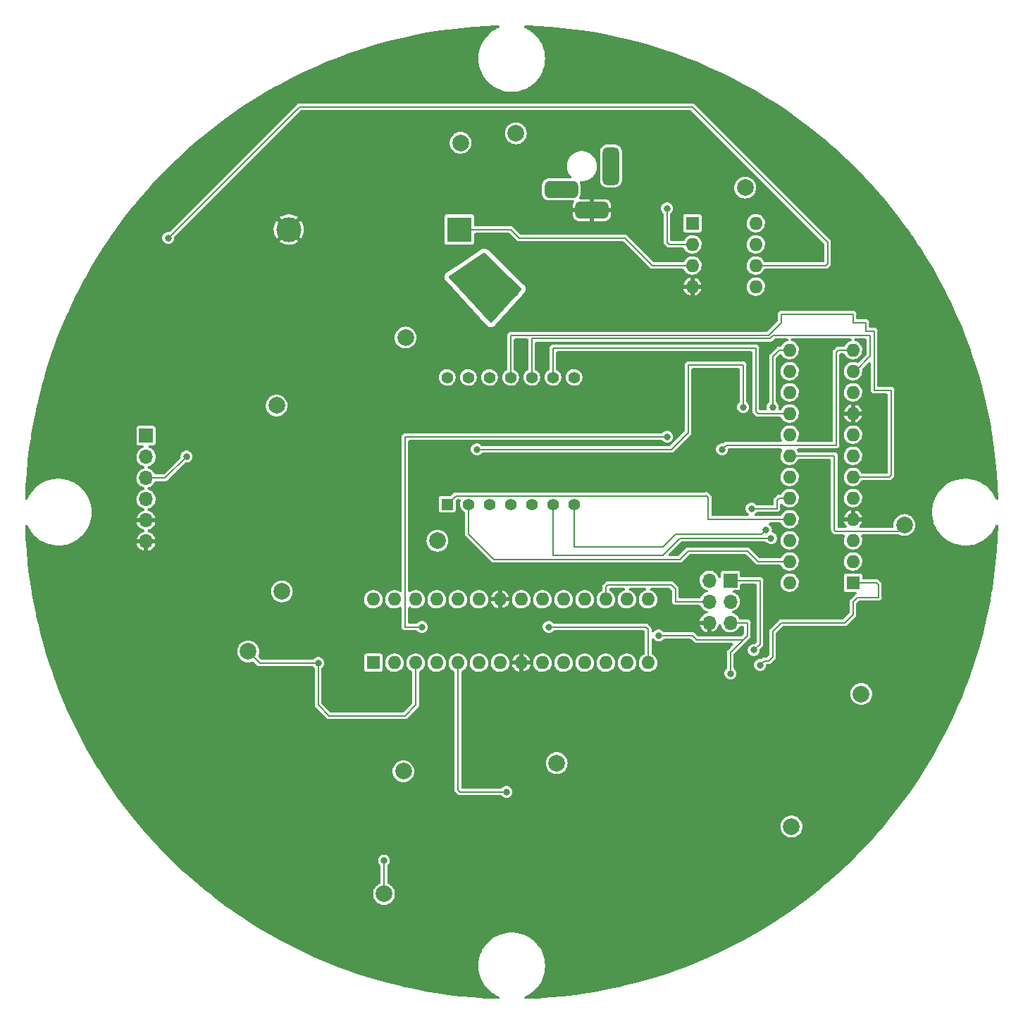
<source format=gbr>
%TF.GenerationSoftware,KiCad,Pcbnew,(6.0.5)*%
%TF.CreationDate,2022-07-23T15:35:44-04:00*%
%TF.ProjectId,circle_clock_design,63697263-6c65-45f6-936c-6f636b5f6465,rev?*%
%TF.SameCoordinates,PX56cacc8PY97b5f08*%
%TF.FileFunction,Copper,L2,Bot*%
%TF.FilePolarity,Positive*%
%FSLAX46Y46*%
G04 Gerber Fmt 4.6, Leading zero omitted, Abs format (unit mm)*
G04 Created by KiCad (PCBNEW (6.0.5)) date 2022-07-23 15:35:44*
%MOMM*%
%LPD*%
G01*
G04 APERTURE LIST*
G04 Aperture macros list*
%AMRoundRect*
0 Rectangle with rounded corners*
0 $1 Rounding radius*
0 $2 $3 $4 $5 $6 $7 $8 $9 X,Y pos of 4 corners*
0 Add a 4 corners polygon primitive as box body*
4,1,4,$2,$3,$4,$5,$6,$7,$8,$9,$2,$3,0*
0 Add four circle primitives for the rounded corners*
1,1,$1+$1,$2,$3*
1,1,$1+$1,$4,$5*
1,1,$1+$1,$6,$7*
1,1,$1+$1,$8,$9*
0 Add four rect primitives between the rounded corners*
20,1,$1+$1,$2,$3,$4,$5,0*
20,1,$1+$1,$4,$5,$6,$7,0*
20,1,$1+$1,$6,$7,$8,$9,0*
20,1,$1+$1,$8,$9,$2,$3,0*%
G04 Aperture macros list end*
%TA.AperFunction,ComponentPad*%
%ADD10R,1.700000X1.700000*%
%TD*%
%TA.AperFunction,ComponentPad*%
%ADD11O,1.700000X1.700000*%
%TD*%
%TA.AperFunction,ComponentPad*%
%ADD12C,2.000000*%
%TD*%
%TA.AperFunction,ComponentPad*%
%ADD13R,1.600000X1.600000*%
%TD*%
%TA.AperFunction,ComponentPad*%
%ADD14O,1.600000X1.600000*%
%TD*%
%TA.AperFunction,ComponentPad*%
%ADD15RoundRect,0.500000X0.500000X-1.750000X0.500000X1.750000X-0.500000X1.750000X-0.500000X-1.750000X0*%
%TD*%
%TA.AperFunction,ComponentPad*%
%ADD16RoundRect,0.500000X1.500000X0.500000X-1.500000X0.500000X-1.500000X-0.500000X1.500000X-0.500000X0*%
%TD*%
%TA.AperFunction,ComponentPad*%
%ADD17R,1.400000X1.400000*%
%TD*%
%TA.AperFunction,ComponentPad*%
%ADD18C,1.400000*%
%TD*%
%TA.AperFunction,ComponentPad*%
%ADD19R,3.000000X3.000000*%
%TD*%
%TA.AperFunction,ComponentPad*%
%ADD20C,3.000000*%
%TD*%
%TA.AperFunction,ViaPad*%
%ADD21C,0.812800*%
%TD*%
%TA.AperFunction,Conductor*%
%ADD22C,0.203200*%
%TD*%
G04 APERTURE END LIST*
D10*
%TO.P,J3,1,Pin_1*%
%TO.N,MISO*%
X85267800Y50876200D03*
D11*
%TO.P,J3,2,Pin_2*%
%TO.N,VCC*%
X82727800Y50876200D03*
%TO.P,J3,3,Pin_3*%
%TO.N,LED_SCK*%
X85267800Y48336200D03*
%TO.P,J3,4,Pin_4*%
%TO.N,MOSI*%
X82727800Y48336200D03*
%TO.P,J3,5,Pin_5*%
%TO.N,RESET*%
X85267800Y45796200D03*
%TO.P,J3,6,Pin_6*%
%TO.N,GND*%
X82727800Y45796200D03*
%TD*%
D12*
%TO.P,TP14,1,1*%
%TO.N,Net-(R10-Pad2)*%
X64389000Y28930600D03*
%TD*%
%TO.P,TP36,1,1*%
%TO.N,RESET*%
X92608400Y21310600D03*
%TD*%
D13*
%TO.P,U4,1,X1*%
%TO.N,Net-(U4-Pad1)*%
X80695800Y93792200D03*
D14*
%TO.P,U4,2,X2*%
%TO.N,Net-(U4-Pad2)*%
X80695800Y91252200D03*
%TO.P,U4,3,VBAT*%
%TO.N,Net-(BT1-Pad1)*%
X80695800Y88712200D03*
%TO.P,U4,4,GND*%
%TO.N,GND*%
X80695800Y86172200D03*
%TO.P,U4,5,SDA*%
%TO.N,SDA*%
X88315800Y86172200D03*
%TO.P,U4,6,SCL*%
%TO.N,SCL*%
X88315800Y88712200D03*
%TO.P,U4,7,SQW/OUT*%
%TO.N,unconnected-(U4-Pad7)*%
X88315800Y91252200D03*
%TO.P,U4,8,VCC*%
%TO.N,VCC*%
X88315800Y93792200D03*
%TD*%
D13*
%TO.P,U3,1,~{RESET}/PC6*%
%TO.N,RESET*%
X42351800Y40980200D03*
D14*
%TO.P,U3,2,RXD/PD0*%
%TO.N,Uart_RX*%
X44891800Y40980200D03*
%TO.P,U3,3,TXD/PD1*%
%TO.N,Uart_TX*%
X47431800Y40980200D03*
%TO.P,U3,4,INT0/PD2*%
%TO.N,unconnected-(U3-Pad4)*%
X49971800Y40980200D03*
%TO.P,U3,5,INT1/PD3*%
%TO.N,Net-(R10-Pad2)*%
X52511800Y40980200D03*
%TO.P,U3,6,PD4*%
%TO.N,Net-(R7-Pad2)*%
X55051800Y40980200D03*
%TO.P,U3,7,VCC*%
%TO.N,VCC*%
X57591800Y40980200D03*
%TO.P,U3,8,GND*%
%TO.N,GND*%
X60131800Y40980200D03*
%TO.P,U3,9,XTAL1/PB6*%
%TO.N,Net-(C10-Pad1)*%
X62671800Y40980200D03*
%TO.P,U3,10,XTAL2/PB7*%
%TO.N,Net-(C9-Pad1)*%
X65211800Y40980200D03*
%TO.P,U3,11,OC0B/PD5*%
%TO.N,Net-(R3-Pad2)*%
X67751800Y40980200D03*
%TO.P,U3,12,OC0A/PD6*%
%TO.N,unconnected-(U3-Pad12)*%
X70291800Y40980200D03*
%TO.P,U3,13,PD7*%
%TO.N,unconnected-(U3-Pad13)*%
X72831800Y40980200D03*
%TO.P,U3,14,PB0*%
%TO.N,DIS_LOAD*%
X75371800Y40980200D03*
%TO.P,U3,15,OC1A/PB1*%
%TO.N,DIS_CLK*%
X75371800Y48600200D03*
%TO.P,U3,16,OC1B/PB2*%
%TO.N,DIS_DIN*%
X72831800Y48600200D03*
%TO.P,U3,17,MOSI/PB3*%
%TO.N,MOSI*%
X70291800Y48600200D03*
%TO.P,U3,18,MISO/PB4*%
%TO.N,MISO*%
X67751800Y48600200D03*
%TO.P,U3,19,SCK/PB5*%
%TO.N,LED_SCK*%
X65211800Y48600200D03*
%TO.P,U3,20,AVCC*%
%TO.N,VCC*%
X62671800Y48600200D03*
%TO.P,U3,21,AREF*%
%TO.N,Net-(C4-Pad1)*%
X60131800Y48600200D03*
%TO.P,U3,22,GND*%
%TO.N,GND*%
X57591800Y48600200D03*
%TO.P,U3,23,ADC0/PC0*%
%TO.N,unconnected-(U3-Pad23)*%
X55051800Y48600200D03*
%TO.P,U3,24,ADC1/PC1*%
%TO.N,unconnected-(U3-Pad24)*%
X52511800Y48600200D03*
%TO.P,U3,25,ADC2/PC2*%
%TO.N,unconnected-(U3-Pad25)*%
X49971800Y48600200D03*
%TO.P,U3,26,ADC3/PC3*%
%TO.N,unconnected-(U3-Pad26)*%
X47431800Y48600200D03*
%TO.P,U3,27,SDA/PC4*%
%TO.N,SDA*%
X44891800Y48600200D03*
%TO.P,U3,28,SCL/PC5*%
%TO.N,SCL*%
X42351800Y48600200D03*
%TD*%
D12*
%TO.P,TP15,1,1*%
%TO.N,LED_SCK*%
X100990400Y37236400D03*
%TD*%
%TO.P,TP21,1,1*%
%TO.N,Uart_TX*%
X27330400Y42341800D03*
%TD*%
%TO.P,TP20,1,1*%
%TO.N,Uart_RX*%
X31369000Y49555400D03*
%TD*%
%TO.P,TP10,1,1*%
%TO.N,Net-(R7-Pad2)*%
X43637200Y13208000D03*
%TD*%
%TO.P,TP8,1,1*%
%TO.N,Net-(R3-Pad2)*%
X45974000Y27940000D03*
%TD*%
D15*
%TO.P,J1,1,POLE*%
%TO.N,Net-(J1-Pad1)*%
X70931800Y100660200D03*
D16*
%TO.P,J1,2,OUT*%
%TO.N,GND*%
X68631800Y95360200D03*
%TO.P,J1,3,OUT*%
%TO.N,unconnected-(J1-Pad3)*%
X64931800Y97860200D03*
%TD*%
D12*
%TO.P,TP2,1,1*%
%TO.N,Net-(R1-Pad2)*%
X106172000Y57531000D03*
%TD*%
%TO.P,TP6,1,1*%
%TO.N,VCC*%
X87045800Y98069400D03*
%TD*%
%TO.P,TP24,1,1*%
%TO.N,Net-(BT1-Pad1)*%
X52832000Y103454200D03*
%TD*%
%TO.P,TP34,1,1*%
%TO.N,SCL*%
X30734000Y71882000D03*
%TD*%
D17*
%TO.P,DS1,1,E*%
%TO.N,Net-(DS1-Pad1)*%
X51231800Y60020200D03*
D18*
%TO.P,DS1,2,D*%
%TO.N,Net-(DS1-Pad2)*%
X53771800Y60020200D03*
%TO.P,DS1,3,DP*%
%TO.N,Net-(DS1-Pad3)*%
X56311800Y60020200D03*
%TO.P,DS1,4,C*%
%TO.N,Net-(DS1-Pad4)*%
X58851800Y60020200D03*
%TO.P,DS1,5,G*%
%TO.N,Net-(DS1-Pad5)*%
X61391800Y60020200D03*
%TO.P,DS1,6,COM_DIG.4*%
%TO.N,DIG-3-L*%
X63931800Y60020200D03*
%TO.P,DS1,7,COM_COLON*%
%TO.N,COLON-L*%
X66471800Y60020200D03*
%TO.P,DS1,8,COLON*%
%TO.N,Net-(DS1-Pad3)*%
X66471800Y75260200D03*
%TO.P,DS1,9,B*%
%TO.N,Net-(DS1-Pad9)*%
X63931800Y75260200D03*
%TO.P,DS1,10,COM_DIG.3*%
%TO.N,DIG-2-L*%
X61391800Y75260200D03*
%TO.P,DS1,11,COM_DIG.2*%
%TO.N,DIG-1-L*%
X58851800Y75260200D03*
%TO.P,DS1,12,F*%
%TO.N,Net-(DS1-Pad12)*%
X56311800Y75260200D03*
%TO.P,DS1,13,A*%
%TO.N,Net-(DS1-Pad13)*%
X53771800Y75260200D03*
%TO.P,DS1,14,COM_DIG.1*%
%TO.N,DIG-0-L*%
X51231800Y75260200D03*
%TD*%
D12*
%TO.P,TP5,1,1*%
%TO.N,Net-(J1-Pad1)*%
X59486800Y104597200D03*
%TD*%
D13*
%TO.P,U1,1,DIN*%
%TO.N,DIS_DIN*%
X99999800Y50617200D03*
D14*
%TO.P,U1,2,DIG_0*%
%TO.N,DIG-3-L*%
X99999800Y53157200D03*
%TO.P,U1,3,DIG_4*%
%TO.N,COLON-L*%
X99999800Y55697200D03*
%TO.P,U1,4,GND*%
%TO.N,GND*%
X99999800Y58237200D03*
%TO.P,U1,5,DIG_6*%
%TO.N,unconnected-(U1-Pad5)*%
X99999800Y60777200D03*
%TO.P,U1,6,DIG_2*%
%TO.N,DIG-1-L*%
X99999800Y63317200D03*
%TO.P,U1,7,DIG_3*%
%TO.N,DIG-0-L*%
X99999800Y65857200D03*
%TO.P,U1,8,DIG_7*%
%TO.N,unconnected-(U1-Pad8)*%
X99999800Y68397200D03*
%TO.P,U1,9,GND*%
%TO.N,GND*%
X99999800Y70937200D03*
%TO.P,U1,10,DIG_5*%
%TO.N,unconnected-(U1-Pad10)*%
X99999800Y73477200D03*
%TO.P,U1,11,DIG_1*%
%TO.N,DIG-2-L*%
X99999800Y76017200D03*
%TO.P,U1,12,LOAD*%
%TO.N,DIS_LOAD*%
X99999800Y78557200D03*
%TO.P,U1,13,CLK*%
%TO.N,DIS_CLK*%
X92379800Y78557200D03*
%TO.P,U1,14,SEG_A*%
%TO.N,Net-(DS1-Pad13)*%
X92379800Y76017200D03*
%TO.P,U1,15,SEG_F*%
%TO.N,Net-(DS1-Pad12)*%
X92379800Y73477200D03*
%TO.P,U1,16,SEG_B*%
%TO.N,Net-(DS1-Pad9)*%
X92379800Y70937200D03*
%TO.P,U1,17,SEG_G*%
%TO.N,Net-(DS1-Pad5)*%
X92379800Y68397200D03*
%TO.P,U1,18,ISET*%
%TO.N,Net-(R1-Pad2)*%
X92379800Y65857200D03*
%TO.P,U1,19,V+*%
%TO.N,VCC*%
X92379800Y63317200D03*
%TO.P,U1,20,SEG_C*%
%TO.N,Net-(DS1-Pad4)*%
X92379800Y60777200D03*
%TO.P,U1,21,SEG_E*%
%TO.N,Net-(DS1-Pad1)*%
X92379800Y58237200D03*
%TO.P,U1,22,SEG_DP*%
%TO.N,Net-(DS1-Pad3)*%
X92379800Y55697200D03*
%TO.P,U1,23,SEG_D*%
%TO.N,Net-(DS1-Pad2)*%
X92379800Y53157200D03*
%TO.P,U1,24,DOUT*%
%TO.N,unconnected-(U1-Pad24)*%
X92379800Y50617200D03*
%TD*%
D12*
%TO.P,TP25,1,1*%
%TO.N,Net-(C4-Pad1)*%
X50063400Y55651400D03*
%TD*%
%TO.P,TP33,1,1*%
%TO.N,SDA*%
X46228000Y80060800D03*
%TD*%
D19*
%TO.P,BT1,1,+*%
%TO.N,Net-(BT1-Pad1)*%
X52685486Y93040183D03*
D20*
%TO.P,BT1,2,-*%
%TO.N,GND*%
X32195486Y93040183D03*
%TD*%
D10*
%TO.P,J2,1,Pin_1*%
%TO.N,Net-(C14-Pad2)*%
X15036800Y68275200D03*
D11*
%TO.P,J2,2,Pin_2*%
%TO.N,Net-(J2-Pad2)*%
X15036800Y65735200D03*
%TO.P,J2,3,Pin_3*%
%TO.N,Net-(J2-Pad3)*%
X15036800Y63195200D03*
%TO.P,J2,4,Pin_4*%
%TO.N,unconnected-(J2-Pad4)*%
X15036800Y60655200D03*
%TO.P,J2,5,Pin_5*%
%TO.N,GND*%
X15036800Y58115200D03*
%TO.P,J2,6,Pin_6*%
X15036800Y55575200D03*
%TD*%
D21*
%TO.N,GND*%
X87096600Y60833000D03*
X77978000Y24104600D03*
X72263000Y85725000D03*
X66294000Y90703400D03*
X80187800Y34772600D03*
X83007200Y37109400D03*
X57378600Y33832800D03*
X19735800Y37312600D03*
X24384000Y38354000D03*
X23063200Y44780200D03*
X31877000Y38531800D03*
X99491800Y41732200D03*
X102539800Y65100200D03*
X53263800Y23952200D03*
X28879800Y51892200D03*
%TO.N,VCC*%
X53263800Y86944200D03*
X58343800Y84891138D03*
X54279800Y87960200D03*
X54787800Y88976200D03*
X59359800Y85420200D03*
X56849848Y82817077D03*
%TO.N,RESET*%
X85267800Y39700200D03*
X76631800Y44272200D03*
%TO.N,Net-(DS1-Pad4)*%
X87807800Y59512200D03*
%TO.N,DIG-3-L*%
X90145100Y55956200D03*
%TO.N,COLON-L*%
X89534500Y56972200D03*
%TO.N,Net-(J2-Pad3)*%
X19896341Y65768741D03*
%TO.N,SCL*%
X17703800Y92024200D03*
%TO.N,Net-(R7-Pad2)*%
X43637200Y17221200D03*
%TO.N,Uart_TX*%
X35732341Y40964741D03*
%TO.N,Net-(R10-Pad2)*%
X58343800Y25476200D03*
%TO.N,Net-(U4-Pad2)*%
X77647800Y95580200D03*
%TO.N,MISO*%
X88067259Y42499659D03*
%TO.N,DIS_DIN*%
X88823800Y40716200D03*
%TO.N,DIS_CLK*%
X90347800Y71704200D03*
X54787800Y66624200D03*
X86791800Y71704200D03*
%TO.N,DIS_LOAD*%
X48183800Y45288200D03*
X63423800Y45288200D03*
X77647800Y68148200D03*
X84251800Y66624200D03*
%TD*%
D22*
%TO.N,Net-(DS1-Pad1)*%
X82621200Y58237200D02*
X92379800Y58237200D01*
X82600800Y60807600D02*
X82600800Y58216800D01*
X82346800Y61061600D02*
X82600800Y60807600D01*
X82600800Y58216800D02*
X82621200Y58237200D01*
X82309711Y61024511D02*
X82346800Y61061600D01*
X52236111Y61024511D02*
X82309711Y61024511D01*
X51231800Y60020200D02*
X52236111Y61024511D01*
%TO.N,Net-(BT1-Pad1)*%
X52685486Y93040183D02*
X58851817Y93040183D01*
X59867800Y92024200D02*
X72567800Y92024200D01*
X58851817Y93040183D02*
X59867800Y92024200D01*
X75879800Y88712200D02*
X80959800Y88712200D01*
X72567800Y92024200D02*
X75879800Y88712200D01*
%TO.N,RESET*%
X76631800Y44272200D02*
X80695800Y44272200D01*
X87299800Y45796200D02*
X85267800Y45796200D01*
X80695800Y44272200D02*
X81203800Y43764200D01*
X87299800Y44272200D02*
X87299800Y45796200D01*
X85267800Y39700200D02*
X85267800Y42240200D01*
X85267800Y42240200D02*
X86791800Y43764200D01*
X86791800Y43764200D02*
X87299800Y44272200D01*
X81203800Y43764200D02*
X86791800Y43764200D01*
%TO.N,Net-(DS1-Pad2)*%
X87299800Y54432200D02*
X88574800Y53157200D01*
X53771800Y60020200D02*
X53771800Y56464200D01*
X56819800Y53416200D02*
X79171800Y53416200D01*
X88574800Y53157200D02*
X92623800Y53157200D01*
X79171800Y53416200D02*
X80187800Y54432200D01*
X80187800Y54432200D02*
X87299800Y54432200D01*
X53771800Y56464200D02*
X56819800Y53416200D01*
%TO.N,Net-(DS1-Pad4)*%
X91104800Y60777200D02*
X92623800Y60777200D01*
X90855800Y60528200D02*
X91104800Y60777200D01*
X90855800Y59512200D02*
X90855800Y60528200D01*
X87807800Y59512200D02*
X90855800Y59512200D01*
%TO.N,DIG-3-L*%
X77139800Y53924200D02*
X79171800Y55956200D01*
X79171800Y55956200D02*
X89839800Y55956200D01*
X89839800Y55956200D02*
X90145100Y55956200D01*
X63931800Y60020200D02*
X63931800Y53924200D01*
X63931800Y53924200D02*
X77139800Y53924200D01*
%TO.N,COLON-L*%
X66471800Y54940200D02*
X77139800Y54940200D01*
X89026500Y56464200D02*
X89534500Y56972200D01*
X66471800Y60020200D02*
X66471800Y54940200D01*
X77139800Y54940200D02*
X78663800Y56464200D01*
X78663800Y56464200D02*
X89026500Y56464200D01*
%TO.N,Net-(DS1-Pad9)*%
X88315800Y71196200D02*
X88574800Y70937200D01*
X63931800Y75260200D02*
X63931800Y78816200D01*
X63931800Y78816200D02*
X88315800Y78816200D01*
X88315800Y78816200D02*
X88315800Y71196200D01*
X88574800Y70937200D02*
X92623800Y70937200D01*
%TO.N,DIG-2-L*%
X61391800Y79934280D02*
X90007938Y79934280D01*
X90413858Y80340200D02*
X102031800Y80340200D01*
X102031800Y77805200D02*
X100243800Y76017200D01*
X90007938Y79934280D02*
X90413858Y80340200D01*
X102031800Y80340200D02*
X102031800Y77805200D01*
X61391800Y75260200D02*
X61391800Y79934280D01*
%TO.N,DIG-1-L*%
X104571800Y63576200D02*
X104312800Y63317200D01*
X58851800Y80340200D02*
X89839800Y80340200D01*
X91363800Y82880200D02*
X99999800Y82880200D01*
X58851800Y80340200D02*
X58851800Y75260200D01*
X102539800Y73736200D02*
X104571800Y73736200D01*
X99999800Y82880200D02*
X99999800Y81864200D01*
X104312800Y63317200D02*
X100751800Y63317200D01*
X101523800Y81864200D02*
X101523800Y80848200D01*
X99999800Y81864200D02*
X101523800Y81864200D01*
X89839800Y80340200D02*
X91363800Y81864200D01*
X104571800Y73736200D02*
X104571800Y63576200D01*
X101523800Y80848200D02*
X102539800Y80848200D01*
X91363800Y81864200D02*
X91363800Y82880200D01*
X102539800Y80848200D02*
X102539800Y73736200D01*
%TO.N,Net-(J2-Pad3)*%
X17322800Y63195200D02*
X15036800Y63195200D01*
X19896341Y65768741D02*
X17322800Y63195200D01*
%TO.N,Net-(R1-Pad2)*%
X97764600Y65862200D02*
X97759600Y65857200D01*
X97759600Y65857200D02*
X92379800Y65857200D01*
X97935289Y56801511D02*
X97764600Y56972200D01*
X97764600Y56972200D02*
X97764600Y65862200D01*
X106172000Y57531000D02*
X105442511Y56801511D01*
X105442511Y56801511D02*
X97935289Y56801511D01*
%TO.N,SCL*%
X33451800Y107772200D02*
X80695800Y107772200D01*
X96951800Y91516200D02*
X96951800Y88976200D01*
X80695800Y107772200D02*
X96951800Y91516200D01*
X17703800Y92024200D02*
X33451800Y107772200D01*
X96687800Y88712200D02*
X88579800Y88712200D01*
X96951800Y88976200D02*
X96687800Y88712200D01*
%TO.N,Net-(R7-Pad2)*%
X43637200Y17068800D02*
X43637200Y17221200D01*
X43637200Y13208000D02*
X43637200Y17068800D01*
%TO.N,Uart_TX*%
X46151800Y34620200D02*
X47431800Y35900200D01*
X35732341Y40964741D02*
X35732341Y35895659D01*
X27330400Y42341800D02*
X28707459Y40964741D01*
X37007800Y34620200D02*
X46151800Y34620200D01*
X35732341Y35895659D02*
X37007800Y34620200D01*
X28707459Y40964741D02*
X35732341Y40964741D01*
X47431800Y35900200D02*
X47431800Y40980200D01*
%TO.N,Net-(R10-Pad2)*%
X52511800Y40980200D02*
X52511800Y25720200D01*
X52511800Y25720200D02*
X52755800Y25476200D01*
X52755800Y25476200D02*
X58343800Y25476200D01*
%TO.N,Net-(U4-Pad2)*%
X77647800Y95580200D02*
X77647800Y91516200D01*
X77647800Y91516200D02*
X77911800Y91252200D01*
X77911800Y91252200D02*
X80959800Y91252200D01*
%TO.N,MISO*%
X88823800Y50876200D02*
X85267800Y50876200D01*
X88823800Y43256200D02*
X88823800Y50876200D01*
X88067259Y42499659D02*
X88823800Y43256200D01*
%TO.N,MOSI*%
X78663800Y48336200D02*
X82727800Y48336200D01*
X70291800Y50124200D02*
X70535800Y50368200D01*
X78155800Y50368200D02*
X78663800Y49860200D01*
X70535800Y50368200D02*
X78155800Y50368200D01*
X70291800Y48600200D02*
X70291800Y50124200D01*
X78663800Y49860200D02*
X78663800Y48336200D01*
%TO.N,DIS_DIN*%
X103047800Y50368200D02*
X102798800Y50617200D01*
X99999800Y48336200D02*
X100507800Y48844200D01*
X88823800Y40716200D02*
X89331800Y41224200D01*
X89331800Y41224200D02*
X89839800Y41224200D01*
X90347800Y44780200D02*
X91363800Y45796200D01*
X91363800Y45796200D02*
X98983800Y45796200D01*
X103047800Y48844200D02*
X103047800Y50368200D01*
X100507800Y48844200D02*
X103047800Y48844200D01*
X98983800Y45796200D02*
X99999800Y46812200D01*
X89839800Y41224200D02*
X90347800Y41732200D01*
X90347800Y41732200D02*
X90347800Y44780200D01*
X99999800Y46812200D02*
X99999800Y48336200D01*
X102798800Y50617200D02*
X100243800Y50617200D01*
%TO.N,DIS_CLK*%
X80187800Y76784200D02*
X86791800Y76784200D01*
X91104800Y78557200D02*
X92623800Y78557200D01*
X86791800Y76784200D02*
X86791800Y71704200D01*
X54787800Y66624200D02*
X78155800Y66624200D01*
X80187800Y68656200D02*
X80187800Y76784200D01*
X78155800Y66624200D02*
X80187800Y68656200D01*
X90347800Y71704200D02*
X90347800Y77800200D01*
X90347800Y77800200D02*
X91104800Y78557200D01*
%TO.N,DIS_LOAD*%
X84251800Y66624200D02*
X84759800Y67132200D01*
X75107800Y45288200D02*
X63423800Y45288200D01*
X48183800Y45288200D02*
X46151800Y45288200D01*
X97967800Y67132200D02*
X97967800Y78308200D01*
X98216800Y78557200D02*
X100243800Y78557200D01*
X84759800Y67132200D02*
X97967800Y67132200D01*
X46151800Y45288200D02*
X46151800Y68148200D01*
X75371800Y45024200D02*
X75107800Y45288200D01*
X97967800Y78308200D02*
X98216800Y78557200D01*
X75371800Y40980200D02*
X75371800Y45024200D01*
X46151800Y68148200D02*
X77647800Y68148200D01*
%TD*%
%TA.AperFunction,Conductor*%
%TO.N,VCC*%
G36*
X55754306Y90192368D02*
G01*
X55774980Y90176283D01*
X58829772Y87241623D01*
X60135920Y85986840D01*
X60171188Y85925223D01*
X60167544Y85854320D01*
X60142739Y85812195D01*
X56603786Y81836933D01*
X56543551Y81799353D01*
X56472561Y81800304D01*
X56420581Y81831619D01*
X56415275Y81836925D01*
X56411634Y81840720D01*
X52719879Y85854320D01*
X51460400Y87223600D01*
X51442377Y87241623D01*
X51408351Y87303935D01*
X51413416Y87374750D01*
X51455963Y87431586D01*
X51461848Y87435734D01*
X55618079Y90190445D01*
X55685909Y90211406D01*
X55754306Y90192368D01*
G37*
%TD.AperFunction*%
%TD*%
%TA.AperFunction,Conductor*%
%TO.N,GND*%
G36*
X61268120Y117522377D02*
G01*
X62051012Y117491617D01*
X62054970Y117491410D01*
X63579014Y117391519D01*
X63582965Y117391208D01*
X65103841Y117251459D01*
X65107783Y117251045D01*
X66624527Y117071527D01*
X66628457Y117071009D01*
X67466950Y116949434D01*
X68139941Y116851855D01*
X68143820Y116851241D01*
X68700316Y116755617D01*
X69649066Y116592591D01*
X69652963Y116591869D01*
X71150920Y116293907D01*
X71154797Y116293083D01*
X71818012Y116143013D01*
X72644451Y115956009D01*
X72648256Y115955096D01*
X73727526Y115680996D01*
X74128604Y115579135D01*
X74132432Y115578109D01*
X75602390Y115163539D01*
X75606190Y115162413D01*
X77064777Y114709509D01*
X77068547Y114708284D01*
X78514801Y114217348D01*
X78518511Y114216034D01*
X79951443Y113687397D01*
X79955077Y113686003D01*
X81373725Y113120019D01*
X81377321Y113118530D01*
X82249590Y112743773D01*
X82780609Y112515629D01*
X82784227Y112514018D01*
X84171248Y111874593D01*
X84174772Y111872913D01*
X85544664Y111197357D01*
X85548134Y111195588D01*
X86899811Y110484437D01*
X86903223Y110482584D01*
X87427100Y110189199D01*
X88235819Y109736294D01*
X88239252Y109734312D01*
X89551832Y108953409D01*
X89555211Y108951338D01*
X90846888Y108136351D01*
X90850212Y108134192D01*
X90871138Y108120210D01*
X92120091Y107285685D01*
X92123311Y107283474D01*
X92202211Y107227713D01*
X93370640Y106401949D01*
X93373846Y106399619D01*
X94597575Y105485817D01*
X94600720Y105483404D01*
X95800135Y104537862D01*
X95803215Y104535368D01*
X96940291Y103589673D01*
X96977463Y103558757D01*
X96980469Y103556190D01*
X97511291Y103090671D01*
X98128791Y102549138D01*
X98131736Y102546485D01*
X99253249Y101509769D01*
X99256052Y101507110D01*
X100350143Y100441293D01*
X100352893Y100438543D01*
X101418710Y99344452D01*
X101421369Y99341649D01*
X102248923Y98446406D01*
X102458085Y98220136D01*
X102460738Y98217191D01*
X102559177Y98104943D01*
X103169642Y97408842D01*
X103467783Y97068877D01*
X103470350Y97065871D01*
X104145332Y96254293D01*
X104446968Y95891615D01*
X104449462Y95888535D01*
X105395004Y94689120D01*
X105397417Y94685975D01*
X106311219Y93462246D01*
X106313549Y93459040D01*
X106686377Y92931501D01*
X107174200Y92241248D01*
X107195058Y92211734D01*
X107197285Y92208491D01*
X107771797Y91348675D01*
X108045792Y90938612D01*
X108047951Y90935288D01*
X108862938Y89643611D01*
X108865009Y89640232D01*
X109645912Y88327652D01*
X109647894Y88324219D01*
X109913727Y87849541D01*
X110394184Y86991623D01*
X110396037Y86988211D01*
X111107188Y85636534D01*
X111108957Y85633064D01*
X111389743Y85063686D01*
X111784500Y84263199D01*
X111786193Y84259648D01*
X112306610Y83130776D01*
X112425617Y82872630D01*
X112427227Y82869013D01*
X113030130Y81465721D01*
X113031619Y81462125D01*
X113597590Y80043510D01*
X113598997Y80039843D01*
X114067312Y78770420D01*
X114127629Y78606924D01*
X114128948Y78603201D01*
X114286299Y78139657D01*
X114619884Y77156947D01*
X114621109Y77153177D01*
X115074013Y75694590D01*
X115075139Y75690790D01*
X115489709Y74220832D01*
X115490735Y74217004D01*
X115513337Y74128009D01*
X115861710Y72756290D01*
X115866690Y72736680D01*
X115867609Y72732851D01*
X116032894Y72002397D01*
X116204683Y71243197D01*
X116205507Y71239320D01*
X116503469Y69741363D01*
X116504191Y69737466D01*
X116597030Y69197178D01*
X116746426Y68327752D01*
X116762838Y68232238D01*
X116763455Y68228341D01*
X116804435Y67945708D01*
X116982609Y66716857D01*
X116983127Y66712927D01*
X117162645Y65196183D01*
X117163059Y65192241D01*
X117302808Y63671365D01*
X117303119Y63667414D01*
X117403010Y62143370D01*
X117403217Y62139412D01*
X117458420Y60734403D01*
X117441124Y60657965D01*
X117387926Y60600416D01*
X117313081Y60577176D01*
X117236643Y60594472D01*
X117179094Y60647670D01*
X117171176Y60661852D01*
X117169083Y60666126D01*
X116994775Y61021931D01*
X116845701Y61261428D01*
X116782639Y61362742D01*
X116782630Y61362755D01*
X116780618Y61365988D01*
X116771756Y61377455D01*
X116535133Y61683609D01*
X116532789Y61686642D01*
X116521181Y61698875D01*
X116388251Y61838953D01*
X116253824Y61980610D01*
X115946579Y62244882D01*
X115614201Y62476752D01*
X115260093Y62673846D01*
X115250123Y62678140D01*
X114994335Y62788300D01*
X114887880Y62834147D01*
X114884231Y62835298D01*
X114884227Y62835299D01*
X114505034Y62954858D01*
X114505028Y62954859D01*
X114501373Y62956012D01*
X114497619Y62956789D01*
X114497609Y62956792D01*
X114108284Y63037417D01*
X114108276Y63037418D01*
X114104530Y63038194D01*
X114100725Y63038587D01*
X114100720Y63038588D01*
X113705216Y63079459D01*
X113701413Y63079852D01*
X113697599Y63079859D01*
X113697592Y63079859D01*
X113492909Y63080216D01*
X113296150Y63080559D01*
X113292335Y63080178D01*
X113292331Y63080178D01*
X113139645Y63064938D01*
X112892890Y63040309D01*
X112862033Y63034031D01*
X112499515Y62960276D01*
X112499507Y62960274D01*
X112495762Y62959512D01*
X112108832Y62838997D01*
X111736062Y62679997D01*
X111732698Y62678140D01*
X111384626Y62485994D01*
X111384622Y62485991D01*
X111381268Y62484140D01*
X111048083Y62253432D01*
X110739918Y61990234D01*
X110737265Y61987458D01*
X110737261Y61987454D01*
X110524775Y61765100D01*
X110459928Y61697242D01*
X110457582Y61694229D01*
X110457579Y61694225D01*
X110214339Y61381768D01*
X110210981Y61377455D01*
X109995624Y61034147D01*
X109993927Y61030713D01*
X109993924Y61030708D01*
X109927185Y60895672D01*
X109816063Y60670833D01*
X109814721Y60667243D01*
X109814719Y60667239D01*
X109699719Y60359657D01*
X109674137Y60291234D01*
X109571298Y59899236D01*
X109570706Y59895457D01*
X109570705Y59895451D01*
X109555592Y59798940D01*
X109508600Y59498851D01*
X109508392Y59495020D01*
X109508392Y59495015D01*
X109507199Y59472986D01*
X109486683Y59094181D01*
X109505774Y58689367D01*
X109506338Y58685593D01*
X109506339Y58685583D01*
X109552321Y58377911D01*
X109565676Y58288554D01*
X109566621Y58284845D01*
X109566623Y58284837D01*
X109647837Y57966221D01*
X109665775Y57895848D01*
X109699084Y57804828D01*
X109803733Y57518859D01*
X109803737Y57518850D01*
X109805048Y57515267D01*
X109806717Y57511831D01*
X109806719Y57511825D01*
X109837787Y57447844D01*
X109982068Y57150709D01*
X110104626Y56952271D01*
X110177503Y56834274D01*
X110195023Y56805906D01*
X110197353Y56802870D01*
X110197354Y56802868D01*
X110241244Y56745669D01*
X110441732Y56484388D01*
X110444356Y56481603D01*
X110444359Y56481600D01*
X110510259Y56411669D01*
X110719669Y56189449D01*
X111025989Y55924106D01*
X111357555Y55691077D01*
X111710973Y55492748D01*
X111989106Y55371813D01*
X112077460Y55333396D01*
X112082625Y55331150D01*
X112468704Y55207936D01*
X112472454Y55207146D01*
X112472453Y55207146D01*
X112807631Y55136513D01*
X112865258Y55124369D01*
X112869056Y55123963D01*
X112869063Y55123962D01*
X113149398Y55094003D01*
X113268227Y55081304D01*
X113491973Y55080132D01*
X113669657Y55079202D01*
X113669658Y55079202D01*
X113673485Y55079182D01*
X113994164Y55110060D01*
X114073062Y55117657D01*
X114073064Y55117657D01*
X114076883Y55118025D01*
X114080639Y55118776D01*
X114080649Y55118777D01*
X114470539Y55196685D01*
X114470544Y55196686D01*
X114474291Y55197435D01*
X114741434Y55279619D01*
X114857970Y55315470D01*
X114857975Y55315472D01*
X114861639Y55316599D01*
X115115589Y55423871D01*
X115231442Y55472809D01*
X115231444Y55472810D01*
X115234962Y55474296D01*
X115259527Y55487745D01*
X115587084Y55667078D01*
X115587088Y55667081D01*
X115590437Y55668914D01*
X115625105Y55692740D01*
X115921267Y55896286D01*
X115924426Y55898457D01*
X115927347Y55900934D01*
X115927352Y55900938D01*
X116230588Y56158102D01*
X116233508Y56160578D01*
X116393971Y56327324D01*
X116511873Y56449842D01*
X116511877Y56449846D01*
X116514518Y56452591D01*
X116590250Y56549175D01*
X116762222Y56768498D01*
X116762225Y56768503D01*
X116764581Y56771507D01*
X116827541Y56871100D01*
X116979084Y57110817D01*
X116979090Y57110828D01*
X116981134Y57114061D01*
X116992267Y57136389D01*
X117160248Y57473308D01*
X117160249Y57473310D01*
X117161962Y57476746D01*
X117165541Y57486217D01*
X117211271Y57549860D01*
X117282698Y57582112D01*
X117360681Y57574329D01*
X117424325Y57528598D01*
X117456577Y57457171D01*
X117458450Y57426758D01*
X117403217Y56020988D01*
X117403010Y56017030D01*
X117303119Y54492986D01*
X117302808Y54489035D01*
X117163059Y52968159D01*
X117162645Y52964217D01*
X116983127Y51447473D01*
X116982609Y51443543D01*
X116873057Y50687974D01*
X116765164Y49943840D01*
X116763458Y49932077D01*
X116762841Y49928180D01*
X116658590Y49321480D01*
X116504191Y48422934D01*
X116503469Y48419037D01*
X116205507Y46921080D01*
X116204683Y46917203D01*
X116130264Y46588317D01*
X115872723Y45450146D01*
X115867615Y45427574D01*
X115866696Y45423744D01*
X115566111Y44240188D01*
X115490735Y43943396D01*
X115489709Y43939568D01*
X115075139Y42469610D01*
X115074013Y42465810D01*
X114621109Y41007223D01*
X114619884Y41003453D01*
X114473742Y40572932D01*
X114179162Y39705125D01*
X114128952Y39557212D01*
X114127634Y39553489D01*
X113726022Y38464871D01*
X113599010Y38120590D01*
X113597603Y38116923D01*
X113031619Y36698275D01*
X113030130Y36694679D01*
X112587371Y35664131D01*
X112427229Y35291391D01*
X112425618Y35287773D01*
X111934899Y34223319D01*
X111786206Y33900779D01*
X111784513Y33897228D01*
X111108957Y32527336D01*
X111107188Y32523866D01*
X110396037Y31172189D01*
X110394184Y31168777D01*
X110122004Y30682765D01*
X109647894Y29836181D01*
X109645912Y29832748D01*
X108865009Y28520168D01*
X108862938Y28516789D01*
X108047951Y27225112D01*
X108045792Y27221788D01*
X107199965Y25955918D01*
X107197302Y25951933D01*
X107195074Y25948689D01*
X106862459Y25478049D01*
X106313549Y24701360D01*
X106311219Y24698154D01*
X105397417Y23474425D01*
X105395004Y23471280D01*
X104449462Y22271865D01*
X104446968Y22268785D01*
X103650055Y21310600D01*
X103470357Y21094537D01*
X103467790Y21091531D01*
X103261639Y20856461D01*
X102460738Y19943209D01*
X102458085Y19940264D01*
X101421369Y18818751D01*
X101418710Y18815948D01*
X100352893Y17721857D01*
X100350143Y17719107D01*
X99256052Y16653290D01*
X99253249Y16650631D01*
X98452646Y15910561D01*
X98131736Y15613915D01*
X98128791Y15611262D01*
X96980477Y14604217D01*
X96977471Y14601650D01*
X96320089Y14054911D01*
X95803215Y13625032D01*
X95800135Y13622538D01*
X94600720Y12676996D01*
X94597575Y12674583D01*
X93373846Y11760781D01*
X93370640Y11758451D01*
X92737367Y11310898D01*
X92123311Y10876926D01*
X92120091Y10874715D01*
X91179304Y10246100D01*
X90850212Y10026208D01*
X90846888Y10024049D01*
X89555211Y9209062D01*
X89551832Y9206991D01*
X88239252Y8426088D01*
X88235819Y8424106D01*
X88077243Y8335299D01*
X86903223Y7677816D01*
X86899811Y7675963D01*
X85548134Y6964812D01*
X85544664Y6963043D01*
X84174772Y6287487D01*
X84171248Y6285807D01*
X82784230Y5646383D01*
X82780613Y5644773D01*
X81377321Y5041870D01*
X81373725Y5040381D01*
X79955077Y4474397D01*
X79951443Y4473003D01*
X78518511Y3944366D01*
X78514801Y3943052D01*
X78059663Y3788554D01*
X77068547Y3452116D01*
X77064777Y3450891D01*
X75606190Y2997987D01*
X75602390Y2996861D01*
X74132432Y2582291D01*
X74128604Y2581265D01*
X72648256Y2205304D01*
X72644451Y2204391D01*
X71830521Y2020217D01*
X71154797Y1867317D01*
X71150920Y1866493D01*
X69652963Y1568531D01*
X69649066Y1567809D01*
X68827347Y1426611D01*
X68143820Y1309159D01*
X68139941Y1308545D01*
X67517263Y1218261D01*
X66628457Y1089391D01*
X66624527Y1088873D01*
X65107783Y909355D01*
X65103841Y908941D01*
X63582965Y769192D01*
X63579014Y768881D01*
X62054970Y668990D01*
X62051012Y668783D01*
X60632975Y613068D01*
X60556537Y630364D01*
X60498988Y683562D01*
X60475748Y758407D01*
X60493044Y834845D01*
X60546242Y892394D01*
X60568115Y903817D01*
X60734962Y974296D01*
X60738316Y976132D01*
X61087084Y1167078D01*
X61087088Y1167081D01*
X61090437Y1168914D01*
X61125895Y1193283D01*
X61421267Y1396286D01*
X61424426Y1398457D01*
X61427347Y1400934D01*
X61427352Y1400938D01*
X61624970Y1568531D01*
X61733508Y1660578D01*
X62014518Y1952591D01*
X62065325Y2017387D01*
X62262222Y2268498D01*
X62262225Y2268503D01*
X62264581Y2271507D01*
X62396008Y2479404D01*
X62479084Y2610817D01*
X62479090Y2610828D01*
X62481134Y2614061D01*
X62661962Y2976746D01*
X62805212Y3355847D01*
X62909419Y3747484D01*
X62915402Y3784837D01*
X62972908Y4143855D01*
X62972909Y4143862D01*
X62973515Y4147647D01*
X62975703Y4185583D01*
X62996726Y4550210D01*
X62996843Y4552239D01*
X62996941Y4580200D01*
X62976438Y4984945D01*
X62915137Y5385545D01*
X62813667Y5777901D01*
X62673067Y6157993D01*
X62494775Y6521931D01*
X62334993Y6778631D01*
X62282639Y6862742D01*
X62282634Y6862749D01*
X62280618Y6865988D01*
X62271756Y6877455D01*
X62035133Y7183609D01*
X62032789Y7186642D01*
X61753824Y7480610D01*
X61446579Y7744882D01*
X61114201Y7976752D01*
X60760093Y8173846D01*
X60750123Y8178140D01*
X60615698Y8236032D01*
X60387880Y8334147D01*
X60384231Y8335298D01*
X60384227Y8335299D01*
X60005034Y8454858D01*
X60005028Y8454859D01*
X60001373Y8456012D01*
X59997619Y8456789D01*
X59997609Y8456792D01*
X59608284Y8537417D01*
X59608276Y8537418D01*
X59604530Y8538194D01*
X59600725Y8538587D01*
X59600720Y8538588D01*
X59205216Y8579459D01*
X59201413Y8579852D01*
X59197599Y8579859D01*
X59197592Y8579859D01*
X58992909Y8580216D01*
X58796150Y8580559D01*
X58792335Y8580178D01*
X58792331Y8580178D01*
X58637412Y8564715D01*
X58392890Y8540309D01*
X58362033Y8534031D01*
X57999515Y8460276D01*
X57999507Y8460274D01*
X57995762Y8459512D01*
X57608832Y8338997D01*
X57236062Y8179997D01*
X57232698Y8178140D01*
X56884626Y7985994D01*
X56884622Y7985991D01*
X56881268Y7984140D01*
X56548083Y7753432D01*
X56239918Y7490234D01*
X55959928Y7197242D01*
X55957582Y7194229D01*
X55957579Y7194225D01*
X55777598Y6963028D01*
X55710981Y6877455D01*
X55495624Y6534147D01*
X55493927Y6530713D01*
X55493924Y6530708D01*
X55489586Y6521931D01*
X55316063Y6170833D01*
X55314721Y6167243D01*
X55314719Y6167239D01*
X55272080Y6053195D01*
X55174137Y5791234D01*
X55071298Y5399236D01*
X55008600Y4998851D01*
X55008392Y4995020D01*
X55008392Y4995015D01*
X55000970Y4857970D01*
X54986683Y4594181D01*
X55005774Y4189367D01*
X55006338Y4185593D01*
X55006339Y4185583D01*
X55065109Y3792347D01*
X55065676Y3788554D01*
X55066621Y3784845D01*
X55066623Y3784837D01*
X55151595Y3451478D01*
X55165775Y3395848D01*
X55167093Y3392247D01*
X55303733Y3018859D01*
X55303737Y3018850D01*
X55305048Y3015267D01*
X55306717Y3011831D01*
X55306719Y3011825D01*
X55313726Y2997395D01*
X55482068Y2650709D01*
X55695023Y2305906D01*
X55697353Y2302870D01*
X55697354Y2302868D01*
X55721418Y2271507D01*
X55941732Y1984388D01*
X55944356Y1981603D01*
X55944359Y1981600D01*
X56052054Y1867317D01*
X56219669Y1689449D01*
X56525989Y1424106D01*
X56857555Y1191077D01*
X57210973Y992748D01*
X57256830Y972809D01*
X57416934Y903194D01*
X57478268Y854407D01*
X57506991Y781490D01*
X57495407Y703981D01*
X57446620Y642647D01*
X57373703Y613924D01*
X57350620Y613068D01*
X55932588Y668783D01*
X55928630Y668990D01*
X54404586Y768881D01*
X54400635Y769192D01*
X52879759Y908941D01*
X52875817Y909355D01*
X51359073Y1088873D01*
X51355143Y1089391D01*
X50466337Y1218261D01*
X49843659Y1308545D01*
X49839780Y1309159D01*
X49156253Y1426611D01*
X48334534Y1567809D01*
X48330637Y1568531D01*
X46832680Y1866493D01*
X46828803Y1867317D01*
X46153079Y2020217D01*
X45339149Y2204391D01*
X45335344Y2205304D01*
X43854996Y2581265D01*
X43851168Y2582291D01*
X42381210Y2996861D01*
X42377410Y2997987D01*
X40918823Y3450891D01*
X40915053Y3452116D01*
X39923937Y3788554D01*
X39468799Y3943052D01*
X39465089Y3944366D01*
X38032157Y4473003D01*
X38028523Y4474397D01*
X36609875Y5040381D01*
X36606279Y5041870D01*
X35202987Y5644773D01*
X35199370Y5646383D01*
X33812352Y6285807D01*
X33808828Y6287487D01*
X32438936Y6963043D01*
X32435466Y6964812D01*
X31083789Y7675963D01*
X31080377Y7677816D01*
X29906357Y8335299D01*
X29747781Y8424106D01*
X29744348Y8426088D01*
X28431768Y9206991D01*
X28428389Y9209062D01*
X27136712Y10024049D01*
X27133388Y10026208D01*
X26804296Y10246100D01*
X25863509Y10874715D01*
X25860289Y10876926D01*
X25246233Y11310898D01*
X24612960Y11758451D01*
X24609754Y11760781D01*
X23386025Y12674583D01*
X23382880Y12676996D01*
X22709304Y13208000D01*
X42326914Y13208000D01*
X42346820Y12980471D01*
X42405934Y12759856D01*
X42408727Y12753866D01*
X42408729Y12753861D01*
X42444572Y12676996D01*
X42502459Y12552857D01*
X42506247Y12547447D01*
X42506250Y12547442D01*
X42596987Y12417857D01*
X42633463Y12365764D01*
X42794964Y12204263D01*
X42800377Y12200473D01*
X42976642Y12077050D01*
X42976647Y12077047D01*
X42982057Y12073259D01*
X43085557Y12024996D01*
X43183061Y11979529D01*
X43183066Y11979527D01*
X43189056Y11976734D01*
X43258485Y11958131D01*
X43403280Y11919332D01*
X43403285Y11919331D01*
X43409671Y11917620D01*
X43416256Y11917044D01*
X43416261Y11917043D01*
X43630616Y11898290D01*
X43637200Y11897714D01*
X43643784Y11898290D01*
X43858139Y11917043D01*
X43858144Y11917044D01*
X43864729Y11917620D01*
X43871115Y11919331D01*
X43871120Y11919332D01*
X44015915Y11958131D01*
X44085344Y11976734D01*
X44091334Y11979527D01*
X44091339Y11979529D01*
X44188843Y12024996D01*
X44292343Y12073259D01*
X44297753Y12077047D01*
X44297758Y12077050D01*
X44474023Y12200473D01*
X44479436Y12204263D01*
X44640937Y12365764D01*
X44677413Y12417857D01*
X44768150Y12547442D01*
X44768153Y12547447D01*
X44771941Y12552857D01*
X44829828Y12676996D01*
X44865671Y12753861D01*
X44865673Y12753866D01*
X44868466Y12759856D01*
X44927580Y12980471D01*
X44947486Y13208000D01*
X44927580Y13435529D01*
X44868466Y13656144D01*
X44865673Y13662134D01*
X44865671Y13662139D01*
X44789399Y13825704D01*
X44771941Y13863143D01*
X44768153Y13868553D01*
X44768150Y13868558D01*
X44644727Y14044823D01*
X44640937Y14050236D01*
X44479436Y14211737D01*
X44427343Y14248213D01*
X44297758Y14338950D01*
X44297753Y14338953D01*
X44292343Y14342741D01*
X44131515Y14417736D01*
X44071480Y14468112D01*
X44044676Y14541756D01*
X44044100Y14554951D01*
X44044100Y16562936D01*
X44064384Y16638636D01*
X44097174Y16678062D01*
X44157989Y16730003D01*
X44164928Y16735929D01*
X44177012Y16752745D01*
X44260124Y16868409D01*
X44265448Y16875818D01*
X44276895Y16904292D01*
X44326296Y17027183D01*
X44326296Y17027184D01*
X44329698Y17035646D01*
X44353970Y17206186D01*
X44354127Y17221200D01*
X44333432Y17392211D01*
X44272543Y17553349D01*
X44174975Y17695312D01*
X44046360Y17809904D01*
X43894124Y17890509D01*
X43727055Y17932474D01*
X43717933Y17932522D01*
X43717931Y17932522D01*
X43636137Y17932950D01*
X43554798Y17933376D01*
X43387299Y17893163D01*
X43234227Y17814156D01*
X43214602Y17797036D01*
X43111296Y17706918D01*
X43111292Y17706914D01*
X43104419Y17700918D01*
X43005370Y17559984D01*
X42942797Y17399492D01*
X42920312Y17228708D01*
X42939215Y17057489D01*
X42998413Y16895722D01*
X43003503Y16888148D01*
X43089397Y16760323D01*
X43089400Y16760319D01*
X43094490Y16752745D01*
X43180796Y16674213D01*
X43223133Y16608266D01*
X43230300Y16562235D01*
X43230300Y14554951D01*
X43210016Y14479251D01*
X43154600Y14423835D01*
X43142888Y14417738D01*
X42982057Y14342741D01*
X42976647Y14338953D01*
X42976642Y14338950D01*
X42847057Y14248213D01*
X42794964Y14211737D01*
X42633463Y14050236D01*
X42629673Y14044823D01*
X42506250Y13868558D01*
X42506247Y13868553D01*
X42502459Y13863143D01*
X42485001Y13825704D01*
X42408729Y13662139D01*
X42408727Y13662134D01*
X42405934Y13656144D01*
X42346820Y13435529D01*
X42326914Y13208000D01*
X22709304Y13208000D01*
X22183465Y13622538D01*
X22180385Y13625032D01*
X21663511Y14054911D01*
X21006129Y14601650D01*
X21003123Y14604217D01*
X19854809Y15611262D01*
X19851864Y15613915D01*
X19530954Y15910561D01*
X18730351Y16650631D01*
X18727548Y16653290D01*
X17633457Y17719107D01*
X17630707Y17721857D01*
X16564890Y18815948D01*
X16562231Y18818751D01*
X15525515Y19940264D01*
X15522862Y19943209D01*
X14721961Y20856461D01*
X14515810Y21091531D01*
X14513243Y21094537D01*
X14333546Y21310600D01*
X91298114Y21310600D01*
X91298690Y21304016D01*
X91317281Y21091523D01*
X91318020Y21083071D01*
X91377134Y20862456D01*
X91379927Y20856466D01*
X91379929Y20856461D01*
X91425397Y20758956D01*
X91473659Y20655457D01*
X91477447Y20650047D01*
X91477450Y20650042D01*
X91568187Y20520457D01*
X91604663Y20468364D01*
X91766164Y20306863D01*
X91771577Y20303073D01*
X91947842Y20179650D01*
X91947847Y20179647D01*
X91953257Y20175859D01*
X92056757Y20127596D01*
X92154261Y20082129D01*
X92154266Y20082127D01*
X92160256Y20079334D01*
X92229685Y20060731D01*
X92374480Y20021932D01*
X92374485Y20021931D01*
X92380871Y20020220D01*
X92387456Y20019644D01*
X92387461Y20019643D01*
X92601816Y20000890D01*
X92608400Y20000314D01*
X92614984Y20000890D01*
X92829339Y20019643D01*
X92829344Y20019644D01*
X92835929Y20020220D01*
X92842315Y20021931D01*
X92842320Y20021932D01*
X92987115Y20060731D01*
X93056544Y20079334D01*
X93062534Y20082127D01*
X93062539Y20082129D01*
X93160043Y20127596D01*
X93263543Y20175859D01*
X93268953Y20179647D01*
X93268958Y20179650D01*
X93445223Y20303073D01*
X93450636Y20306863D01*
X93612137Y20468364D01*
X93648613Y20520457D01*
X93739350Y20650042D01*
X93739353Y20650047D01*
X93743141Y20655457D01*
X93791403Y20758956D01*
X93836871Y20856461D01*
X93836873Y20856466D01*
X93839666Y20862456D01*
X93898780Y21083071D01*
X93899520Y21091523D01*
X93918110Y21304016D01*
X93918686Y21310600D01*
X93898780Y21538129D01*
X93839666Y21758744D01*
X93836873Y21764734D01*
X93836871Y21764739D01*
X93791403Y21862244D01*
X93743141Y21965743D01*
X93739353Y21971153D01*
X93739350Y21971158D01*
X93615927Y22147423D01*
X93612137Y22152836D01*
X93450636Y22314337D01*
X93398543Y22350813D01*
X93268958Y22441550D01*
X93268953Y22441553D01*
X93263543Y22445341D01*
X93160044Y22493603D01*
X93062539Y22539071D01*
X93062534Y22539073D01*
X93056544Y22541866D01*
X92987115Y22560469D01*
X92842320Y22599268D01*
X92842315Y22599269D01*
X92835929Y22600980D01*
X92829344Y22601556D01*
X92829339Y22601557D01*
X92614984Y22620310D01*
X92608400Y22620886D01*
X92601816Y22620310D01*
X92387461Y22601557D01*
X92387456Y22601556D01*
X92380871Y22600980D01*
X92374485Y22599269D01*
X92374480Y22599268D01*
X92229685Y22560469D01*
X92160256Y22541866D01*
X92154266Y22539073D01*
X92154261Y22539071D01*
X92056756Y22493603D01*
X91953257Y22445341D01*
X91947847Y22441553D01*
X91947842Y22441550D01*
X91818257Y22350813D01*
X91766164Y22314337D01*
X91604663Y22152836D01*
X91600873Y22147423D01*
X91477450Y21971158D01*
X91477447Y21971153D01*
X91473659Y21965743D01*
X91425397Y21862244D01*
X91379929Y21764739D01*
X91379927Y21764734D01*
X91377134Y21758744D01*
X91318020Y21538129D01*
X91298114Y21310600D01*
X14333546Y21310600D01*
X13536632Y22268785D01*
X13534138Y22271865D01*
X12588596Y23471280D01*
X12586183Y23474425D01*
X11672381Y24698154D01*
X11670051Y24701360D01*
X11121141Y25478049D01*
X10788526Y25948689D01*
X10786298Y25951933D01*
X10783636Y25955918D01*
X9937808Y27221788D01*
X9935649Y27225112D01*
X9484589Y27940000D01*
X44663714Y27940000D01*
X44664290Y27933416D01*
X44676325Y27795859D01*
X44683620Y27712471D01*
X44685331Y27706085D01*
X44685332Y27706080D01*
X44724131Y27561285D01*
X44742734Y27491856D01*
X44745527Y27485866D01*
X44745529Y27485861D01*
X44790997Y27388356D01*
X44839259Y27284857D01*
X44843047Y27279447D01*
X44843050Y27279442D01*
X44881093Y27225112D01*
X44970263Y27097764D01*
X45131764Y26936263D01*
X45137177Y26932473D01*
X45313442Y26809050D01*
X45313447Y26809047D01*
X45318857Y26805259D01*
X45422356Y26756997D01*
X45519861Y26711529D01*
X45519866Y26711527D01*
X45525856Y26708734D01*
X45595285Y26690131D01*
X45740080Y26651332D01*
X45740085Y26651331D01*
X45746471Y26649620D01*
X45753056Y26649044D01*
X45753061Y26649043D01*
X45967416Y26630290D01*
X45974000Y26629714D01*
X45980584Y26630290D01*
X46194939Y26649043D01*
X46194944Y26649044D01*
X46201529Y26649620D01*
X46207915Y26651331D01*
X46207920Y26651332D01*
X46352715Y26690131D01*
X46422144Y26708734D01*
X46428134Y26711527D01*
X46428139Y26711529D01*
X46525644Y26756997D01*
X46629143Y26805259D01*
X46634553Y26809047D01*
X46634558Y26809050D01*
X46810823Y26932473D01*
X46816236Y26936263D01*
X46977737Y27097764D01*
X47066907Y27225112D01*
X47104950Y27279442D01*
X47104953Y27279447D01*
X47108741Y27284857D01*
X47157004Y27388357D01*
X47202471Y27485861D01*
X47202473Y27485866D01*
X47205266Y27491856D01*
X47223869Y27561285D01*
X47262668Y27706080D01*
X47262669Y27706085D01*
X47264380Y27712471D01*
X47271676Y27795859D01*
X47283710Y27933416D01*
X47284286Y27940000D01*
X47271306Y28088364D01*
X47264957Y28160939D01*
X47264956Y28160944D01*
X47264380Y28167529D01*
X47205266Y28388144D01*
X47202473Y28394134D01*
X47202471Y28394139D01*
X47143702Y28520168D01*
X47108741Y28595143D01*
X47104953Y28600553D01*
X47104950Y28600558D01*
X46981527Y28776823D01*
X46977737Y28782236D01*
X46816236Y28943737D01*
X46764143Y28980213D01*
X46634558Y29070950D01*
X46634553Y29070953D01*
X46629143Y29074741D01*
X46464449Y29151539D01*
X46428139Y29168471D01*
X46428134Y29168473D01*
X46422144Y29171266D01*
X46352715Y29189869D01*
X46207920Y29228668D01*
X46207915Y29228669D01*
X46201529Y29230380D01*
X46194944Y29230956D01*
X46194939Y29230957D01*
X45980584Y29249710D01*
X45974000Y29250286D01*
X45967416Y29249710D01*
X45753061Y29230957D01*
X45753056Y29230956D01*
X45746471Y29230380D01*
X45740085Y29228669D01*
X45740080Y29228668D01*
X45595285Y29189869D01*
X45525856Y29171266D01*
X45519866Y29168473D01*
X45519861Y29168471D01*
X45483551Y29151539D01*
X45318857Y29074741D01*
X45313447Y29070953D01*
X45313442Y29070950D01*
X45183857Y28980213D01*
X45131764Y28943737D01*
X44970263Y28782236D01*
X44966473Y28776823D01*
X44843050Y28600558D01*
X44843047Y28600553D01*
X44839259Y28595143D01*
X44804298Y28520168D01*
X44745529Y28394139D01*
X44745527Y28394134D01*
X44742734Y28388144D01*
X44683620Y28167529D01*
X44683044Y28160944D01*
X44683043Y28160939D01*
X44676694Y28088364D01*
X44663714Y27940000D01*
X9484589Y27940000D01*
X9120662Y28516789D01*
X9118591Y28520168D01*
X8337688Y29832748D01*
X8335706Y29836181D01*
X7861596Y30682765D01*
X7589416Y31168777D01*
X7587563Y31172189D01*
X6876412Y32523866D01*
X6874643Y32527336D01*
X6199087Y33897228D01*
X6197394Y33900779D01*
X6048702Y34223319D01*
X5557982Y35287773D01*
X5556371Y35291391D01*
X5396229Y35664131D01*
X4953470Y36694679D01*
X4951981Y36698275D01*
X4385997Y38116923D01*
X4384590Y38120590D01*
X4257579Y38464871D01*
X3855966Y39553489D01*
X3854648Y39557212D01*
X3804439Y39705125D01*
X3509858Y40572932D01*
X3363716Y41003453D01*
X3362491Y41007223D01*
X2948093Y42341800D01*
X26020114Y42341800D01*
X26020690Y42335216D01*
X26034779Y42174181D01*
X26040020Y42114271D01*
X26041731Y42107885D01*
X26041732Y42107880D01*
X26068418Y42008288D01*
X26099134Y41893656D01*
X26101927Y41887666D01*
X26101929Y41887661D01*
X26132045Y41823078D01*
X26195659Y41686657D01*
X26199447Y41681247D01*
X26199450Y41681242D01*
X26285958Y41557697D01*
X26326663Y41499564D01*
X26488164Y41338063D01*
X26536227Y41304409D01*
X26669842Y41210850D01*
X26669847Y41210847D01*
X26675257Y41207059D01*
X26727950Y41182488D01*
X26876261Y41113329D01*
X26876264Y41113328D01*
X26882256Y41110534D01*
X26915531Y41101618D01*
X27096480Y41053132D01*
X27096485Y41053131D01*
X27102871Y41051420D01*
X27109456Y41050844D01*
X27109461Y41050843D01*
X27323816Y41032090D01*
X27330400Y41031514D01*
X27336984Y41032090D01*
X27551339Y41050843D01*
X27551344Y41050844D01*
X27557929Y41051420D01*
X27564315Y41053131D01*
X27564320Y41053132D01*
X27745269Y41101618D01*
X27778544Y41110534D01*
X27824101Y41131778D01*
X27901277Y41145386D01*
X27974922Y41118582D01*
X27995139Y41101618D01*
X28465308Y40631449D01*
X28475925Y40626040D01*
X28475931Y40626035D01*
X28483576Y40622140D01*
X28503834Y40609726D01*
X28510785Y40604676D01*
X28510788Y40604675D01*
X28520427Y40597671D01*
X28531759Y40593989D01*
X28531761Y40593988D01*
X28539934Y40591332D01*
X28561877Y40582243D01*
X28569533Y40578342D01*
X28569539Y40578340D01*
X28580153Y40572932D01*
X28600414Y40569723D01*
X28623510Y40564178D01*
X28643013Y40557841D01*
X35068631Y40557841D01*
X35144331Y40537557D01*
X35183241Y40505368D01*
X35184538Y40503866D01*
X35189631Y40496286D01*
X35275937Y40417754D01*
X35318274Y40351807D01*
X35325441Y40305776D01*
X35325441Y35831213D01*
X35329123Y35819881D01*
X35331778Y35811710D01*
X35337323Y35788614D01*
X35340532Y35768353D01*
X35345940Y35757739D01*
X35345942Y35757733D01*
X35349843Y35750077D01*
X35358932Y35728134D01*
X35360113Y35724501D01*
X35365271Y35708627D01*
X35372275Y35698988D01*
X35372276Y35698985D01*
X35377326Y35692034D01*
X35389740Y35671776D01*
X35393635Y35664131D01*
X35393640Y35664125D01*
X35399049Y35653508D01*
X35421975Y35630582D01*
X36742722Y34309834D01*
X36742726Y34309831D01*
X36765649Y34286908D01*
X36776267Y34281498D01*
X36776271Y34281495D01*
X36783925Y34277595D01*
X36804176Y34265185D01*
X36811125Y34260137D01*
X36820768Y34253131D01*
X36840266Y34246796D01*
X36862213Y34237706D01*
X36880494Y34228391D01*
X36892263Y34226527D01*
X36892269Y34226525D01*
X36900761Y34225180D01*
X36923854Y34219636D01*
X36932017Y34216984D01*
X36932018Y34216984D01*
X36943353Y34213301D01*
X36975772Y34213301D01*
X36975776Y34213300D01*
X46216246Y34213300D01*
X46235749Y34219637D01*
X46258845Y34225182D01*
X46279106Y34228391D01*
X46289720Y34233799D01*
X46289726Y34233801D01*
X46297382Y34237702D01*
X46319325Y34246791D01*
X46327498Y34249447D01*
X46327500Y34249448D01*
X46338832Y34253130D01*
X46348471Y34260134D01*
X46348474Y34260135D01*
X46355425Y34265185D01*
X46375683Y34277599D01*
X46383328Y34281494D01*
X46383334Y34281499D01*
X46393951Y34286908D01*
X46485092Y34378049D01*
X47742166Y35635122D01*
X47742169Y35635126D01*
X47765092Y35658049D01*
X47770502Y35668667D01*
X47770505Y35668671D01*
X47774405Y35676325D01*
X47786815Y35696576D01*
X47791863Y35703525D01*
X47798869Y35713168D01*
X47805205Y35732667D01*
X47814295Y35754615D01*
X47823609Y35772894D01*
X47825473Y35784663D01*
X47825475Y35784669D01*
X47826820Y35793161D01*
X47832364Y35816254D01*
X47835016Y35824417D01*
X47835016Y35824418D01*
X47838699Y35835753D01*
X47838699Y35868170D01*
X47838700Y35868176D01*
X47838700Y39852423D01*
X47858984Y39928123D01*
X47916123Y39984519D01*
X47974222Y40017056D01*
X48060531Y40065391D01*
X48216713Y40195287D01*
X48346609Y40351469D01*
X48445867Y40528708D01*
X48449590Y40539676D01*
X48508934Y40714494D01*
X48508935Y40714497D01*
X48511165Y40721067D01*
X48540314Y40922105D01*
X48541835Y40980200D01*
X48539165Y41009257D01*
X48862145Y41009257D01*
X48864342Y40975740D01*
X48874727Y40817300D01*
X48875431Y40806552D01*
X48877138Y40799830D01*
X48877139Y40799825D01*
X48923640Y40616731D01*
X48925435Y40609663D01*
X48928342Y40603358D01*
X48928342Y40603357D01*
X49007461Y40431735D01*
X49010481Y40425183D01*
X49014487Y40419514D01*
X49014488Y40419513D01*
X49054139Y40363409D01*
X49127723Y40259290D01*
X49132693Y40254448D01*
X49132696Y40254445D01*
X49156836Y40230929D01*
X49273232Y40117541D01*
X49279007Y40113682D01*
X49279011Y40113679D01*
X49356355Y40062000D01*
X49442137Y40004682D01*
X49448518Y40001940D01*
X49448519Y40001940D01*
X49567095Y39950996D01*
X49628780Y39924494D01*
X49635549Y39922962D01*
X49635550Y39922962D01*
X49820140Y39881194D01*
X49826911Y39879662D01*
X49833845Y39879390D01*
X49833849Y39879389D01*
X49961359Y39874379D01*
X50029895Y39871686D01*
X50036771Y39872683D01*
X50036772Y39872683D01*
X50096280Y39881311D01*
X50230933Y39900835D01*
X50237503Y39903065D01*
X50237506Y39903066D01*
X50416723Y39963903D01*
X50416724Y39963903D01*
X50423292Y39966133D01*
X50600531Y40065391D01*
X50756713Y40195287D01*
X50886609Y40351469D01*
X50985867Y40528708D01*
X50989590Y40539676D01*
X51048934Y40714494D01*
X51048935Y40714497D01*
X51051165Y40721067D01*
X51080314Y40922105D01*
X51081835Y40980200D01*
X51079165Y41009257D01*
X51402145Y41009257D01*
X51404342Y40975740D01*
X51414727Y40817300D01*
X51415431Y40806552D01*
X51417138Y40799830D01*
X51417139Y40799825D01*
X51463640Y40616731D01*
X51465435Y40609663D01*
X51468342Y40603358D01*
X51468342Y40603357D01*
X51547461Y40431735D01*
X51550481Y40425183D01*
X51554487Y40419514D01*
X51554488Y40419513D01*
X51594139Y40363409D01*
X51667723Y40259290D01*
X51672693Y40254448D01*
X51672696Y40254445D01*
X51696836Y40230929D01*
X51813232Y40117541D01*
X51819007Y40113682D01*
X51819011Y40113679D01*
X51896355Y40062000D01*
X51982137Y40004682D01*
X51988515Y40001942D01*
X51988522Y40001938D01*
X52013263Y39991309D01*
X52074809Y39942791D01*
X52103850Y39870000D01*
X52104900Y39852204D01*
X52104900Y25655754D01*
X52108582Y25644422D01*
X52111237Y25636251D01*
X52116782Y25613155D01*
X52119991Y25592894D01*
X52125399Y25582280D01*
X52125401Y25582274D01*
X52129302Y25574618D01*
X52138391Y25552675D01*
X52141047Y25544502D01*
X52144730Y25533168D01*
X52151734Y25523529D01*
X52151735Y25523526D01*
X52156785Y25516575D01*
X52169199Y25496317D01*
X52173094Y25488672D01*
X52173099Y25488666D01*
X52178508Y25478049D01*
X52513649Y25142908D01*
X52524266Y25137499D01*
X52524272Y25137494D01*
X52531917Y25133599D01*
X52552175Y25121185D01*
X52559126Y25116135D01*
X52559129Y25116134D01*
X52568768Y25109130D01*
X52580100Y25105448D01*
X52580102Y25105447D01*
X52588275Y25102791D01*
X52610218Y25093702D01*
X52617874Y25089801D01*
X52617880Y25089799D01*
X52628494Y25084391D01*
X52648755Y25081182D01*
X52671851Y25075637D01*
X52691354Y25069300D01*
X57680090Y25069300D01*
X57755790Y25049016D01*
X57794700Y25016827D01*
X57795997Y25015325D01*
X57801090Y25007745D01*
X57807842Y25001601D01*
X57807843Y25001600D01*
X57826083Y24985003D01*
X57928498Y24891813D01*
X57936518Y24887459D01*
X57936520Y24887457D01*
X58071861Y24813973D01*
X58079882Y24809618D01*
X58088708Y24807302D01*
X58088712Y24807301D01*
X58237673Y24768222D01*
X58237675Y24768222D01*
X58246502Y24765906D01*
X58328268Y24764621D01*
X58409609Y24763343D01*
X58409613Y24763343D01*
X58418739Y24763200D01*
X58586650Y24801657D01*
X58594805Y24805759D01*
X58594809Y24805760D01*
X58732387Y24874955D01*
X58740541Y24879056D01*
X58747478Y24884980D01*
X58747480Y24884982D01*
X58806035Y24934993D01*
X58871528Y24990929D01*
X58883612Y25007745D01*
X58966724Y25123409D01*
X58972048Y25130818D01*
X59036298Y25290646D01*
X59060570Y25461186D01*
X59060727Y25476200D01*
X59040032Y25647211D01*
X58979143Y25808349D01*
X58881575Y25950312D01*
X58752960Y26064904D01*
X58600724Y26145509D01*
X58433655Y26187474D01*
X58424533Y26187522D01*
X58424531Y26187522D01*
X58342737Y26187950D01*
X58261398Y26188376D01*
X58093899Y26148163D01*
X57940827Y26069156D01*
X57921202Y26052036D01*
X57817896Y25961918D01*
X57817892Y25961914D01*
X57811019Y25955918D01*
X57805772Y25948452D01*
X57805063Y25947443D01*
X57804257Y25946769D01*
X57799664Y25941668D01*
X57798938Y25942322D01*
X57744940Y25897173D01*
X57681196Y25883100D01*
X53070100Y25883100D01*
X52994400Y25903384D01*
X52938984Y25958800D01*
X52918700Y26034500D01*
X52918700Y28930600D01*
X63078714Y28930600D01*
X63079290Y28924016D01*
X63092168Y28776823D01*
X63098620Y28703071D01*
X63157734Y28482456D01*
X63160527Y28476466D01*
X63160529Y28476461D01*
X63198917Y28394139D01*
X63254259Y28275457D01*
X63258047Y28270047D01*
X63258050Y28270042D01*
X63325356Y28173920D01*
X63385263Y28088364D01*
X63546764Y27926863D01*
X63552177Y27923073D01*
X63728442Y27799650D01*
X63728447Y27799647D01*
X63733857Y27795859D01*
X63837357Y27747596D01*
X63934861Y27702129D01*
X63934866Y27702127D01*
X63940856Y27699334D01*
X64010285Y27680731D01*
X64155080Y27641932D01*
X64155085Y27641931D01*
X64161471Y27640220D01*
X64168056Y27639644D01*
X64168061Y27639643D01*
X64382416Y27620890D01*
X64389000Y27620314D01*
X64395584Y27620890D01*
X64609939Y27639643D01*
X64609944Y27639644D01*
X64616529Y27640220D01*
X64622915Y27641931D01*
X64622920Y27641932D01*
X64767715Y27680731D01*
X64837144Y27699334D01*
X64843134Y27702127D01*
X64843139Y27702129D01*
X64940643Y27747596D01*
X65044143Y27795859D01*
X65049553Y27799647D01*
X65049558Y27799650D01*
X65225823Y27923073D01*
X65231236Y27926863D01*
X65392737Y28088364D01*
X65452644Y28173920D01*
X65519950Y28270042D01*
X65519953Y28270047D01*
X65523741Y28275457D01*
X65579083Y28394139D01*
X65617471Y28476461D01*
X65617473Y28476466D01*
X65620266Y28482456D01*
X65679380Y28703071D01*
X65685833Y28776823D01*
X65698710Y28924016D01*
X65699286Y28930600D01*
X65687007Y29070950D01*
X65679957Y29151539D01*
X65679956Y29151544D01*
X65679380Y29158129D01*
X65675402Y29172978D01*
X65621978Y29372354D01*
X65620266Y29378744D01*
X65617473Y29384734D01*
X65617471Y29384739D01*
X65572004Y29482243D01*
X65523741Y29585743D01*
X65519953Y29591153D01*
X65519950Y29591158D01*
X65396527Y29767423D01*
X65392737Y29772836D01*
X65231236Y29934337D01*
X65179143Y29970813D01*
X65049558Y30061550D01*
X65049553Y30061553D01*
X65044143Y30065341D01*
X64940644Y30113603D01*
X64843139Y30159071D01*
X64843134Y30159073D01*
X64837144Y30161866D01*
X64767715Y30180469D01*
X64622920Y30219268D01*
X64622915Y30219269D01*
X64616529Y30220980D01*
X64609944Y30221556D01*
X64609939Y30221557D01*
X64395584Y30240310D01*
X64389000Y30240886D01*
X64382416Y30240310D01*
X64168061Y30221557D01*
X64168056Y30221556D01*
X64161471Y30220980D01*
X64155085Y30219269D01*
X64155080Y30219268D01*
X64010285Y30180469D01*
X63940856Y30161866D01*
X63934866Y30159073D01*
X63934861Y30159071D01*
X63837356Y30113603D01*
X63733857Y30065341D01*
X63728447Y30061553D01*
X63728442Y30061550D01*
X63598857Y29970813D01*
X63546764Y29934337D01*
X63385263Y29772836D01*
X63381473Y29767423D01*
X63258050Y29591158D01*
X63258047Y29591153D01*
X63254259Y29585743D01*
X63205997Y29482244D01*
X63160529Y29384739D01*
X63160527Y29384734D01*
X63157734Y29378744D01*
X63156022Y29372354D01*
X63102599Y29172978D01*
X63098620Y29158129D01*
X63098044Y29151544D01*
X63098043Y29151539D01*
X63090993Y29070950D01*
X63078714Y28930600D01*
X52918700Y28930600D01*
X52918700Y37236400D01*
X99680114Y37236400D01*
X99700020Y37008871D01*
X99759134Y36788256D01*
X99761927Y36782266D01*
X99761929Y36782261D01*
X99801077Y36698308D01*
X99855659Y36581257D01*
X99859447Y36575847D01*
X99859450Y36575842D01*
X99950187Y36446257D01*
X99986663Y36394164D01*
X100148164Y36232663D01*
X100153577Y36228873D01*
X100329842Y36105450D01*
X100329847Y36105447D01*
X100335257Y36101659D01*
X100405844Y36068744D01*
X100536261Y36007929D01*
X100536266Y36007927D01*
X100542256Y36005134D01*
X100611685Y35986531D01*
X100756480Y35947732D01*
X100756485Y35947731D01*
X100762871Y35946020D01*
X100769456Y35945444D01*
X100769461Y35945443D01*
X100983816Y35926690D01*
X100990400Y35926114D01*
X100996984Y35926690D01*
X101211339Y35945443D01*
X101211344Y35945444D01*
X101217929Y35946020D01*
X101224315Y35947731D01*
X101224320Y35947732D01*
X101369115Y35986531D01*
X101438544Y36005134D01*
X101444534Y36007927D01*
X101444539Y36007929D01*
X101574956Y36068744D01*
X101645543Y36101659D01*
X101650953Y36105447D01*
X101650958Y36105450D01*
X101827223Y36228873D01*
X101832636Y36232663D01*
X101994137Y36394164D01*
X102030613Y36446257D01*
X102121350Y36575842D01*
X102121353Y36575847D01*
X102125141Y36581257D01*
X102179723Y36698308D01*
X102218871Y36782261D01*
X102218873Y36782266D01*
X102221666Y36788256D01*
X102280780Y37008871D01*
X102300686Y37236400D01*
X102280780Y37463929D01*
X102221666Y37684544D01*
X102218873Y37690534D01*
X102218871Y37690539D01*
X102173404Y37788043D01*
X102125141Y37891543D01*
X102121353Y37896953D01*
X102121350Y37896958D01*
X101997927Y38073223D01*
X101994137Y38078636D01*
X101832636Y38240137D01*
X101780543Y38276613D01*
X101650958Y38367350D01*
X101650953Y38367353D01*
X101645543Y38371141D01*
X101542044Y38419403D01*
X101444539Y38464871D01*
X101444534Y38464873D01*
X101438544Y38467666D01*
X101369115Y38486269D01*
X101224320Y38525068D01*
X101224315Y38525069D01*
X101217929Y38526780D01*
X101211344Y38527356D01*
X101211339Y38527357D01*
X100996984Y38546110D01*
X100990400Y38546686D01*
X100983816Y38546110D01*
X100769461Y38527357D01*
X100769456Y38527356D01*
X100762871Y38526780D01*
X100756485Y38525069D01*
X100756480Y38525068D01*
X100611685Y38486269D01*
X100542256Y38467666D01*
X100536266Y38464873D01*
X100536261Y38464871D01*
X100438756Y38419403D01*
X100335257Y38371141D01*
X100329847Y38367353D01*
X100329842Y38367350D01*
X100200257Y38276613D01*
X100148164Y38240137D01*
X99986663Y38078636D01*
X99982873Y38073223D01*
X99859450Y37896958D01*
X99859447Y37896953D01*
X99855659Y37891543D01*
X99807396Y37788043D01*
X99761929Y37690539D01*
X99761927Y37690534D01*
X99759134Y37684544D01*
X99700020Y37463929D01*
X99680114Y37236400D01*
X52918700Y37236400D01*
X52918700Y39852423D01*
X52938984Y39928123D01*
X52996123Y39984519D01*
X53054222Y40017056D01*
X53140531Y40065391D01*
X53296713Y40195287D01*
X53426609Y40351469D01*
X53525867Y40528708D01*
X53529590Y40539676D01*
X53588934Y40714494D01*
X53588935Y40714497D01*
X53591165Y40721067D01*
X53620314Y40922105D01*
X53621835Y40980200D01*
X53619165Y41009257D01*
X53942145Y41009257D01*
X53944342Y40975740D01*
X53954727Y40817300D01*
X53955431Y40806552D01*
X53957138Y40799830D01*
X53957139Y40799825D01*
X54003640Y40616731D01*
X54005435Y40609663D01*
X54008342Y40603358D01*
X54008342Y40603357D01*
X54087461Y40431735D01*
X54090481Y40425183D01*
X54094487Y40419514D01*
X54094488Y40419513D01*
X54134139Y40363409D01*
X54207723Y40259290D01*
X54212693Y40254448D01*
X54212696Y40254445D01*
X54236836Y40230929D01*
X54353232Y40117541D01*
X54359007Y40113682D01*
X54359011Y40113679D01*
X54436355Y40062000D01*
X54522137Y40004682D01*
X54528518Y40001940D01*
X54528519Y40001940D01*
X54647095Y39950996D01*
X54708780Y39924494D01*
X54715549Y39922962D01*
X54715550Y39922962D01*
X54900140Y39881194D01*
X54906911Y39879662D01*
X54913845Y39879390D01*
X54913849Y39879389D01*
X55041359Y39874379D01*
X55109895Y39871686D01*
X55116771Y39872683D01*
X55116772Y39872683D01*
X55176280Y39881311D01*
X55310933Y39900835D01*
X55317503Y39903065D01*
X55317506Y39903066D01*
X55496723Y39963903D01*
X55496724Y39963903D01*
X55503292Y39966133D01*
X55680531Y40065391D01*
X55836713Y40195287D01*
X55966609Y40351469D01*
X56065867Y40528708D01*
X56069590Y40539676D01*
X56128934Y40714494D01*
X56128935Y40714497D01*
X56131165Y40721067D01*
X56160314Y40922105D01*
X56161835Y40980200D01*
X56159165Y41009257D01*
X56482145Y41009257D01*
X56484342Y40975740D01*
X56494727Y40817300D01*
X56495431Y40806552D01*
X56497138Y40799830D01*
X56497139Y40799825D01*
X56543640Y40616731D01*
X56545435Y40609663D01*
X56548342Y40603358D01*
X56548342Y40603357D01*
X56627461Y40431735D01*
X56630481Y40425183D01*
X56634487Y40419514D01*
X56634488Y40419513D01*
X56674139Y40363409D01*
X56747723Y40259290D01*
X56752693Y40254448D01*
X56752696Y40254445D01*
X56776836Y40230929D01*
X56893232Y40117541D01*
X56899007Y40113682D01*
X56899011Y40113679D01*
X56976355Y40062000D01*
X57062137Y40004682D01*
X57068518Y40001940D01*
X57068519Y40001940D01*
X57187095Y39950996D01*
X57248780Y39924494D01*
X57255549Y39922962D01*
X57255550Y39922962D01*
X57440140Y39881194D01*
X57446911Y39879662D01*
X57453845Y39879390D01*
X57453849Y39879389D01*
X57581359Y39874379D01*
X57649895Y39871686D01*
X57656771Y39872683D01*
X57656772Y39872683D01*
X57716280Y39881311D01*
X57850933Y39900835D01*
X57857503Y39903065D01*
X57857506Y39903066D01*
X58036723Y39963903D01*
X58036724Y39963903D01*
X58043292Y39966133D01*
X58220531Y40065391D01*
X58376713Y40195287D01*
X58506609Y40351469D01*
X58605867Y40528708D01*
X58609590Y40539676D01*
X58668934Y40714494D01*
X58668935Y40714497D01*
X58669434Y40715967D01*
X59058953Y40715967D01*
X59084199Y40616559D01*
X59088815Y40603525D01*
X59168011Y40431735D01*
X59174921Y40419767D01*
X59284097Y40265285D01*
X59293078Y40254770D01*
X59428571Y40122779D01*
X59439326Y40114070D01*
X59596599Y40008984D01*
X59608759Y40002381D01*
X59782557Y39927711D01*
X59795705Y39923439D01*
X59858361Y39909262D01*
X59874621Y39909901D01*
X59877800Y39915943D01*
X59877800Y39920529D01*
X60385800Y39920529D01*
X60390012Y39904808D01*
X60395965Y39903213D01*
X60397393Y39903556D01*
X60576516Y39964360D01*
X60589141Y39969981D01*
X60754193Y40062415D01*
X60765580Y40070242D01*
X60911023Y40191205D01*
X60920795Y40200977D01*
X61041758Y40346420D01*
X61049585Y40357807D01*
X61142019Y40522859D01*
X61147640Y40535484D01*
X61207805Y40712723D01*
X61206631Y40722636D01*
X61198335Y40726200D01*
X60405733Y40726200D01*
X60390012Y40721988D01*
X60385800Y40706267D01*
X60385800Y39920529D01*
X59877800Y39920529D01*
X59877800Y40706267D01*
X59873588Y40721988D01*
X59857867Y40726200D01*
X59076287Y40726200D01*
X59060566Y40721988D01*
X59058953Y40715967D01*
X58669434Y40715967D01*
X58671165Y40721067D01*
X58700314Y40922105D01*
X58701835Y40980200D01*
X58699165Y41009257D01*
X61562145Y41009257D01*
X61564342Y40975740D01*
X61574727Y40817300D01*
X61575431Y40806552D01*
X61577138Y40799830D01*
X61577139Y40799825D01*
X61623640Y40616731D01*
X61625435Y40609663D01*
X61628342Y40603358D01*
X61628342Y40603357D01*
X61707461Y40431735D01*
X61710481Y40425183D01*
X61714487Y40419514D01*
X61714488Y40419513D01*
X61754139Y40363409D01*
X61827723Y40259290D01*
X61832693Y40254448D01*
X61832696Y40254445D01*
X61856836Y40230929D01*
X61973232Y40117541D01*
X61979007Y40113682D01*
X61979011Y40113679D01*
X62056355Y40062000D01*
X62142137Y40004682D01*
X62148518Y40001940D01*
X62148519Y40001940D01*
X62267095Y39950996D01*
X62328780Y39924494D01*
X62335549Y39922962D01*
X62335550Y39922962D01*
X62520140Y39881194D01*
X62526911Y39879662D01*
X62533845Y39879390D01*
X62533849Y39879389D01*
X62661359Y39874379D01*
X62729895Y39871686D01*
X62736771Y39872683D01*
X62736772Y39872683D01*
X62796280Y39881311D01*
X62930933Y39900835D01*
X62937503Y39903065D01*
X62937506Y39903066D01*
X63116723Y39963903D01*
X63116724Y39963903D01*
X63123292Y39966133D01*
X63300531Y40065391D01*
X63456713Y40195287D01*
X63586609Y40351469D01*
X63685867Y40528708D01*
X63689590Y40539676D01*
X63748934Y40714494D01*
X63748935Y40714497D01*
X63751165Y40721067D01*
X63780314Y40922105D01*
X63781835Y40980200D01*
X63779165Y41009257D01*
X64102145Y41009257D01*
X64104342Y40975740D01*
X64114727Y40817300D01*
X64115431Y40806552D01*
X64117138Y40799830D01*
X64117139Y40799825D01*
X64163640Y40616731D01*
X64165435Y40609663D01*
X64168342Y40603358D01*
X64168342Y40603357D01*
X64247461Y40431735D01*
X64250481Y40425183D01*
X64254487Y40419514D01*
X64254488Y40419513D01*
X64294139Y40363409D01*
X64367723Y40259290D01*
X64372693Y40254448D01*
X64372696Y40254445D01*
X64396836Y40230929D01*
X64513232Y40117541D01*
X64519007Y40113682D01*
X64519011Y40113679D01*
X64596355Y40062000D01*
X64682137Y40004682D01*
X64688518Y40001940D01*
X64688519Y40001940D01*
X64807095Y39950996D01*
X64868780Y39924494D01*
X64875549Y39922962D01*
X64875550Y39922962D01*
X65060140Y39881194D01*
X65066911Y39879662D01*
X65073845Y39879390D01*
X65073849Y39879389D01*
X65201359Y39874379D01*
X65269895Y39871686D01*
X65276771Y39872683D01*
X65276772Y39872683D01*
X65336280Y39881311D01*
X65470933Y39900835D01*
X65477503Y39903065D01*
X65477506Y39903066D01*
X65656723Y39963903D01*
X65656724Y39963903D01*
X65663292Y39966133D01*
X65840531Y40065391D01*
X65996713Y40195287D01*
X66126609Y40351469D01*
X66225867Y40528708D01*
X66229590Y40539676D01*
X66288934Y40714494D01*
X66288935Y40714497D01*
X66291165Y40721067D01*
X66320314Y40922105D01*
X66321835Y40980200D01*
X66319165Y41009257D01*
X66642145Y41009257D01*
X66644342Y40975740D01*
X66654727Y40817300D01*
X66655431Y40806552D01*
X66657138Y40799830D01*
X66657139Y40799825D01*
X66703640Y40616731D01*
X66705435Y40609663D01*
X66708342Y40603358D01*
X66708342Y40603357D01*
X66787461Y40431735D01*
X66790481Y40425183D01*
X66794487Y40419514D01*
X66794488Y40419513D01*
X66834139Y40363409D01*
X66907723Y40259290D01*
X66912693Y40254448D01*
X66912696Y40254445D01*
X66936836Y40230929D01*
X67053232Y40117541D01*
X67059007Y40113682D01*
X67059011Y40113679D01*
X67136355Y40062000D01*
X67222137Y40004682D01*
X67228518Y40001940D01*
X67228519Y40001940D01*
X67347095Y39950996D01*
X67408780Y39924494D01*
X67415549Y39922962D01*
X67415550Y39922962D01*
X67600140Y39881194D01*
X67606911Y39879662D01*
X67613845Y39879390D01*
X67613849Y39879389D01*
X67741359Y39874379D01*
X67809895Y39871686D01*
X67816771Y39872683D01*
X67816772Y39872683D01*
X67876280Y39881311D01*
X68010933Y39900835D01*
X68017503Y39903065D01*
X68017506Y39903066D01*
X68196723Y39963903D01*
X68196724Y39963903D01*
X68203292Y39966133D01*
X68380531Y40065391D01*
X68536713Y40195287D01*
X68666609Y40351469D01*
X68765867Y40528708D01*
X68769590Y40539676D01*
X68828934Y40714494D01*
X68828935Y40714497D01*
X68831165Y40721067D01*
X68860314Y40922105D01*
X68861835Y40980200D01*
X68859165Y41009257D01*
X69182145Y41009257D01*
X69184342Y40975740D01*
X69194727Y40817300D01*
X69195431Y40806552D01*
X69197138Y40799830D01*
X69197139Y40799825D01*
X69243640Y40616731D01*
X69245435Y40609663D01*
X69248342Y40603358D01*
X69248342Y40603357D01*
X69327461Y40431735D01*
X69330481Y40425183D01*
X69334487Y40419514D01*
X69334488Y40419513D01*
X69374139Y40363409D01*
X69447723Y40259290D01*
X69452693Y40254448D01*
X69452696Y40254445D01*
X69476836Y40230929D01*
X69593232Y40117541D01*
X69599007Y40113682D01*
X69599011Y40113679D01*
X69676355Y40062000D01*
X69762137Y40004682D01*
X69768518Y40001940D01*
X69768519Y40001940D01*
X69887095Y39950996D01*
X69948780Y39924494D01*
X69955549Y39922962D01*
X69955550Y39922962D01*
X70140140Y39881194D01*
X70146911Y39879662D01*
X70153845Y39879390D01*
X70153849Y39879389D01*
X70281359Y39874379D01*
X70349895Y39871686D01*
X70356771Y39872683D01*
X70356772Y39872683D01*
X70416280Y39881311D01*
X70550933Y39900835D01*
X70557503Y39903065D01*
X70557506Y39903066D01*
X70736723Y39963903D01*
X70736724Y39963903D01*
X70743292Y39966133D01*
X70920531Y40065391D01*
X71076713Y40195287D01*
X71206609Y40351469D01*
X71305867Y40528708D01*
X71309590Y40539676D01*
X71368934Y40714494D01*
X71368935Y40714497D01*
X71371165Y40721067D01*
X71400314Y40922105D01*
X71401835Y40980200D01*
X71399165Y41009257D01*
X71722145Y41009257D01*
X71724342Y40975740D01*
X71734727Y40817300D01*
X71735431Y40806552D01*
X71737138Y40799830D01*
X71737139Y40799825D01*
X71783640Y40616731D01*
X71785435Y40609663D01*
X71788342Y40603358D01*
X71788342Y40603357D01*
X71867461Y40431735D01*
X71870481Y40425183D01*
X71874487Y40419514D01*
X71874488Y40419513D01*
X71914139Y40363409D01*
X71987723Y40259290D01*
X71992693Y40254448D01*
X71992696Y40254445D01*
X72016836Y40230929D01*
X72133232Y40117541D01*
X72139007Y40113682D01*
X72139011Y40113679D01*
X72216355Y40062000D01*
X72302137Y40004682D01*
X72308518Y40001940D01*
X72308519Y40001940D01*
X72427095Y39950996D01*
X72488780Y39924494D01*
X72495549Y39922962D01*
X72495550Y39922962D01*
X72680140Y39881194D01*
X72686911Y39879662D01*
X72693845Y39879390D01*
X72693849Y39879389D01*
X72821359Y39874379D01*
X72889895Y39871686D01*
X72896771Y39872683D01*
X72896772Y39872683D01*
X72956280Y39881311D01*
X73090933Y39900835D01*
X73097503Y39903065D01*
X73097506Y39903066D01*
X73276723Y39963903D01*
X73276724Y39963903D01*
X73283292Y39966133D01*
X73460531Y40065391D01*
X73616713Y40195287D01*
X73746609Y40351469D01*
X73845867Y40528708D01*
X73849590Y40539676D01*
X73908934Y40714494D01*
X73908935Y40714497D01*
X73911165Y40721067D01*
X73940314Y40922105D01*
X73941835Y40980200D01*
X73923247Y41182488D01*
X73868107Y41378001D01*
X73864304Y41385714D01*
X73823183Y41469097D01*
X73778260Y41560192D01*
X73764493Y41578629D01*
X73740619Y41610599D01*
X73656717Y41722958D01*
X73507546Y41860850D01*
X73335745Y41969248D01*
X73237891Y42008288D01*
X73153510Y42041953D01*
X73153505Y42041954D01*
X73147067Y42044523D01*
X72947830Y42084154D01*
X72940887Y42084245D01*
X72940886Y42084245D01*
X72869865Y42085175D01*
X72744708Y42086813D01*
X72737871Y42085638D01*
X72737869Y42085638D01*
X72551345Y42053587D01*
X72551343Y42053587D01*
X72544502Y42052411D01*
X72537989Y42050008D01*
X72537988Y42050008D01*
X72360431Y41984504D01*
X72360429Y41984503D01*
X72353918Y41982101D01*
X72325330Y41965093D01*
X72185299Y41881784D01*
X72185295Y41881781D01*
X72179338Y41878237D01*
X72174128Y41873668D01*
X72174124Y41873665D01*
X72031822Y41748870D01*
X72026609Y41744298D01*
X71900846Y41584768D01*
X71897617Y41578630D01*
X71897616Y41578629D01*
X71812045Y41415985D01*
X71806261Y41404992D01*
X71746022Y41210989D01*
X71736044Y41126687D01*
X71724848Y41032090D01*
X71722145Y41009257D01*
X71399165Y41009257D01*
X71383247Y41182488D01*
X71328107Y41378001D01*
X71324304Y41385714D01*
X71283183Y41469097D01*
X71238260Y41560192D01*
X71224493Y41578629D01*
X71200619Y41610599D01*
X71116717Y41722958D01*
X70967546Y41860850D01*
X70795745Y41969248D01*
X70697891Y42008288D01*
X70613510Y42041953D01*
X70613505Y42041954D01*
X70607067Y42044523D01*
X70407830Y42084154D01*
X70400887Y42084245D01*
X70400886Y42084245D01*
X70329865Y42085175D01*
X70204708Y42086813D01*
X70197871Y42085638D01*
X70197869Y42085638D01*
X70011345Y42053587D01*
X70011343Y42053587D01*
X70004502Y42052411D01*
X69997989Y42050008D01*
X69997988Y42050008D01*
X69820431Y41984504D01*
X69820429Y41984503D01*
X69813918Y41982101D01*
X69785330Y41965093D01*
X69645299Y41881784D01*
X69645295Y41881781D01*
X69639338Y41878237D01*
X69634128Y41873668D01*
X69634124Y41873665D01*
X69491822Y41748870D01*
X69486609Y41744298D01*
X69360846Y41584768D01*
X69357617Y41578630D01*
X69357616Y41578629D01*
X69272045Y41415985D01*
X69266261Y41404992D01*
X69206022Y41210989D01*
X69196044Y41126687D01*
X69184848Y41032090D01*
X69182145Y41009257D01*
X68859165Y41009257D01*
X68843247Y41182488D01*
X68788107Y41378001D01*
X68784304Y41385714D01*
X68743183Y41469097D01*
X68698260Y41560192D01*
X68684493Y41578629D01*
X68660619Y41610599D01*
X68576717Y41722958D01*
X68427546Y41860850D01*
X68255745Y41969248D01*
X68157891Y42008288D01*
X68073510Y42041953D01*
X68073505Y42041954D01*
X68067067Y42044523D01*
X67867830Y42084154D01*
X67860887Y42084245D01*
X67860886Y42084245D01*
X67789865Y42085175D01*
X67664708Y42086813D01*
X67657871Y42085638D01*
X67657869Y42085638D01*
X67471345Y42053587D01*
X67471343Y42053587D01*
X67464502Y42052411D01*
X67457989Y42050008D01*
X67457988Y42050008D01*
X67280431Y41984504D01*
X67280429Y41984503D01*
X67273918Y41982101D01*
X67245330Y41965093D01*
X67105299Y41881784D01*
X67105295Y41881781D01*
X67099338Y41878237D01*
X67094128Y41873668D01*
X67094124Y41873665D01*
X66951822Y41748870D01*
X66946609Y41744298D01*
X66820846Y41584768D01*
X66817617Y41578630D01*
X66817616Y41578629D01*
X66732045Y41415985D01*
X66726261Y41404992D01*
X66666022Y41210989D01*
X66656044Y41126687D01*
X66644848Y41032090D01*
X66642145Y41009257D01*
X66319165Y41009257D01*
X66303247Y41182488D01*
X66248107Y41378001D01*
X66244304Y41385714D01*
X66203183Y41469097D01*
X66158260Y41560192D01*
X66144493Y41578629D01*
X66120619Y41610599D01*
X66036717Y41722958D01*
X65887546Y41860850D01*
X65715745Y41969248D01*
X65617891Y42008288D01*
X65533510Y42041953D01*
X65533505Y42041954D01*
X65527067Y42044523D01*
X65327830Y42084154D01*
X65320887Y42084245D01*
X65320886Y42084245D01*
X65249865Y42085175D01*
X65124708Y42086813D01*
X65117871Y42085638D01*
X65117869Y42085638D01*
X64931345Y42053587D01*
X64931343Y42053587D01*
X64924502Y42052411D01*
X64917989Y42050008D01*
X64917988Y42050008D01*
X64740431Y41984504D01*
X64740429Y41984503D01*
X64733918Y41982101D01*
X64705330Y41965093D01*
X64565299Y41881784D01*
X64565295Y41881781D01*
X64559338Y41878237D01*
X64554128Y41873668D01*
X64554124Y41873665D01*
X64411822Y41748870D01*
X64406609Y41744298D01*
X64280846Y41584768D01*
X64277617Y41578630D01*
X64277616Y41578629D01*
X64192045Y41415985D01*
X64186261Y41404992D01*
X64126022Y41210989D01*
X64116044Y41126687D01*
X64104848Y41032090D01*
X64102145Y41009257D01*
X63779165Y41009257D01*
X63763247Y41182488D01*
X63708107Y41378001D01*
X63704304Y41385714D01*
X63663183Y41469097D01*
X63618260Y41560192D01*
X63604493Y41578629D01*
X63580619Y41610599D01*
X63496717Y41722958D01*
X63347546Y41860850D01*
X63175745Y41969248D01*
X63077891Y42008288D01*
X62993510Y42041953D01*
X62993505Y42041954D01*
X62987067Y42044523D01*
X62787830Y42084154D01*
X62780887Y42084245D01*
X62780886Y42084245D01*
X62709865Y42085175D01*
X62584708Y42086813D01*
X62577871Y42085638D01*
X62577869Y42085638D01*
X62391345Y42053587D01*
X62391343Y42053587D01*
X62384502Y42052411D01*
X62377989Y42050008D01*
X62377988Y42050008D01*
X62200431Y41984504D01*
X62200429Y41984503D01*
X62193918Y41982101D01*
X62165330Y41965093D01*
X62025299Y41881784D01*
X62025295Y41881781D01*
X62019338Y41878237D01*
X62014128Y41873668D01*
X62014124Y41873665D01*
X61871822Y41748870D01*
X61866609Y41744298D01*
X61740846Y41584768D01*
X61737617Y41578630D01*
X61737616Y41578629D01*
X61652045Y41415985D01*
X61646261Y41404992D01*
X61586022Y41210989D01*
X61576044Y41126687D01*
X61564848Y41032090D01*
X61562145Y41009257D01*
X58699165Y41009257D01*
X58683247Y41182488D01*
X58667880Y41236974D01*
X59059023Y41236974D01*
X59062866Y41234549D01*
X59065170Y41234200D01*
X59857867Y41234200D01*
X59873588Y41238412D01*
X59877800Y41254133D01*
X60385800Y41254133D01*
X60390012Y41238412D01*
X60405733Y41234200D01*
X61188211Y41234200D01*
X61203932Y41238412D01*
X61205375Y41243800D01*
X61205317Y41244224D01*
X61169521Y41371145D01*
X61164568Y41384046D01*
X61080903Y41553701D01*
X61073678Y41565492D01*
X60960495Y41717062D01*
X60951250Y41727331D01*
X60812340Y41855739D01*
X60801368Y41864158D01*
X60641394Y41965093D01*
X60629064Y41971375D01*
X60453375Y42041469D01*
X60440112Y42045397D01*
X60405350Y42052311D01*
X60389110Y42051247D01*
X60385800Y42044535D01*
X60385800Y41254133D01*
X59877800Y41254133D01*
X59877800Y42037693D01*
X59873588Y42053414D01*
X59865655Y42055539D01*
X59851476Y42053103D01*
X59838119Y42049524D01*
X59660648Y41984051D01*
X59648166Y41978097D01*
X59485594Y41881378D01*
X59474419Y41873259D01*
X59332186Y41748524D01*
X59322679Y41738506D01*
X59205560Y41589941D01*
X59198037Y41578356D01*
X59109959Y41410947D01*
X59104666Y41398169D01*
X59059662Y41253234D01*
X59059023Y41236974D01*
X58667880Y41236974D01*
X58628107Y41378001D01*
X58624304Y41385714D01*
X58583183Y41469097D01*
X58538260Y41560192D01*
X58524493Y41578629D01*
X58500619Y41610599D01*
X58416717Y41722958D01*
X58267546Y41860850D01*
X58095745Y41969248D01*
X57997891Y42008288D01*
X57913510Y42041953D01*
X57913505Y42041954D01*
X57907067Y42044523D01*
X57707830Y42084154D01*
X57700887Y42084245D01*
X57700886Y42084245D01*
X57629865Y42085175D01*
X57504708Y42086813D01*
X57497871Y42085638D01*
X57497869Y42085638D01*
X57311345Y42053587D01*
X57311343Y42053587D01*
X57304502Y42052411D01*
X57297989Y42050008D01*
X57297988Y42050008D01*
X57120431Y41984504D01*
X57120429Y41984503D01*
X57113918Y41982101D01*
X57085330Y41965093D01*
X56945299Y41881784D01*
X56945295Y41881781D01*
X56939338Y41878237D01*
X56934128Y41873668D01*
X56934124Y41873665D01*
X56791822Y41748870D01*
X56786609Y41744298D01*
X56660846Y41584768D01*
X56657617Y41578630D01*
X56657616Y41578629D01*
X56572045Y41415985D01*
X56566261Y41404992D01*
X56506022Y41210989D01*
X56496044Y41126687D01*
X56484848Y41032090D01*
X56482145Y41009257D01*
X56159165Y41009257D01*
X56143247Y41182488D01*
X56088107Y41378001D01*
X56084304Y41385714D01*
X56043183Y41469097D01*
X55998260Y41560192D01*
X55984493Y41578629D01*
X55960619Y41610599D01*
X55876717Y41722958D01*
X55727546Y41860850D01*
X55555745Y41969248D01*
X55457891Y42008288D01*
X55373510Y42041953D01*
X55373505Y42041954D01*
X55367067Y42044523D01*
X55167830Y42084154D01*
X55160887Y42084245D01*
X55160886Y42084245D01*
X55089865Y42085175D01*
X54964708Y42086813D01*
X54957871Y42085638D01*
X54957869Y42085638D01*
X54771345Y42053587D01*
X54771343Y42053587D01*
X54764502Y42052411D01*
X54757989Y42050008D01*
X54757988Y42050008D01*
X54580431Y41984504D01*
X54580429Y41984503D01*
X54573918Y41982101D01*
X54545330Y41965093D01*
X54405299Y41881784D01*
X54405295Y41881781D01*
X54399338Y41878237D01*
X54394128Y41873668D01*
X54394124Y41873665D01*
X54251822Y41748870D01*
X54246609Y41744298D01*
X54120846Y41584768D01*
X54117617Y41578630D01*
X54117616Y41578629D01*
X54032045Y41415985D01*
X54026261Y41404992D01*
X53966022Y41210989D01*
X53956044Y41126687D01*
X53944848Y41032090D01*
X53942145Y41009257D01*
X53619165Y41009257D01*
X53603247Y41182488D01*
X53548107Y41378001D01*
X53544304Y41385714D01*
X53503183Y41469097D01*
X53458260Y41560192D01*
X53444493Y41578629D01*
X53420619Y41610599D01*
X53336717Y41722958D01*
X53187546Y41860850D01*
X53015745Y41969248D01*
X52917891Y42008288D01*
X52833510Y42041953D01*
X52833505Y42041954D01*
X52827067Y42044523D01*
X52627830Y42084154D01*
X52620887Y42084245D01*
X52620886Y42084245D01*
X52549865Y42085175D01*
X52424708Y42086813D01*
X52417871Y42085638D01*
X52417869Y42085638D01*
X52231345Y42053587D01*
X52231343Y42053587D01*
X52224502Y42052411D01*
X52217989Y42050008D01*
X52217988Y42050008D01*
X52040431Y41984504D01*
X52040429Y41984503D01*
X52033918Y41982101D01*
X52005330Y41965093D01*
X51865299Y41881784D01*
X51865295Y41881781D01*
X51859338Y41878237D01*
X51854128Y41873668D01*
X51854124Y41873665D01*
X51711822Y41748870D01*
X51706609Y41744298D01*
X51580846Y41584768D01*
X51577617Y41578630D01*
X51577616Y41578629D01*
X51492045Y41415985D01*
X51486261Y41404992D01*
X51426022Y41210989D01*
X51416044Y41126687D01*
X51404848Y41032090D01*
X51402145Y41009257D01*
X51079165Y41009257D01*
X51063247Y41182488D01*
X51008107Y41378001D01*
X51004304Y41385714D01*
X50963183Y41469097D01*
X50918260Y41560192D01*
X50904493Y41578629D01*
X50880619Y41610599D01*
X50796717Y41722958D01*
X50647546Y41860850D01*
X50475745Y41969248D01*
X50377891Y42008288D01*
X50293510Y42041953D01*
X50293505Y42041954D01*
X50287067Y42044523D01*
X50087830Y42084154D01*
X50080887Y42084245D01*
X50080886Y42084245D01*
X50009865Y42085175D01*
X49884708Y42086813D01*
X49877871Y42085638D01*
X49877869Y42085638D01*
X49691345Y42053587D01*
X49691343Y42053587D01*
X49684502Y42052411D01*
X49677989Y42050008D01*
X49677988Y42050008D01*
X49500431Y41984504D01*
X49500429Y41984503D01*
X49493918Y41982101D01*
X49465330Y41965093D01*
X49325299Y41881784D01*
X49325295Y41881781D01*
X49319338Y41878237D01*
X49314128Y41873668D01*
X49314124Y41873665D01*
X49171822Y41748870D01*
X49166609Y41744298D01*
X49040846Y41584768D01*
X49037617Y41578630D01*
X49037616Y41578629D01*
X48952045Y41415985D01*
X48946261Y41404992D01*
X48886022Y41210989D01*
X48876044Y41126687D01*
X48864848Y41032090D01*
X48862145Y41009257D01*
X48539165Y41009257D01*
X48523247Y41182488D01*
X48468107Y41378001D01*
X48464304Y41385714D01*
X48423183Y41469097D01*
X48378260Y41560192D01*
X48364493Y41578629D01*
X48340619Y41610599D01*
X48256717Y41722958D01*
X48107546Y41860850D01*
X47935745Y41969248D01*
X47837891Y42008288D01*
X47753510Y42041953D01*
X47753505Y42041954D01*
X47747067Y42044523D01*
X47547830Y42084154D01*
X47540887Y42084245D01*
X47540886Y42084245D01*
X47469865Y42085175D01*
X47344708Y42086813D01*
X47337871Y42085638D01*
X47337869Y42085638D01*
X47151345Y42053587D01*
X47151343Y42053587D01*
X47144502Y42052411D01*
X47137989Y42050008D01*
X47137988Y42050008D01*
X46960431Y41984504D01*
X46960429Y41984503D01*
X46953918Y41982101D01*
X46925330Y41965093D01*
X46785299Y41881784D01*
X46785295Y41881781D01*
X46779338Y41878237D01*
X46774128Y41873668D01*
X46774124Y41873665D01*
X46631822Y41748870D01*
X46626609Y41744298D01*
X46500846Y41584768D01*
X46497617Y41578630D01*
X46497616Y41578629D01*
X46412045Y41415985D01*
X46406261Y41404992D01*
X46346022Y41210989D01*
X46336044Y41126687D01*
X46324848Y41032090D01*
X46322145Y41009257D01*
X46324342Y40975740D01*
X46334727Y40817300D01*
X46335431Y40806552D01*
X46337138Y40799830D01*
X46337139Y40799825D01*
X46383640Y40616731D01*
X46385435Y40609663D01*
X46388342Y40603358D01*
X46388342Y40603357D01*
X46467461Y40431735D01*
X46470481Y40425183D01*
X46474487Y40419514D01*
X46474488Y40419513D01*
X46514139Y40363409D01*
X46587723Y40259290D01*
X46592693Y40254448D01*
X46592696Y40254445D01*
X46616836Y40230929D01*
X46733232Y40117541D01*
X46739007Y40113682D01*
X46739011Y40113679D01*
X46816355Y40062000D01*
X46902137Y40004682D01*
X46908515Y40001942D01*
X46908522Y40001938D01*
X46933263Y39991309D01*
X46994809Y39942791D01*
X47023850Y39870000D01*
X47024900Y39852204D01*
X47024900Y36131456D01*
X47004616Y36055756D01*
X46980556Y36024400D01*
X46027601Y35071444D01*
X45959730Y35032259D01*
X45920545Y35027100D01*
X37239056Y35027100D01*
X37163356Y35047384D01*
X37132000Y35071444D01*
X36183585Y36019858D01*
X36144400Y36087729D01*
X36139241Y36126914D01*
X36139241Y40134842D01*
X41246500Y40134842D01*
X41249667Y40108222D01*
X41254279Y40097840D01*
X41290161Y40017056D01*
X41290163Y40017054D01*
X41295836Y40004281D01*
X41305727Y39994407D01*
X41305728Y39994406D01*
X41330196Y39969981D01*
X41376328Y39923930D01*
X41480349Y39877942D01*
X41491656Y39876624D01*
X41491659Y39876623D01*
X41497892Y39875897D01*
X41506442Y39874900D01*
X43197158Y39874900D01*
X43211641Y39876623D01*
X43212499Y39876725D01*
X43212500Y39876725D01*
X43223778Y39878067D01*
X43281162Y39903556D01*
X43314944Y39918561D01*
X43314946Y39918563D01*
X43327719Y39924236D01*
X43346242Y39942791D01*
X43387896Y39984519D01*
X43408070Y40004728D01*
X43454058Y40108749D01*
X43455951Y40124982D01*
X43456590Y40130470D01*
X43457100Y40134842D01*
X43457100Y41009257D01*
X43782145Y41009257D01*
X43784342Y40975740D01*
X43794727Y40817300D01*
X43795431Y40806552D01*
X43797138Y40799830D01*
X43797139Y40799825D01*
X43843640Y40616731D01*
X43845435Y40609663D01*
X43848342Y40603358D01*
X43848342Y40603357D01*
X43927461Y40431735D01*
X43930481Y40425183D01*
X43934487Y40419514D01*
X43934488Y40419513D01*
X43974139Y40363409D01*
X44047723Y40259290D01*
X44052693Y40254448D01*
X44052696Y40254445D01*
X44076836Y40230929D01*
X44193232Y40117541D01*
X44199007Y40113682D01*
X44199011Y40113679D01*
X44276355Y40062000D01*
X44362137Y40004682D01*
X44368518Y40001940D01*
X44368519Y40001940D01*
X44487095Y39950996D01*
X44548780Y39924494D01*
X44555549Y39922962D01*
X44555550Y39922962D01*
X44740140Y39881194D01*
X44746911Y39879662D01*
X44753845Y39879390D01*
X44753849Y39879389D01*
X44881359Y39874379D01*
X44949895Y39871686D01*
X44956771Y39872683D01*
X44956772Y39872683D01*
X45016280Y39881311D01*
X45150933Y39900835D01*
X45157503Y39903065D01*
X45157506Y39903066D01*
X45336723Y39963903D01*
X45336724Y39963903D01*
X45343292Y39966133D01*
X45520531Y40065391D01*
X45676713Y40195287D01*
X45806609Y40351469D01*
X45905867Y40528708D01*
X45909590Y40539676D01*
X45968934Y40714494D01*
X45968935Y40714497D01*
X45971165Y40721067D01*
X46000314Y40922105D01*
X46001835Y40980200D01*
X45983247Y41182488D01*
X45928107Y41378001D01*
X45924304Y41385714D01*
X45883183Y41469097D01*
X45838260Y41560192D01*
X45824493Y41578629D01*
X45800619Y41610599D01*
X45716717Y41722958D01*
X45567546Y41860850D01*
X45395745Y41969248D01*
X45297891Y42008288D01*
X45213510Y42041953D01*
X45213505Y42041954D01*
X45207067Y42044523D01*
X45007830Y42084154D01*
X45000887Y42084245D01*
X45000886Y42084245D01*
X44929865Y42085175D01*
X44804708Y42086813D01*
X44797871Y42085638D01*
X44797869Y42085638D01*
X44611345Y42053587D01*
X44611343Y42053587D01*
X44604502Y42052411D01*
X44597989Y42050008D01*
X44597988Y42050008D01*
X44420431Y41984504D01*
X44420429Y41984503D01*
X44413918Y41982101D01*
X44385330Y41965093D01*
X44245299Y41881784D01*
X44245295Y41881781D01*
X44239338Y41878237D01*
X44234128Y41873668D01*
X44234124Y41873665D01*
X44091822Y41748870D01*
X44086609Y41744298D01*
X43960846Y41584768D01*
X43957617Y41578630D01*
X43957616Y41578629D01*
X43872045Y41415985D01*
X43866261Y41404992D01*
X43806022Y41210989D01*
X43796044Y41126687D01*
X43784848Y41032090D01*
X43782145Y41009257D01*
X43457100Y41009257D01*
X43457100Y41825558D01*
X43453933Y41852178D01*
X43428942Y41908441D01*
X43413439Y41943344D01*
X43413437Y41943346D01*
X43407764Y41956119D01*
X43392034Y41971822D01*
X43346939Y42016837D01*
X43327272Y42036470D01*
X43223251Y42082458D01*
X43211944Y42083776D01*
X43211941Y42083777D01*
X43205708Y42084503D01*
X43197158Y42085500D01*
X41506442Y42085500D01*
X41494089Y42084030D01*
X41491101Y42083675D01*
X41491100Y42083675D01*
X41479822Y42082333D01*
X41431676Y42060947D01*
X41388656Y42041839D01*
X41388654Y42041837D01*
X41375881Y42036164D01*
X41366007Y42026273D01*
X41366006Y42026272D01*
X41348054Y42008288D01*
X41295530Y41955672D01*
X41289879Y41942889D01*
X41255246Y41864552D01*
X41249542Y41851651D01*
X41246500Y41825558D01*
X41246500Y40134842D01*
X36139241Y40134842D01*
X36139241Y40306477D01*
X36159525Y40382177D01*
X36192315Y40421603D01*
X36253130Y40473544D01*
X36260069Y40479470D01*
X36267741Y40490146D01*
X36355265Y40611950D01*
X36360589Y40619359D01*
X36424839Y40779187D01*
X36449111Y40949727D01*
X36449268Y40964741D01*
X36428573Y41135752D01*
X36413525Y41175577D01*
X36370910Y41288353D01*
X36370910Y41288354D01*
X36367684Y41296890D01*
X36270116Y41438853D01*
X36141501Y41553445D01*
X36128759Y41560192D01*
X35997333Y41629778D01*
X35989265Y41634050D01*
X35822196Y41676015D01*
X35813074Y41676063D01*
X35813072Y41676063D01*
X35731278Y41676491D01*
X35649939Y41676917D01*
X35482440Y41636704D01*
X35329368Y41557697D01*
X35315006Y41545168D01*
X35206437Y41450459D01*
X35206433Y41450455D01*
X35199560Y41444459D01*
X35194313Y41436993D01*
X35193604Y41435984D01*
X35192798Y41435310D01*
X35188205Y41430209D01*
X35187479Y41430863D01*
X35133481Y41385714D01*
X35069737Y41371641D01*
X28938714Y41371641D01*
X28863014Y41391925D01*
X28831658Y41415985D01*
X28570582Y41677061D01*
X28531397Y41744932D01*
X28531397Y41823302D01*
X28540420Y41848094D01*
X28561666Y41893656D01*
X28592382Y42008288D01*
X28619068Y42107880D01*
X28619069Y42107885D01*
X28620780Y42114271D01*
X28626022Y42174181D01*
X28640110Y42335216D01*
X28640686Y42341800D01*
X28635910Y42396394D01*
X28621357Y42562739D01*
X28621356Y42562744D01*
X28620780Y42569329D01*
X28561666Y42789944D01*
X28558873Y42795934D01*
X28558871Y42795939D01*
X28513404Y42893443D01*
X28465141Y42996943D01*
X28461353Y43002353D01*
X28461350Y43002358D01*
X28337927Y43178623D01*
X28334137Y43184036D01*
X28172636Y43345537D01*
X28113259Y43387113D01*
X27990958Y43472750D01*
X27990953Y43472753D01*
X27985543Y43476541D01*
X27882043Y43524804D01*
X27784539Y43570271D01*
X27784534Y43570273D01*
X27778544Y43573066D01*
X27686770Y43597657D01*
X27564320Y43630468D01*
X27564315Y43630469D01*
X27557929Y43632180D01*
X27551344Y43632756D01*
X27551339Y43632757D01*
X27336984Y43651510D01*
X27330400Y43652086D01*
X27323816Y43651510D01*
X27109461Y43632757D01*
X27109456Y43632756D01*
X27102871Y43632180D01*
X27096485Y43630469D01*
X27096480Y43630468D01*
X26974030Y43597657D01*
X26882256Y43573066D01*
X26876266Y43570273D01*
X26876261Y43570271D01*
X26778757Y43524804D01*
X26675257Y43476541D01*
X26669847Y43472753D01*
X26669842Y43472750D01*
X26547541Y43387113D01*
X26488164Y43345537D01*
X26326663Y43184036D01*
X26322873Y43178623D01*
X26199450Y43002358D01*
X26199447Y43002353D01*
X26195659Y42996943D01*
X26147397Y42893444D01*
X26101929Y42795939D01*
X26101927Y42795934D01*
X26099134Y42789944D01*
X26040020Y42569329D01*
X26039444Y42562744D01*
X26039443Y42562739D01*
X26024890Y42396394D01*
X26020114Y42341800D01*
X2948093Y42341800D01*
X2909587Y42465810D01*
X2908461Y42469610D01*
X2493891Y43939568D01*
X2492865Y43943396D01*
X2417489Y44240188D01*
X2116904Y45423744D01*
X2115985Y45427574D01*
X2110878Y45450146D01*
X1853336Y46588317D01*
X1778917Y46917203D01*
X1778093Y46921080D01*
X1480131Y48419037D01*
X1479409Y48422934D01*
X1325010Y49321480D01*
X1284815Y49555400D01*
X30058714Y49555400D01*
X30059290Y49548816D01*
X30077816Y49337062D01*
X30078620Y49327871D01*
X30080331Y49321485D01*
X30080332Y49321480D01*
X30113324Y49198356D01*
X30137734Y49107256D01*
X30140527Y49101266D01*
X30140529Y49101261D01*
X30173231Y49031132D01*
X30234259Y48900257D01*
X30238047Y48894847D01*
X30238050Y48894842D01*
X30307557Y48795577D01*
X30365263Y48713164D01*
X30526764Y48551663D01*
X30567368Y48523232D01*
X30708442Y48424450D01*
X30708447Y48424447D01*
X30713857Y48420659D01*
X30782327Y48388731D01*
X30914861Y48326929D01*
X30914866Y48326927D01*
X30920856Y48324134D01*
X30990285Y48305531D01*
X31135080Y48266732D01*
X31135085Y48266731D01*
X31141471Y48265020D01*
X31148056Y48264444D01*
X31148061Y48264443D01*
X31362416Y48245690D01*
X31369000Y48245114D01*
X31375584Y48245690D01*
X31589939Y48264443D01*
X31589944Y48264444D01*
X31596529Y48265020D01*
X31602915Y48266731D01*
X31602920Y48266732D01*
X31747715Y48305531D01*
X31817144Y48324134D01*
X31823134Y48326927D01*
X31823139Y48326929D01*
X31955673Y48388731D01*
X32024143Y48420659D01*
X32029553Y48424447D01*
X32029558Y48424450D01*
X32170632Y48523232D01*
X32211236Y48551663D01*
X32288830Y48629257D01*
X41242145Y48629257D01*
X41244342Y48595740D01*
X41254937Y48434092D01*
X41255431Y48426552D01*
X41257138Y48419830D01*
X41257139Y48419825D01*
X41296455Y48265020D01*
X41305435Y48229663D01*
X41308342Y48223358D01*
X41308342Y48223357D01*
X41387461Y48051735D01*
X41390481Y48045183D01*
X41507723Y47879290D01*
X41512693Y47874448D01*
X41512696Y47874445D01*
X41534094Y47853600D01*
X41653232Y47737541D01*
X41659007Y47733682D01*
X41659011Y47733679D01*
X41768769Y47660341D01*
X41822137Y47624682D01*
X41828518Y47621940D01*
X41828519Y47621940D01*
X41947293Y47570911D01*
X42008780Y47544494D01*
X42015549Y47542962D01*
X42015550Y47542962D01*
X42200140Y47501194D01*
X42206911Y47499662D01*
X42213845Y47499390D01*
X42213849Y47499389D01*
X42341359Y47494379D01*
X42409895Y47491686D01*
X42416771Y47492683D01*
X42416772Y47492683D01*
X42476280Y47501311D01*
X42610933Y47520835D01*
X42617503Y47523065D01*
X42617506Y47523066D01*
X42796723Y47583903D01*
X42796724Y47583903D01*
X42803292Y47586133D01*
X42980531Y47685391D01*
X43136713Y47815287D01*
X43266609Y47971469D01*
X43365867Y48148708D01*
X43371237Y48164528D01*
X43428934Y48334494D01*
X43428935Y48334497D01*
X43431165Y48341067D01*
X43460314Y48542105D01*
X43461835Y48600200D01*
X43459165Y48629257D01*
X43782145Y48629257D01*
X43784342Y48595740D01*
X43794937Y48434092D01*
X43795431Y48426552D01*
X43797138Y48419830D01*
X43797139Y48419825D01*
X43836455Y48265020D01*
X43845435Y48229663D01*
X43848342Y48223358D01*
X43848342Y48223357D01*
X43927461Y48051735D01*
X43930481Y48045183D01*
X44047723Y47879290D01*
X44052693Y47874448D01*
X44052696Y47874445D01*
X44074094Y47853600D01*
X44193232Y47737541D01*
X44199007Y47733682D01*
X44199011Y47733679D01*
X44308769Y47660341D01*
X44362137Y47624682D01*
X44368518Y47621940D01*
X44368519Y47621940D01*
X44487293Y47570911D01*
X44548780Y47544494D01*
X44555549Y47542962D01*
X44555550Y47542962D01*
X44740140Y47501194D01*
X44746911Y47499662D01*
X44753845Y47499390D01*
X44753849Y47499389D01*
X44881359Y47494379D01*
X44949895Y47491686D01*
X44956771Y47492683D01*
X44956772Y47492683D01*
X45016280Y47501311D01*
X45150933Y47520835D01*
X45157503Y47523065D01*
X45157506Y47523066D01*
X45336723Y47583903D01*
X45336724Y47583903D01*
X45343292Y47586133D01*
X45419021Y47628543D01*
X45519523Y47684826D01*
X45595482Y47704117D01*
X45670910Y47682844D01*
X45725596Y47626707D01*
X45744900Y47552730D01*
X45744900Y45332139D01*
X45743036Y45308455D01*
X45739828Y45288200D01*
X45744900Y45256176D01*
X45759991Y45160894D01*
X45818508Y45046049D01*
X45909649Y44954908D01*
X46024494Y44896391D01*
X46151800Y44876228D01*
X46163569Y44878092D01*
X46172055Y44879436D01*
X46195739Y44881300D01*
X47520090Y44881300D01*
X47595790Y44861016D01*
X47634700Y44828827D01*
X47635997Y44827325D01*
X47641090Y44819745D01*
X47647842Y44813601D01*
X47647843Y44813600D01*
X47690406Y44774871D01*
X47768498Y44703813D01*
X47776518Y44699459D01*
X47776520Y44699457D01*
X47900273Y44632265D01*
X47919882Y44621618D01*
X47928708Y44619302D01*
X47928712Y44619301D01*
X48077673Y44580222D01*
X48077675Y44580222D01*
X48086502Y44577906D01*
X48168268Y44576621D01*
X48249609Y44575343D01*
X48249613Y44575343D01*
X48258739Y44575200D01*
X48426650Y44613657D01*
X48434805Y44617759D01*
X48434809Y44617760D01*
X48572387Y44686955D01*
X48580541Y44691056D01*
X48587478Y44696980D01*
X48587480Y44696982D01*
X48646034Y44746992D01*
X48711528Y44802929D01*
X48722537Y44818249D01*
X48806724Y44935409D01*
X48812048Y44942818D01*
X48823495Y44971292D01*
X48872896Y45094183D01*
X48872896Y45094184D01*
X48876298Y45102646D01*
X48888307Y45187026D01*
X48899873Y45268286D01*
X48899873Y45268292D01*
X48900570Y45273186D01*
X48900727Y45288200D01*
X48899818Y45295708D01*
X62706912Y45295708D01*
X62714407Y45227824D01*
X62724210Y45139028D01*
X62725815Y45124489D01*
X62728952Y45115918D01*
X62728952Y45115916D01*
X62733808Y45102646D01*
X62785013Y44962722D01*
X62822117Y44907506D01*
X62875997Y44827323D01*
X62876000Y44827319D01*
X62881090Y44819745D01*
X63008498Y44703813D01*
X63016518Y44699459D01*
X63016520Y44699457D01*
X63140273Y44632265D01*
X63159882Y44621618D01*
X63168708Y44619302D01*
X63168712Y44619301D01*
X63317673Y44580222D01*
X63317675Y44580222D01*
X63326502Y44577906D01*
X63408268Y44576621D01*
X63489609Y44575343D01*
X63489613Y44575343D01*
X63498739Y44575200D01*
X63666650Y44613657D01*
X63674805Y44617759D01*
X63674809Y44617760D01*
X63812387Y44686955D01*
X63820541Y44691056D01*
X63827478Y44696980D01*
X63827480Y44696982D01*
X63886034Y44746992D01*
X63951528Y44802929D01*
X63956852Y44810338D01*
X63956854Y44810340D01*
X63962537Y44818249D01*
X64023184Y44867887D01*
X64085486Y44881300D01*
X74813500Y44881300D01*
X74889200Y44861016D01*
X74944616Y44805600D01*
X74964900Y44729900D01*
X74964900Y42110425D01*
X74944616Y42034725D01*
X74890909Y41980311D01*
X74725304Y41881787D01*
X74725299Y41881784D01*
X74719338Y41878237D01*
X74714128Y41873668D01*
X74714124Y41873665D01*
X74571822Y41748870D01*
X74566609Y41744298D01*
X74440846Y41584768D01*
X74437617Y41578630D01*
X74437616Y41578629D01*
X74352045Y41415985D01*
X74346261Y41404992D01*
X74286022Y41210989D01*
X74276044Y41126687D01*
X74264848Y41032090D01*
X74262145Y41009257D01*
X74264342Y40975740D01*
X74274727Y40817300D01*
X74275431Y40806552D01*
X74277138Y40799830D01*
X74277139Y40799825D01*
X74323640Y40616731D01*
X74325435Y40609663D01*
X74328342Y40603358D01*
X74328342Y40603357D01*
X74407461Y40431735D01*
X74410481Y40425183D01*
X74414487Y40419514D01*
X74414488Y40419513D01*
X74454139Y40363409D01*
X74527723Y40259290D01*
X74532693Y40254448D01*
X74532696Y40254445D01*
X74556836Y40230929D01*
X74673232Y40117541D01*
X74679007Y40113682D01*
X74679011Y40113679D01*
X74756355Y40062000D01*
X74842137Y40004682D01*
X74848518Y40001940D01*
X74848519Y40001940D01*
X74967095Y39950996D01*
X75028780Y39924494D01*
X75035549Y39922962D01*
X75035550Y39922962D01*
X75220140Y39881194D01*
X75226911Y39879662D01*
X75233845Y39879390D01*
X75233849Y39879389D01*
X75361359Y39874379D01*
X75429895Y39871686D01*
X75436771Y39872683D01*
X75436772Y39872683D01*
X75496280Y39881311D01*
X75630933Y39900835D01*
X75637503Y39903065D01*
X75637506Y39903066D01*
X75816723Y39963903D01*
X75816724Y39963903D01*
X75823292Y39966133D01*
X76000531Y40065391D01*
X76156713Y40195287D01*
X76286609Y40351469D01*
X76385867Y40528708D01*
X76389590Y40539676D01*
X76448934Y40714494D01*
X76448935Y40714497D01*
X76451165Y40721067D01*
X76480314Y40922105D01*
X76481835Y40980200D01*
X76463247Y41182488D01*
X76408107Y41378001D01*
X76404304Y41385714D01*
X76363183Y41469097D01*
X76318260Y41560192D01*
X76304493Y41578629D01*
X76280619Y41610599D01*
X76196717Y41722958D01*
X76047546Y41860850D01*
X75875745Y41969248D01*
X75869293Y41971822D01*
X75863111Y41974972D01*
X75864256Y41977219D01*
X75811202Y42016837D01*
X75780267Y42088844D01*
X75778700Y42110567D01*
X75778700Y43768896D01*
X75798984Y43844596D01*
X75854400Y43900012D01*
X75930100Y43920296D01*
X76005800Y43900012D01*
X76055764Y43853339D01*
X76089090Y43803745D01*
X76216498Y43687813D01*
X76224518Y43683459D01*
X76224520Y43683457D01*
X76317898Y43632757D01*
X76367882Y43605618D01*
X76376708Y43603302D01*
X76376712Y43603301D01*
X76525673Y43564222D01*
X76525675Y43564222D01*
X76534502Y43561906D01*
X76616268Y43560621D01*
X76697609Y43559343D01*
X76697613Y43559343D01*
X76706739Y43559200D01*
X76874650Y43597657D01*
X76882805Y43601759D01*
X76882809Y43601760D01*
X77020387Y43670955D01*
X77028541Y43675056D01*
X77035478Y43680980D01*
X77035480Y43680982D01*
X77138414Y43768896D01*
X77159528Y43786929D01*
X77164851Y43794337D01*
X77164854Y43794340D01*
X77170537Y43802249D01*
X77231184Y43851887D01*
X77293486Y43865300D01*
X80464545Y43865300D01*
X80540245Y43845016D01*
X80571601Y43820956D01*
X80938722Y43453834D01*
X80938726Y43453831D01*
X80961649Y43430908D01*
X80972267Y43425498D01*
X80972271Y43425495D01*
X80979925Y43421595D01*
X81000176Y43409185D01*
X81007125Y43404137D01*
X81016768Y43397131D01*
X81036266Y43390796D01*
X81058213Y43381706D01*
X81076494Y43372391D01*
X81088263Y43370527D01*
X81088269Y43370525D01*
X81096761Y43369180D01*
X81119854Y43363636D01*
X81128017Y43360984D01*
X81128018Y43360984D01*
X81139353Y43357301D01*
X81171772Y43357301D01*
X81171776Y43357300D01*
X85443944Y43357300D01*
X85519644Y43337016D01*
X85575060Y43281600D01*
X85595344Y43205900D01*
X85575060Y43130200D01*
X85551000Y43098844D01*
X85282094Y42829937D01*
X84934508Y42482351D01*
X84929099Y42471734D01*
X84929094Y42471728D01*
X84925199Y42464083D01*
X84912785Y42443825D01*
X84907735Y42436874D01*
X84907734Y42436871D01*
X84900730Y42427232D01*
X84897048Y42415900D01*
X84897047Y42415898D01*
X84894391Y42407725D01*
X84885302Y42385782D01*
X84881401Y42378126D01*
X84881399Y42378120D01*
X84875991Y42367506D01*
X84872782Y42347245D01*
X84867237Y42324149D01*
X84860900Y42304646D01*
X84860900Y40358568D01*
X84840616Y40282868D01*
X84809026Y40244478D01*
X84741896Y40185918D01*
X84741892Y40185914D01*
X84735019Y40179918D01*
X84635970Y40038984D01*
X84573397Y39878492D01*
X84550912Y39707708D01*
X84560364Y39622098D01*
X84567940Y39553476D01*
X84569815Y39536489D01*
X84629013Y39374722D01*
X84634103Y39367148D01*
X84719997Y39239323D01*
X84720000Y39239319D01*
X84725090Y39231745D01*
X84852498Y39115813D01*
X84860518Y39111459D01*
X84860520Y39111457D01*
X84995861Y39037973D01*
X85003882Y39033618D01*
X85012708Y39031302D01*
X85012712Y39031301D01*
X85161673Y38992222D01*
X85161675Y38992222D01*
X85170502Y38989906D01*
X85252268Y38988621D01*
X85333609Y38987343D01*
X85333613Y38987343D01*
X85342739Y38987200D01*
X85510650Y39025657D01*
X85518805Y39029759D01*
X85518809Y39029760D01*
X85656387Y39098955D01*
X85664541Y39103056D01*
X85671478Y39108980D01*
X85671480Y39108982D01*
X85730035Y39158993D01*
X85795528Y39214929D01*
X85807612Y39231745D01*
X85890724Y39347409D01*
X85896048Y39354818D01*
X85907495Y39383292D01*
X85956896Y39506183D01*
X85956896Y39506184D01*
X85960298Y39514646D01*
X85984570Y39685186D01*
X85984727Y39700200D01*
X85964032Y39871211D01*
X85959750Y39882545D01*
X85906369Y40023812D01*
X85906369Y40023813D01*
X85903143Y40032349D01*
X85805575Y40174312D01*
X85725384Y40245760D01*
X85682357Y40311263D01*
X85674700Y40358801D01*
X85674700Y40723708D01*
X88106912Y40723708D01*
X88110690Y40689487D01*
X88124525Y40564178D01*
X88125815Y40552489D01*
X88128952Y40543918D01*
X88128952Y40543916D01*
X88136905Y40522183D01*
X88185013Y40390722D01*
X88190103Y40383148D01*
X88275997Y40255323D01*
X88276000Y40255319D01*
X88281090Y40247745D01*
X88408498Y40131813D01*
X88416518Y40127459D01*
X88416520Y40127457D01*
X88471068Y40097840D01*
X88559882Y40049618D01*
X88568708Y40047302D01*
X88568712Y40047301D01*
X88717673Y40008222D01*
X88717675Y40008222D01*
X88726502Y40005906D01*
X88808268Y40004621D01*
X88889609Y40003343D01*
X88889613Y40003343D01*
X88898739Y40003200D01*
X89066650Y40041657D01*
X89074805Y40045759D01*
X89074809Y40045760D01*
X89212387Y40114955D01*
X89220541Y40119056D01*
X89227478Y40124980D01*
X89227480Y40124982D01*
X89286034Y40174992D01*
X89351528Y40230929D01*
X89363612Y40247745D01*
X89405311Y40305776D01*
X89452048Y40370818D01*
X89455882Y40380354D01*
X89512896Y40522183D01*
X89512896Y40522184D01*
X89516298Y40530646D01*
X89538584Y40687234D01*
X89569332Y40759320D01*
X89632004Y40806375D01*
X89688474Y40817300D01*
X89904246Y40817300D01*
X89923749Y40823637D01*
X89946845Y40829182D01*
X89967106Y40832391D01*
X89977720Y40837799D01*
X89977726Y40837801D01*
X89985382Y40841702D01*
X90007325Y40850791D01*
X90015498Y40853447D01*
X90015500Y40853448D01*
X90026832Y40857130D01*
X90036471Y40864134D01*
X90036474Y40864135D01*
X90043425Y40869185D01*
X90063683Y40881599D01*
X90071328Y40885494D01*
X90071334Y40885499D01*
X90081951Y40890908D01*
X90173092Y40982049D01*
X90658166Y41467122D01*
X90658169Y41467126D01*
X90681092Y41490049D01*
X90686502Y41500667D01*
X90686505Y41500671D01*
X90690405Y41508325D01*
X90702815Y41528576D01*
X90707863Y41535525D01*
X90714869Y41545168D01*
X90721205Y41564667D01*
X90730295Y41586615D01*
X90739609Y41604894D01*
X90741473Y41616663D01*
X90741475Y41616669D01*
X90742820Y41625161D01*
X90748364Y41648254D01*
X90751016Y41656417D01*
X90751016Y41656418D01*
X90754699Y41667753D01*
X90754699Y41700170D01*
X90754700Y41700176D01*
X90754700Y44548945D01*
X90774984Y44624645D01*
X90799044Y44656001D01*
X91487999Y45344956D01*
X91555870Y45384141D01*
X91595055Y45389300D01*
X99048246Y45389300D01*
X99067749Y45395637D01*
X99090845Y45401182D01*
X99111106Y45404391D01*
X99121720Y45409799D01*
X99121726Y45409801D01*
X99129382Y45413702D01*
X99151325Y45422791D01*
X99159498Y45425447D01*
X99159500Y45425448D01*
X99170832Y45429130D01*
X99180471Y45436134D01*
X99180474Y45436135D01*
X99187425Y45441185D01*
X99207683Y45453599D01*
X99215328Y45457494D01*
X99215334Y45457499D01*
X99225951Y45462908D01*
X100333092Y46570049D01*
X100338501Y46580666D01*
X100338506Y46580672D01*
X100342401Y46588317D01*
X100354815Y46608575D01*
X100359865Y46615526D01*
X100359866Y46615529D01*
X100366870Y46625168D01*
X100370553Y46636502D01*
X100373209Y46644675D01*
X100382298Y46666618D01*
X100386199Y46674274D01*
X100386201Y46674280D01*
X100391609Y46684894D01*
X100394818Y46705155D01*
X100400363Y46728251D01*
X100403018Y46736422D01*
X100406700Y46747754D01*
X100406700Y48104945D01*
X100426984Y48180645D01*
X100451044Y48212001D01*
X100632000Y48392956D01*
X100699871Y48432141D01*
X100739056Y48437300D01*
X103003861Y48437300D01*
X103027545Y48435436D01*
X103047800Y48432228D01*
X103059569Y48434092D01*
X103163337Y48450527D01*
X103175106Y48452391D01*
X103289951Y48510908D01*
X103381092Y48602049D01*
X103439609Y48716894D01*
X103454700Y48812176D01*
X103459772Y48844200D01*
X103456564Y48864455D01*
X103454700Y48888139D01*
X103454700Y50432647D01*
X103448361Y50452158D01*
X103442817Y50475252D01*
X103441473Y50483736D01*
X103439609Y50495506D01*
X103430297Y50513781D01*
X103421207Y50535727D01*
X103414870Y50555232D01*
X103407864Y50564875D01*
X103402815Y50571825D01*
X103390401Y50592083D01*
X103386506Y50599728D01*
X103386501Y50599734D01*
X103381092Y50610351D01*
X103040951Y50950492D01*
X103030334Y50955901D01*
X103030328Y50955906D01*
X103022683Y50959801D01*
X103002425Y50972215D01*
X102995474Y50977265D01*
X102995471Y50977266D01*
X102985832Y50984270D01*
X102974500Y50987952D01*
X102974498Y50987953D01*
X102966325Y50990609D01*
X102944382Y50999698D01*
X102936726Y51003599D01*
X102936720Y51003601D01*
X102926106Y51009009D01*
X102905845Y51012218D01*
X102882749Y51017763D01*
X102874578Y51020418D01*
X102863246Y51024100D01*
X101256500Y51024100D01*
X101180800Y51044384D01*
X101125384Y51099800D01*
X101105100Y51175500D01*
X101105100Y51462558D01*
X101101933Y51489178D01*
X101061641Y51579889D01*
X101061439Y51580344D01*
X101061437Y51580346D01*
X101055764Y51593119D01*
X101040034Y51608822D01*
X101001789Y51646999D01*
X100975272Y51673470D01*
X100871251Y51719458D01*
X100859944Y51720776D01*
X100859941Y51720777D01*
X100853708Y51721503D01*
X100845158Y51722500D01*
X99154442Y51722500D01*
X99142089Y51721030D01*
X99139101Y51720675D01*
X99139100Y51720675D01*
X99127822Y51719333D01*
X99079676Y51697947D01*
X99036656Y51678839D01*
X99036654Y51678837D01*
X99023881Y51673164D01*
X98943530Y51592672D01*
X98937879Y51579889D01*
X98903246Y51501552D01*
X98897542Y51488651D01*
X98894500Y51462558D01*
X98894500Y49771842D01*
X98897667Y49745222D01*
X98913826Y49708844D01*
X98938161Y49654056D01*
X98938163Y49654054D01*
X98943836Y49641281D01*
X98953727Y49631407D01*
X98953728Y49631406D01*
X98981131Y49604051D01*
X99024328Y49560930D01*
X99128349Y49514942D01*
X99139656Y49513624D01*
X99139659Y49513623D01*
X99145892Y49512897D01*
X99154442Y49511900D01*
X100290115Y49511900D01*
X100365815Y49491616D01*
X100421231Y49436200D01*
X100441515Y49360500D01*
X100421231Y49284800D01*
X100365815Y49229384D01*
X100336905Y49216512D01*
X100320768Y49211269D01*
X100311125Y49204263D01*
X100304176Y49199215D01*
X100283925Y49186805D01*
X100276271Y49182905D01*
X100276267Y49182902D01*
X100265649Y49177492D01*
X100242726Y49154569D01*
X100242722Y49154566D01*
X99757649Y48669492D01*
X99666508Y48578351D01*
X99661099Y48567734D01*
X99661094Y48567728D01*
X99657199Y48560083D01*
X99644785Y48539825D01*
X99639735Y48532874D01*
X99639734Y48532871D01*
X99632730Y48523232D01*
X99629048Y48511900D01*
X99629047Y48511898D01*
X99626391Y48503725D01*
X99617302Y48481782D01*
X99613401Y48474126D01*
X99613399Y48474120D01*
X99607991Y48463506D01*
X99604782Y48443245D01*
X99599237Y48420149D01*
X99592900Y48400646D01*
X99592900Y47043455D01*
X99572616Y46967755D01*
X99548556Y46936399D01*
X98859601Y46247444D01*
X98791730Y46208259D01*
X98752545Y46203100D01*
X91299354Y46203100D01*
X91288022Y46199418D01*
X91279851Y46196763D01*
X91256755Y46191218D01*
X91236494Y46188009D01*
X91225880Y46182601D01*
X91225874Y46182599D01*
X91218218Y46178698D01*
X91196275Y46169609D01*
X91188102Y46166953D01*
X91188100Y46166952D01*
X91176768Y46163270D01*
X91167129Y46156266D01*
X91167126Y46156265D01*
X91160175Y46151215D01*
X91139917Y46138801D01*
X91132272Y46134906D01*
X91132266Y46134901D01*
X91121649Y46129492D01*
X90014508Y45022351D01*
X90009099Y45011734D01*
X90009094Y45011728D01*
X90005199Y45004083D01*
X89992785Y44983825D01*
X89987735Y44976874D01*
X89987734Y44976871D01*
X89980730Y44967232D01*
X89977048Y44955900D01*
X89977047Y44955898D01*
X89974391Y44947725D01*
X89965302Y44925782D01*
X89961401Y44918126D01*
X89961399Y44918120D01*
X89955991Y44907506D01*
X89952782Y44887245D01*
X89947237Y44864149D01*
X89940900Y44844646D01*
X89940900Y41963456D01*
X89920616Y41887756D01*
X89896556Y41856400D01*
X89715601Y41675444D01*
X89647731Y41636259D01*
X89608545Y41631100D01*
X89299776Y41631100D01*
X89299772Y41631099D01*
X89267353Y41631099D01*
X89256018Y41627416D01*
X89256017Y41627416D01*
X89247854Y41624764D01*
X89224761Y41619220D01*
X89216269Y41617875D01*
X89216263Y41617873D01*
X89204494Y41616009D01*
X89186215Y41606695D01*
X89164267Y41597605D01*
X89144768Y41591269D01*
X89135125Y41584263D01*
X89128176Y41579215D01*
X89107925Y41566805D01*
X89100271Y41562905D01*
X89100267Y41562902D01*
X89089649Y41557492D01*
X89066726Y41534569D01*
X89066722Y41534566D01*
X89004063Y41471907D01*
X88936192Y41432722D01*
X88896216Y41427565D01*
X88741398Y41428376D01*
X88732522Y41426245D01*
X88616398Y41398366D01*
X88573899Y41388163D01*
X88420827Y41309156D01*
X88413947Y41303155D01*
X88413948Y41303155D01*
X88297896Y41201918D01*
X88297892Y41201914D01*
X88291019Y41195918D01*
X88191970Y41054984D01*
X88176827Y41016144D01*
X88141901Y40926562D01*
X88129397Y40894492D01*
X88128206Y40885445D01*
X88111601Y40759320D01*
X88106912Y40723708D01*
X85674700Y40723708D01*
X85674700Y42008945D01*
X85694984Y42084645D01*
X85719044Y42116001D01*
X86392988Y42789944D01*
X87102166Y43499122D01*
X87102169Y43499126D01*
X87125092Y43522049D01*
X87610166Y44007122D01*
X87610169Y44007126D01*
X87633092Y44030049D01*
X87638502Y44040667D01*
X87638505Y44040671D01*
X87642405Y44048325D01*
X87654815Y44068576D01*
X87659863Y44075525D01*
X87666869Y44085168D01*
X87673205Y44104667D01*
X87682295Y44126615D01*
X87691609Y44144894D01*
X87693473Y44156663D01*
X87693475Y44156669D01*
X87694820Y44165161D01*
X87700364Y44188254D01*
X87703016Y44196417D01*
X87703016Y44196418D01*
X87706699Y44207753D01*
X87706699Y44240170D01*
X87706700Y44240176D01*
X87706700Y45752261D01*
X87708564Y45775945D01*
X87709908Y45784431D01*
X87711772Y45796200D01*
X87691609Y45923506D01*
X87633092Y46038351D01*
X87541951Y46129492D01*
X87427106Y46188009D01*
X87331824Y46203100D01*
X87299800Y46208172D01*
X87288031Y46206308D01*
X87279545Y46204964D01*
X87255861Y46203100D01*
X86449519Y46203100D01*
X86373819Y46223384D01*
X86318403Y46278800D01*
X86313747Y46287509D01*
X86257075Y46402428D01*
X86130033Y46572558D01*
X86121256Y46580672D01*
X85979219Y46711969D01*
X85979218Y46711969D01*
X85974115Y46716687D01*
X85905993Y46759669D01*
X85800410Y46826287D01*
X85800406Y46826289D01*
X85794542Y46829989D01*
X85788103Y46832558D01*
X85788101Y46832559D01*
X85603771Y46906100D01*
X85603770Y46906100D01*
X85597329Y46908670D01*
X85558497Y46916394D01*
X85488208Y46951056D01*
X85444667Y47016218D01*
X85439541Y47094420D01*
X85474203Y47164709D01*
X85539366Y47208250D01*
X85656069Y47247866D01*
X85739716Y47276260D01*
X85924972Y47380008D01*
X85985875Y47430660D01*
X86082885Y47511343D01*
X86088220Y47515780D01*
X86148578Y47588352D01*
X86219551Y47673688D01*
X86219552Y47673690D01*
X86223992Y47679028D01*
X86327740Y47864284D01*
X86342925Y47909016D01*
X86389147Y48045183D01*
X86395991Y48065345D01*
X86398932Y48085624D01*
X86420816Y48236559D01*
X86426459Y48275477D01*
X86428049Y48336200D01*
X86427130Y48346200D01*
X86409256Y48540729D01*
X86409256Y48540730D01*
X86408621Y48547639D01*
X86405112Y48560083D01*
X86360411Y48718577D01*
X86350986Y48751996D01*
X86340344Y48773577D01*
X86283847Y48888139D01*
X86257075Y48942428D01*
X86130033Y49112558D01*
X86084582Y49154573D01*
X85979219Y49251969D01*
X85979218Y49251969D01*
X85974115Y49256687D01*
X85897201Y49305216D01*
X85800410Y49366287D01*
X85800406Y49366289D01*
X85794542Y49369989D01*
X85788108Y49372556D01*
X85788102Y49372559D01*
X85674968Y49417695D01*
X85646937Y49428878D01*
X85584143Y49475770D01*
X85553207Y49547776D01*
X85562418Y49625603D01*
X85609310Y49688397D01*
X85681316Y49719333D01*
X85703040Y49720900D01*
X86163158Y49720900D01*
X86177641Y49722623D01*
X86178499Y49722725D01*
X86178500Y49722725D01*
X86189778Y49724067D01*
X86258385Y49754541D01*
X86280944Y49764561D01*
X86280946Y49764563D01*
X86293719Y49770236D01*
X86374070Y49850728D01*
X86410035Y49932077D01*
X86415455Y49944337D01*
X86415455Y49944338D01*
X86420058Y49954749D01*
X86423100Y49980842D01*
X86423100Y50317900D01*
X86443384Y50393600D01*
X86498800Y50449016D01*
X86574500Y50469300D01*
X88265500Y50469300D01*
X88341200Y50449016D01*
X88396616Y50393600D01*
X88416900Y50317900D01*
X88416900Y43487455D01*
X88396616Y43411755D01*
X88372556Y43380399D01*
X88247523Y43255366D01*
X88179652Y43216181D01*
X88139676Y43211024D01*
X87984857Y43211835D01*
X87817358Y43171622D01*
X87664286Y43092615D01*
X87657406Y43086614D01*
X87657407Y43086614D01*
X87541355Y42985377D01*
X87541351Y42985373D01*
X87534478Y42979377D01*
X87435429Y42838443D01*
X87372856Y42677951D01*
X87371665Y42668904D01*
X87356369Y42552722D01*
X87350371Y42507167D01*
X87354937Y42465810D01*
X87367089Y42355741D01*
X87369274Y42335948D01*
X87428472Y42174181D01*
X87433562Y42166607D01*
X87519456Y42038782D01*
X87519459Y42038778D01*
X87524549Y42031204D01*
X87651957Y41915272D01*
X87659977Y41910918D01*
X87659979Y41910916D01*
X87761603Y41855739D01*
X87803341Y41833077D01*
X87812167Y41830761D01*
X87812171Y41830760D01*
X87961132Y41791681D01*
X87961134Y41791681D01*
X87969961Y41789365D01*
X88051727Y41788080D01*
X88133068Y41786802D01*
X88133072Y41786802D01*
X88142198Y41786659D01*
X88310109Y41825116D01*
X88318264Y41829218D01*
X88318268Y41829219D01*
X88455846Y41898414D01*
X88464000Y41902515D01*
X88470937Y41908439D01*
X88470939Y41908441D01*
X88545148Y41971822D01*
X88594987Y42014388D01*
X88603527Y42026272D01*
X88648489Y42088844D01*
X88695507Y42154277D01*
X88706954Y42182751D01*
X88756355Y42305642D01*
X88756355Y42305643D01*
X88759757Y42314105D01*
X88771469Y42396394D01*
X88783332Y42479745D01*
X88783332Y42479751D01*
X88784029Y42484645D01*
X88784186Y42499659D01*
X88777764Y42552725D01*
X88788806Y42630311D01*
X88821011Y42677968D01*
X89157092Y43014049D01*
X89162501Y43024666D01*
X89162506Y43024672D01*
X89166401Y43032317D01*
X89178815Y43052575D01*
X89183865Y43059526D01*
X89183866Y43059529D01*
X89190870Y43069168D01*
X89196539Y43086614D01*
X89197209Y43088675D01*
X89206298Y43110618D01*
X89210199Y43118274D01*
X89210201Y43118280D01*
X89215609Y43128894D01*
X89218818Y43149155D01*
X89224363Y43172251D01*
X89227018Y43180422D01*
X89230700Y43191754D01*
X89230700Y50646257D01*
X91270145Y50646257D01*
X91272827Y50605345D01*
X91282868Y50452148D01*
X91283431Y50443552D01*
X91285138Y50436830D01*
X91285139Y50436825D01*
X91324868Y50280394D01*
X91333435Y50246663D01*
X91336342Y50240358D01*
X91336342Y50240357D01*
X91408389Y50084075D01*
X91418481Y50062183D01*
X91535723Y49896290D01*
X91540693Y49891448D01*
X91540696Y49891445D01*
X91582952Y49850281D01*
X91681232Y49754541D01*
X91687007Y49750682D01*
X91687011Y49750679D01*
X91761936Y49700616D01*
X91850137Y49641682D01*
X91856518Y49638940D01*
X91856519Y49638940D01*
X92006643Y49574442D01*
X92036780Y49561494D01*
X92043549Y49559962D01*
X92043550Y49559962D01*
X92228140Y49518194D01*
X92234911Y49516662D01*
X92241845Y49516390D01*
X92241849Y49516389D01*
X92369359Y49511379D01*
X92437895Y49508686D01*
X92444771Y49509683D01*
X92444772Y49509683D01*
X92504280Y49518311D01*
X92638933Y49537835D01*
X92645503Y49540065D01*
X92645506Y49540066D01*
X92824723Y49600903D01*
X92824724Y49600903D01*
X92831292Y49603133D01*
X93008531Y49702391D01*
X93164713Y49832287D01*
X93294609Y49988469D01*
X93393867Y50165708D01*
X93412121Y50219481D01*
X93456934Y50351494D01*
X93456935Y50351497D01*
X93459165Y50358067D01*
X93488314Y50559105D01*
X93488900Y50581465D01*
X93489188Y50592471D01*
X93489835Y50617200D01*
X93471247Y50819488D01*
X93416107Y51015001D01*
X93402797Y51041992D01*
X93329331Y51190964D01*
X93326260Y51197192D01*
X93312493Y51215629D01*
X93273378Y51268009D01*
X93204717Y51359958D01*
X93055546Y51497850D01*
X92883745Y51606248D01*
X92781602Y51646999D01*
X92701510Y51678953D01*
X92701505Y51678954D01*
X92695067Y51681523D01*
X92495830Y51721154D01*
X92488887Y51721245D01*
X92488886Y51721245D01*
X92417865Y51722175D01*
X92292708Y51723813D01*
X92285871Y51722638D01*
X92285869Y51722638D01*
X92099345Y51690587D01*
X92099343Y51690587D01*
X92092502Y51689411D01*
X92085989Y51687008D01*
X92085988Y51687008D01*
X91908431Y51621504D01*
X91908429Y51621503D01*
X91901918Y51619101D01*
X91858246Y51593119D01*
X91733299Y51518784D01*
X91733295Y51518781D01*
X91727338Y51515237D01*
X91722128Y51510668D01*
X91722124Y51510665D01*
X91579822Y51385870D01*
X91574609Y51381298D01*
X91448846Y51221768D01*
X91445617Y51215630D01*
X91445616Y51215629D01*
X91390328Y51110543D01*
X91354261Y51041992D01*
X91294022Y50847989D01*
X91270145Y50646257D01*
X89230700Y50646257D01*
X89230700Y50832261D01*
X89232564Y50855945D01*
X89233908Y50864431D01*
X89235772Y50876200D01*
X89215609Y51003506D01*
X89157092Y51118351D01*
X89065951Y51209492D01*
X88951106Y51268009D01*
X88855824Y51283100D01*
X88823800Y51288172D01*
X88812031Y51286308D01*
X88803545Y51284964D01*
X88779861Y51283100D01*
X86574500Y51283100D01*
X86498800Y51303384D01*
X86443384Y51358800D01*
X86423100Y51434500D01*
X86423100Y51771558D01*
X86419933Y51798178D01*
X86379641Y51888889D01*
X86379439Y51889344D01*
X86379437Y51889346D01*
X86373764Y51902119D01*
X86350015Y51925827D01*
X86303163Y51972596D01*
X86293272Y51982470D01*
X86189251Y52028458D01*
X86177944Y52029776D01*
X86177941Y52029777D01*
X86171708Y52030503D01*
X86163158Y52031500D01*
X84372442Y52031500D01*
X84360616Y52030093D01*
X84357101Y52029675D01*
X84357100Y52029675D01*
X84345822Y52028333D01*
X84297676Y52006947D01*
X84254656Y51987839D01*
X84254654Y51987837D01*
X84241881Y51982164D01*
X84161530Y51901672D01*
X84155879Y51888889D01*
X84123151Y51814861D01*
X84115542Y51797651D01*
X84112500Y51771558D01*
X84112500Y51317498D01*
X84092216Y51241798D01*
X84036800Y51186382D01*
X83961100Y51166098D01*
X83885400Y51186382D01*
X83829984Y51241798D01*
X83815384Y51276402D01*
X83812870Y51285315D01*
X83810986Y51291996D01*
X83801064Y51312117D01*
X83764030Y51387212D01*
X83717075Y51482428D01*
X83709075Y51493142D01*
X83617667Y51615552D01*
X83590033Y51652558D01*
X83578093Y51663596D01*
X83439219Y51791969D01*
X83439218Y51791969D01*
X83434115Y51796687D01*
X83287984Y51888889D01*
X83260410Y51906287D01*
X83260406Y51906289D01*
X83254542Y51909989D01*
X83248103Y51912558D01*
X83248101Y51912559D01*
X83063771Y51986100D01*
X83063770Y51986100D01*
X83057329Y51988670D01*
X83050525Y51990023D01*
X83050523Y51990024D01*
X82954404Y52009143D01*
X82849079Y52030093D01*
X82842136Y52030184D01*
X82842135Y52030184D01*
X82765995Y52031181D01*
X82636768Y52032872D01*
X82629931Y52031697D01*
X82629929Y52031697D01*
X82434347Y51998090D01*
X82434344Y51998089D01*
X82427505Y51996914D01*
X82420992Y51994511D01*
X82420991Y51994511D01*
X82234813Y51925827D01*
X82234811Y51925826D01*
X82228300Y51923424D01*
X82192490Y51902119D01*
X82051784Y51818408D01*
X82051780Y51818405D01*
X82045823Y51814861D01*
X82040613Y51810292D01*
X82040609Y51810289D01*
X81895322Y51682876D01*
X81886185Y51674863D01*
X81754733Y51508117D01*
X81751504Y51501979D01*
X81751503Y51501978D01*
X81679263Y51364672D01*
X81655870Y51320208D01*
X81592905Y51117429D01*
X81592090Y51110543D01*
X81572150Y50942064D01*
X81567949Y50906572D01*
X81569940Y50876200D01*
X81581036Y50706906D01*
X81581836Y50694697D01*
X81583542Y50687978D01*
X81583543Y50687974D01*
X81616601Y50557809D01*
X81634101Y50488901D01*
X81722995Y50296076D01*
X81727001Y50290407D01*
X81727002Y50290406D01*
X81753158Y50253396D01*
X81845540Y50122679D01*
X81850510Y50117837D01*
X81850513Y50117834D01*
X81992660Y49979360D01*
X81992663Y49979357D01*
X81997632Y49974517D01*
X82003402Y49970661D01*
X82003404Y49970660D01*
X82168403Y49860411D01*
X82174177Y49856553D01*
X82180557Y49853812D01*
X82362889Y49775476D01*
X82362893Y49775475D01*
X82369263Y49772738D01*
X82376026Y49771208D01*
X82376028Y49771207D01*
X82445341Y49755523D01*
X82514698Y49719032D01*
X82556517Y49652752D01*
X82559594Y49574442D01*
X82523103Y49505085D01*
X82456823Y49463266D01*
X82437567Y49458643D01*
X82434348Y49458090D01*
X82434346Y49458090D01*
X82427505Y49456914D01*
X82420992Y49454511D01*
X82420991Y49454511D01*
X82234813Y49385827D01*
X82234811Y49385826D01*
X82228300Y49383424D01*
X82196152Y49364298D01*
X82051784Y49278408D01*
X82051780Y49278405D01*
X82045823Y49274861D01*
X82040613Y49270292D01*
X82040609Y49270289D01*
X81908652Y49154566D01*
X81886185Y49134863D01*
X81754733Y48968117D01*
X81751504Y48961979D01*
X81751503Y48961978D01*
X81678913Y48824006D01*
X81625716Y48766457D01*
X81544926Y48743100D01*
X79222100Y48743100D01*
X79146400Y48763384D01*
X79090984Y48818800D01*
X79070700Y48894500D01*
X79070700Y49892224D01*
X79070699Y49892230D01*
X79070699Y49924647D01*
X79064364Y49944146D01*
X79058820Y49967239D01*
X79057475Y49975731D01*
X79057473Y49975737D01*
X79055609Y49987506D01*
X79046294Y50005787D01*
X79037204Y50027734D01*
X79034551Y50035899D01*
X79030869Y50047232D01*
X79022392Y50058900D01*
X79018815Y50063824D01*
X79006405Y50084075D01*
X79002505Y50091729D01*
X79002502Y50091733D01*
X78997092Y50102351D01*
X78974169Y50125274D01*
X78974166Y50125278D01*
X78420877Y50678566D01*
X78397951Y50701492D01*
X78387334Y50706901D01*
X78387328Y50706906D01*
X78379683Y50710801D01*
X78359425Y50723215D01*
X78352474Y50728265D01*
X78352471Y50728266D01*
X78342832Y50735270D01*
X78331500Y50738952D01*
X78331498Y50738953D01*
X78323325Y50741609D01*
X78301382Y50750698D01*
X78293726Y50754599D01*
X78293720Y50754601D01*
X78283106Y50760009D01*
X78262845Y50763218D01*
X78239749Y50768763D01*
X78231578Y50771418D01*
X78220246Y50775100D01*
X70471354Y50775100D01*
X70460022Y50771418D01*
X70451851Y50768763D01*
X70428755Y50763218D01*
X70408494Y50760009D01*
X70397880Y50754601D01*
X70397874Y50754599D01*
X70390218Y50750698D01*
X70368275Y50741609D01*
X70360102Y50738953D01*
X70360100Y50738952D01*
X70348768Y50735270D01*
X70339129Y50728266D01*
X70339126Y50728265D01*
X70332175Y50723215D01*
X70311917Y50710801D01*
X70304272Y50706906D01*
X70304266Y50706901D01*
X70293649Y50701492D01*
X69958508Y50366351D01*
X69953099Y50355734D01*
X69953094Y50355728D01*
X69949199Y50348083D01*
X69936785Y50327825D01*
X69931735Y50320874D01*
X69931734Y50320871D01*
X69924730Y50311232D01*
X69921048Y50299900D01*
X69921047Y50299898D01*
X69918391Y50291725D01*
X69909302Y50269782D01*
X69905401Y50262126D01*
X69905399Y50262120D01*
X69899991Y50251506D01*
X69896782Y50231245D01*
X69891237Y50208149D01*
X69884900Y50188646D01*
X69884900Y49730425D01*
X69864616Y49654725D01*
X69810909Y49600311D01*
X69645304Y49501787D01*
X69645299Y49501784D01*
X69639338Y49498237D01*
X69634128Y49493668D01*
X69634124Y49493665D01*
X69530170Y49402500D01*
X69486609Y49364298D01*
X69360846Y49204768D01*
X69357617Y49198630D01*
X69357616Y49198629D01*
X69326473Y49139435D01*
X69266261Y49024992D01*
X69206022Y48830989D01*
X69182145Y48629257D01*
X69184342Y48595740D01*
X69194937Y48434092D01*
X69195431Y48426552D01*
X69197138Y48419830D01*
X69197139Y48419825D01*
X69236455Y48265020D01*
X69245435Y48229663D01*
X69248342Y48223358D01*
X69248342Y48223357D01*
X69327461Y48051735D01*
X69330481Y48045183D01*
X69447723Y47879290D01*
X69452693Y47874448D01*
X69452696Y47874445D01*
X69474094Y47853600D01*
X69593232Y47737541D01*
X69599007Y47733682D01*
X69599011Y47733679D01*
X69708769Y47660341D01*
X69762137Y47624682D01*
X69768518Y47621940D01*
X69768519Y47621940D01*
X69887293Y47570911D01*
X69948780Y47544494D01*
X69955549Y47542962D01*
X69955550Y47542962D01*
X70140140Y47501194D01*
X70146911Y47499662D01*
X70153845Y47499390D01*
X70153849Y47499389D01*
X70281359Y47494379D01*
X70349895Y47491686D01*
X70356771Y47492683D01*
X70356772Y47492683D01*
X70416280Y47501311D01*
X70550933Y47520835D01*
X70557503Y47523065D01*
X70557506Y47523066D01*
X70736723Y47583903D01*
X70736724Y47583903D01*
X70743292Y47586133D01*
X70920531Y47685391D01*
X71076713Y47815287D01*
X71206609Y47971469D01*
X71305867Y48148708D01*
X71311237Y48164528D01*
X71368934Y48334494D01*
X71368935Y48334497D01*
X71371165Y48341067D01*
X71400314Y48542105D01*
X71401835Y48600200D01*
X71383247Y48802488D01*
X71328107Y48998001D01*
X71314797Y49024992D01*
X71274228Y49107256D01*
X71238260Y49180192D01*
X71224493Y49198629D01*
X71201527Y49229384D01*
X71116717Y49342958D01*
X70967546Y49480850D01*
X70795745Y49589248D01*
X70789293Y49591822D01*
X70783111Y49594972D01*
X70784256Y49597219D01*
X70731202Y49636837D01*
X70700267Y49708844D01*
X70698700Y49730567D01*
X70698700Y49809900D01*
X70718984Y49885600D01*
X70774400Y49941016D01*
X70850100Y49961300D01*
X72479759Y49961300D01*
X72555459Y49941016D01*
X72610875Y49885600D01*
X72631159Y49809900D01*
X72610875Y49734200D01*
X72555459Y49678784D01*
X72532163Y49667859D01*
X72491214Y49652752D01*
X72360431Y49604504D01*
X72360429Y49604503D01*
X72353918Y49602101D01*
X72325330Y49585093D01*
X72185299Y49501784D01*
X72185295Y49501781D01*
X72179338Y49498237D01*
X72174128Y49493668D01*
X72174124Y49493665D01*
X72070170Y49402500D01*
X72026609Y49364298D01*
X71900846Y49204768D01*
X71897617Y49198630D01*
X71897616Y49198629D01*
X71866473Y49139435D01*
X71806261Y49024992D01*
X71746022Y48830989D01*
X71722145Y48629257D01*
X71724342Y48595740D01*
X71734937Y48434092D01*
X71735431Y48426552D01*
X71737138Y48419830D01*
X71737139Y48419825D01*
X71776455Y48265020D01*
X71785435Y48229663D01*
X71788342Y48223358D01*
X71788342Y48223357D01*
X71867461Y48051735D01*
X71870481Y48045183D01*
X71987723Y47879290D01*
X71992693Y47874448D01*
X71992696Y47874445D01*
X72014094Y47853600D01*
X72133232Y47737541D01*
X72139007Y47733682D01*
X72139011Y47733679D01*
X72248769Y47660341D01*
X72302137Y47624682D01*
X72308518Y47621940D01*
X72308519Y47621940D01*
X72427293Y47570911D01*
X72488780Y47544494D01*
X72495549Y47542962D01*
X72495550Y47542962D01*
X72680140Y47501194D01*
X72686911Y47499662D01*
X72693845Y47499390D01*
X72693849Y47499389D01*
X72821359Y47494379D01*
X72889895Y47491686D01*
X72896771Y47492683D01*
X72896772Y47492683D01*
X72956280Y47501311D01*
X73090933Y47520835D01*
X73097503Y47523065D01*
X73097506Y47523066D01*
X73276723Y47583903D01*
X73276724Y47583903D01*
X73283292Y47586133D01*
X73460531Y47685391D01*
X73616713Y47815287D01*
X73746609Y47971469D01*
X73845867Y48148708D01*
X73851237Y48164528D01*
X73908934Y48334494D01*
X73908935Y48334497D01*
X73911165Y48341067D01*
X73940314Y48542105D01*
X73941835Y48600200D01*
X73923247Y48802488D01*
X73868107Y48998001D01*
X73854797Y49024992D01*
X73814228Y49107256D01*
X73778260Y49180192D01*
X73764493Y49198629D01*
X73741527Y49229384D01*
X73656717Y49342958D01*
X73507546Y49480850D01*
X73335745Y49589248D01*
X73211191Y49638940D01*
X73153512Y49661952D01*
X73153509Y49661953D01*
X73147067Y49664523D01*
X73143210Y49665290D01*
X73077294Y49705684D01*
X73039900Y49774558D01*
X73041952Y49852901D01*
X73082901Y49919723D01*
X73151775Y49957117D01*
X73187117Y49961300D01*
X75019759Y49961300D01*
X75095459Y49941016D01*
X75150875Y49885600D01*
X75171159Y49809900D01*
X75150875Y49734200D01*
X75095459Y49678784D01*
X75072163Y49667859D01*
X75031214Y49652752D01*
X74900431Y49604504D01*
X74900429Y49604503D01*
X74893918Y49602101D01*
X74865330Y49585093D01*
X74725299Y49501784D01*
X74725295Y49501781D01*
X74719338Y49498237D01*
X74714128Y49493668D01*
X74714124Y49493665D01*
X74610170Y49402500D01*
X74566609Y49364298D01*
X74440846Y49204768D01*
X74437617Y49198630D01*
X74437616Y49198629D01*
X74406473Y49139435D01*
X74346261Y49024992D01*
X74286022Y48830989D01*
X74262145Y48629257D01*
X74264342Y48595740D01*
X74274937Y48434092D01*
X74275431Y48426552D01*
X74277138Y48419830D01*
X74277139Y48419825D01*
X74316455Y48265020D01*
X74325435Y48229663D01*
X74328342Y48223358D01*
X74328342Y48223357D01*
X74407461Y48051735D01*
X74410481Y48045183D01*
X74527723Y47879290D01*
X74532693Y47874448D01*
X74532696Y47874445D01*
X74554094Y47853600D01*
X74673232Y47737541D01*
X74679007Y47733682D01*
X74679011Y47733679D01*
X74788769Y47660341D01*
X74842137Y47624682D01*
X74848518Y47621940D01*
X74848519Y47621940D01*
X74967293Y47570911D01*
X75028780Y47544494D01*
X75035549Y47542962D01*
X75035550Y47542962D01*
X75220140Y47501194D01*
X75226911Y47499662D01*
X75233845Y47499390D01*
X75233849Y47499389D01*
X75361359Y47494379D01*
X75429895Y47491686D01*
X75436771Y47492683D01*
X75436772Y47492683D01*
X75496280Y47501311D01*
X75630933Y47520835D01*
X75637503Y47523065D01*
X75637506Y47523066D01*
X75816723Y47583903D01*
X75816724Y47583903D01*
X75823292Y47586133D01*
X76000531Y47685391D01*
X76156713Y47815287D01*
X76286609Y47971469D01*
X76385867Y48148708D01*
X76391237Y48164528D01*
X76448934Y48334494D01*
X76448935Y48334497D01*
X76451165Y48341067D01*
X76480314Y48542105D01*
X76481835Y48600200D01*
X76463247Y48802488D01*
X76408107Y48998001D01*
X76394797Y49024992D01*
X76354228Y49107256D01*
X76318260Y49180192D01*
X76304493Y49198629D01*
X76281527Y49229384D01*
X76196717Y49342958D01*
X76047546Y49480850D01*
X75875745Y49589248D01*
X75751191Y49638940D01*
X75693512Y49661952D01*
X75693509Y49661953D01*
X75687067Y49664523D01*
X75683210Y49665290D01*
X75617294Y49705684D01*
X75579900Y49774558D01*
X75581952Y49852901D01*
X75622901Y49919723D01*
X75691775Y49957117D01*
X75727117Y49961300D01*
X77924545Y49961300D01*
X78000245Y49941016D01*
X78031601Y49916956D01*
X78212556Y49736000D01*
X78251741Y49668129D01*
X78256900Y49628944D01*
X78256900Y48380139D01*
X78255036Y48356455D01*
X78251828Y48336200D01*
X78271991Y48208894D01*
X78330508Y48094049D01*
X78421649Y48002908D01*
X78536494Y47944391D01*
X78548261Y47942527D01*
X78548262Y47942527D01*
X78551010Y47942092D01*
X78663800Y47924228D01*
X78675569Y47926092D01*
X78684055Y47927436D01*
X78707739Y47929300D01*
X81546219Y47929300D01*
X81621919Y47909016D01*
X81677335Y47853600D01*
X81683711Y47841286D01*
X81720085Y47762386D01*
X81720089Y47762379D01*
X81722995Y47756076D01*
X81845540Y47582679D01*
X81850510Y47577837D01*
X81850513Y47577834D01*
X81992660Y47439360D01*
X81992663Y47439357D01*
X81997632Y47434517D01*
X82003402Y47430661D01*
X82003404Y47430660D01*
X82168403Y47320411D01*
X82174177Y47316553D01*
X82180557Y47313812D01*
X82362889Y47235476D01*
X82362893Y47235475D01*
X82369263Y47232738D01*
X82376022Y47231208D01*
X82376027Y47231207D01*
X82446614Y47215235D01*
X82515971Y47178744D01*
X82557790Y47112464D01*
X82560867Y47034154D01*
X82524376Y46964797D01*
X82458096Y46922978D01*
X82438837Y46918354D01*
X82434469Y46917603D01*
X82421123Y46914028D01*
X82235029Y46845374D01*
X82222551Y46839422D01*
X82052079Y46738002D01*
X82040904Y46729883D01*
X81891762Y46599089D01*
X81882256Y46589071D01*
X81759448Y46433289D01*
X81751924Y46421704D01*
X81659563Y46246156D01*
X81654276Y46233390D01*
X81603304Y46069235D01*
X81602665Y46052974D01*
X81606508Y46050550D01*
X81608812Y46050200D01*
X82830400Y46050200D01*
X82906100Y46029916D01*
X82961516Y45974500D01*
X82981800Y45898800D01*
X82981800Y44686003D01*
X82986012Y44670282D01*
X82994161Y44668099D01*
X83005108Y44670727D01*
X83192940Y44734487D01*
X83205565Y44740108D01*
X83378636Y44837032D01*
X83390022Y44844859D01*
X83542530Y44971698D01*
X83552302Y44981470D01*
X83679141Y45133978D01*
X83686968Y45145364D01*
X83783892Y45318435D01*
X83789513Y45331060D01*
X83855503Y45525462D01*
X83857433Y45524807D01*
X83889922Y45584632D01*
X83956747Y45625575D01*
X84035091Y45627620D01*
X84103961Y45590219D01*
X84146477Y45517673D01*
X84172352Y45415789D01*
X84174101Y45408901D01*
X84222112Y45304757D01*
X84244715Y45255729D01*
X84262995Y45216076D01*
X84267001Y45210407D01*
X84267002Y45210406D01*
X84288209Y45180399D01*
X84385540Y45042679D01*
X84390510Y45037837D01*
X84390513Y45037834D01*
X84532660Y44899360D01*
X84532663Y44899357D01*
X84537632Y44894517D01*
X84543402Y44890661D01*
X84543404Y44890660D01*
X84707739Y44780855D01*
X84714177Y44776553D01*
X84720557Y44773812D01*
X84902889Y44695476D01*
X84902893Y44695475D01*
X84909263Y44692738D01*
X84916022Y44691208D01*
X84916027Y44691207D01*
X85109589Y44647408D01*
X85109594Y44647407D01*
X85116357Y44645877D01*
X85123288Y44645605D01*
X85123293Y44645604D01*
X85270017Y44639840D01*
X85328523Y44637541D01*
X85335399Y44638538D01*
X85335400Y44638538D01*
X85531781Y44667012D01*
X85531784Y44667013D01*
X85538655Y44668009D01*
X85720980Y44729900D01*
X85733144Y44734029D01*
X85733145Y44734029D01*
X85739716Y44736260D01*
X85924972Y44840008D01*
X85950232Y44861016D01*
X86063413Y44955148D01*
X86088220Y44975780D01*
X86191519Y45099983D01*
X86219551Y45133688D01*
X86219552Y45133690D01*
X86223992Y45139028D01*
X86285061Y45248075D01*
X86320792Y45311877D01*
X86375478Y45368014D01*
X86452888Y45389300D01*
X86741500Y45389300D01*
X86817200Y45369016D01*
X86872616Y45313600D01*
X86892900Y45237900D01*
X86892900Y44503456D01*
X86872616Y44427756D01*
X86848556Y44396400D01*
X86667601Y44215444D01*
X86599731Y44176259D01*
X86560545Y44171100D01*
X81435056Y44171100D01*
X81359356Y44191384D01*
X81328000Y44215444D01*
X80960877Y44582566D01*
X80937951Y44605492D01*
X80927334Y44610901D01*
X80927328Y44610906D01*
X80919683Y44614801D01*
X80899425Y44627215D01*
X80892474Y44632265D01*
X80892471Y44632266D01*
X80882832Y44639270D01*
X80871500Y44642952D01*
X80871498Y44642953D01*
X80863325Y44645609D01*
X80841382Y44654698D01*
X80833726Y44658599D01*
X80833720Y44658601D01*
X80823106Y44664009D01*
X80802845Y44667218D01*
X80779749Y44672763D01*
X80771578Y44675418D01*
X80760246Y44679100D01*
X77295424Y44679100D01*
X77219724Y44699384D01*
X77182681Y44733620D01*
X77180780Y44731944D01*
X77174745Y44738790D01*
X77169575Y44746312D01*
X77059208Y44844646D01*
X77047774Y44854833D01*
X77040960Y44860904D01*
X77027772Y44867887D01*
X76900245Y44935409D01*
X76888724Y44941509D01*
X76721655Y44983474D01*
X76712533Y44983522D01*
X76712531Y44983522D01*
X76630737Y44983950D01*
X76549398Y44984376D01*
X76381899Y44944163D01*
X76228827Y44865156D01*
X76209202Y44848036D01*
X76105896Y44757918D01*
X76105892Y44757914D01*
X76099019Y44751918D01*
X76057427Y44692738D01*
X76053968Y44687816D01*
X75993846Y44637545D01*
X75916642Y44624070D01*
X75843045Y44651003D01*
X75792774Y44711125D01*
X75778700Y44774871D01*
X75778700Y45056224D01*
X75778699Y45056230D01*
X75778699Y45088647D01*
X75772364Y45108146D01*
X75766820Y45131239D01*
X75765475Y45139731D01*
X75765473Y45139737D01*
X75763609Y45151506D01*
X75754294Y45169787D01*
X75745204Y45191734D01*
X75742551Y45199899D01*
X75738869Y45211232D01*
X75730587Y45222631D01*
X75726815Y45227824D01*
X75714405Y45248075D01*
X75710505Y45255729D01*
X75710502Y45255733D01*
X75705092Y45266351D01*
X75682169Y45289274D01*
X75682166Y45289278D01*
X75439476Y45531967D01*
X81603362Y45531967D01*
X81632867Y45415789D01*
X81637476Y45402772D01*
X81720524Y45222631D01*
X81727438Y45210656D01*
X81841914Y45048674D01*
X81850895Y45038159D01*
X81992971Y44899755D01*
X82003726Y44891046D01*
X82168639Y44780855D01*
X82180799Y44774252D01*
X82363040Y44695955D01*
X82376188Y44691683D01*
X82454361Y44673995D01*
X82470621Y44674634D01*
X82473800Y44680676D01*
X82473800Y45522267D01*
X82469588Y45537988D01*
X82453867Y45542200D01*
X81620696Y45542200D01*
X81604975Y45537988D01*
X81603362Y45531967D01*
X75439476Y45531967D01*
X75372877Y45598566D01*
X75349951Y45621492D01*
X75339334Y45626901D01*
X75339328Y45626906D01*
X75331683Y45630801D01*
X75311425Y45643215D01*
X75304474Y45648265D01*
X75304471Y45648266D01*
X75294832Y45655270D01*
X75283500Y45658952D01*
X75283498Y45658953D01*
X75275325Y45661609D01*
X75253382Y45670698D01*
X75245726Y45674599D01*
X75245720Y45674601D01*
X75235106Y45680009D01*
X75214845Y45683218D01*
X75191749Y45688763D01*
X75183578Y45691418D01*
X75172246Y45695100D01*
X64087424Y45695100D01*
X64011724Y45715384D01*
X63974681Y45749620D01*
X63972780Y45747944D01*
X63966745Y45754790D01*
X63961575Y45762312D01*
X63832960Y45876904D01*
X63680724Y45957509D01*
X63513655Y45999474D01*
X63504533Y45999522D01*
X63504531Y45999522D01*
X63422737Y45999950D01*
X63341398Y46000376D01*
X63173899Y45960163D01*
X63020827Y45881156D01*
X63001202Y45864036D01*
X62897896Y45773918D01*
X62897892Y45773914D01*
X62891019Y45767918D01*
X62791970Y45626984D01*
X62729397Y45466492D01*
X62728206Y45457445D01*
X62709041Y45311877D01*
X62706912Y45295708D01*
X48899818Y45295708D01*
X48880032Y45459211D01*
X48875451Y45471336D01*
X48822369Y45611812D01*
X48822369Y45611813D01*
X48819143Y45620349D01*
X48721575Y45762312D01*
X48592960Y45876904D01*
X48440724Y45957509D01*
X48273655Y45999474D01*
X48264533Y45999522D01*
X48264531Y45999522D01*
X48182737Y45999950D01*
X48101398Y46000376D01*
X47933899Y45960163D01*
X47780827Y45881156D01*
X47761202Y45864036D01*
X47657896Y45773918D01*
X47657892Y45773914D01*
X47651019Y45767918D01*
X47645771Y45760450D01*
X47645063Y45759443D01*
X47644257Y45758769D01*
X47639664Y45753668D01*
X47638938Y45754322D01*
X47584940Y45709173D01*
X47521196Y45695100D01*
X46710100Y45695100D01*
X46634400Y45715384D01*
X46578984Y45770800D01*
X46558700Y45846500D01*
X46558700Y47570911D01*
X46578984Y47646611D01*
X46634400Y47702027D01*
X46710100Y47722311D01*
X46785800Y47702027D01*
X46794193Y47696808D01*
X46902137Y47624682D01*
X46908518Y47621940D01*
X46908519Y47621940D01*
X47027293Y47570911D01*
X47088780Y47544494D01*
X47095549Y47542962D01*
X47095550Y47542962D01*
X47280140Y47501194D01*
X47286911Y47499662D01*
X47293845Y47499390D01*
X47293849Y47499389D01*
X47421359Y47494379D01*
X47489895Y47491686D01*
X47496771Y47492683D01*
X47496772Y47492683D01*
X47556280Y47501311D01*
X47690933Y47520835D01*
X47697503Y47523065D01*
X47697506Y47523066D01*
X47876723Y47583903D01*
X47876724Y47583903D01*
X47883292Y47586133D01*
X48060531Y47685391D01*
X48216713Y47815287D01*
X48346609Y47971469D01*
X48445867Y48148708D01*
X48451237Y48164528D01*
X48508934Y48334494D01*
X48508935Y48334497D01*
X48511165Y48341067D01*
X48540314Y48542105D01*
X48541835Y48600200D01*
X48539165Y48629257D01*
X48862145Y48629257D01*
X48864342Y48595740D01*
X48874937Y48434092D01*
X48875431Y48426552D01*
X48877138Y48419830D01*
X48877139Y48419825D01*
X48916455Y48265020D01*
X48925435Y48229663D01*
X48928342Y48223358D01*
X48928342Y48223357D01*
X49007461Y48051735D01*
X49010481Y48045183D01*
X49127723Y47879290D01*
X49132693Y47874448D01*
X49132696Y47874445D01*
X49154094Y47853600D01*
X49273232Y47737541D01*
X49279007Y47733682D01*
X49279011Y47733679D01*
X49388769Y47660341D01*
X49442137Y47624682D01*
X49448518Y47621940D01*
X49448519Y47621940D01*
X49567293Y47570911D01*
X49628780Y47544494D01*
X49635549Y47542962D01*
X49635550Y47542962D01*
X49820140Y47501194D01*
X49826911Y47499662D01*
X49833845Y47499390D01*
X49833849Y47499389D01*
X49961359Y47494379D01*
X50029895Y47491686D01*
X50036771Y47492683D01*
X50036772Y47492683D01*
X50096280Y47501311D01*
X50230933Y47520835D01*
X50237503Y47523065D01*
X50237506Y47523066D01*
X50416723Y47583903D01*
X50416724Y47583903D01*
X50423292Y47586133D01*
X50600531Y47685391D01*
X50756713Y47815287D01*
X50886609Y47971469D01*
X50985867Y48148708D01*
X50991237Y48164528D01*
X51048934Y48334494D01*
X51048935Y48334497D01*
X51051165Y48341067D01*
X51080314Y48542105D01*
X51081835Y48600200D01*
X51079165Y48629257D01*
X51402145Y48629257D01*
X51404342Y48595740D01*
X51414937Y48434092D01*
X51415431Y48426552D01*
X51417138Y48419830D01*
X51417139Y48419825D01*
X51456455Y48265020D01*
X51465435Y48229663D01*
X51468342Y48223358D01*
X51468342Y48223357D01*
X51547461Y48051735D01*
X51550481Y48045183D01*
X51667723Y47879290D01*
X51672693Y47874448D01*
X51672696Y47874445D01*
X51694094Y47853600D01*
X51813232Y47737541D01*
X51819007Y47733682D01*
X51819011Y47733679D01*
X51928769Y47660341D01*
X51982137Y47624682D01*
X51988518Y47621940D01*
X51988519Y47621940D01*
X52107293Y47570911D01*
X52168780Y47544494D01*
X52175549Y47542962D01*
X52175550Y47542962D01*
X52360140Y47501194D01*
X52366911Y47499662D01*
X52373845Y47499390D01*
X52373849Y47499389D01*
X52501359Y47494379D01*
X52569895Y47491686D01*
X52576771Y47492683D01*
X52576772Y47492683D01*
X52636280Y47501311D01*
X52770933Y47520835D01*
X52777503Y47523065D01*
X52777506Y47523066D01*
X52956723Y47583903D01*
X52956724Y47583903D01*
X52963292Y47586133D01*
X53140531Y47685391D01*
X53296713Y47815287D01*
X53426609Y47971469D01*
X53525867Y48148708D01*
X53531237Y48164528D01*
X53588934Y48334494D01*
X53588935Y48334497D01*
X53591165Y48341067D01*
X53620314Y48542105D01*
X53621835Y48600200D01*
X53619165Y48629257D01*
X53942145Y48629257D01*
X53944342Y48595740D01*
X53954937Y48434092D01*
X53955431Y48426552D01*
X53957138Y48419830D01*
X53957139Y48419825D01*
X53996455Y48265020D01*
X54005435Y48229663D01*
X54008342Y48223358D01*
X54008342Y48223357D01*
X54087461Y48051735D01*
X54090481Y48045183D01*
X54207723Y47879290D01*
X54212693Y47874448D01*
X54212696Y47874445D01*
X54234094Y47853600D01*
X54353232Y47737541D01*
X54359007Y47733682D01*
X54359011Y47733679D01*
X54468769Y47660341D01*
X54522137Y47624682D01*
X54528518Y47621940D01*
X54528519Y47621940D01*
X54647293Y47570911D01*
X54708780Y47544494D01*
X54715549Y47542962D01*
X54715550Y47542962D01*
X54900140Y47501194D01*
X54906911Y47499662D01*
X54913845Y47499390D01*
X54913849Y47499389D01*
X55041359Y47494379D01*
X55109895Y47491686D01*
X55116771Y47492683D01*
X55116772Y47492683D01*
X55176280Y47501311D01*
X55310933Y47520835D01*
X55317503Y47523065D01*
X55317506Y47523066D01*
X55496723Y47583903D01*
X55496724Y47583903D01*
X55503292Y47586133D01*
X55680531Y47685391D01*
X55836713Y47815287D01*
X55966609Y47971469D01*
X56065867Y48148708D01*
X56071237Y48164528D01*
X56128934Y48334494D01*
X56128935Y48334497D01*
X56129434Y48335967D01*
X56518953Y48335967D01*
X56544199Y48236559D01*
X56548815Y48223525D01*
X56628011Y48051735D01*
X56634921Y48039767D01*
X56744097Y47885285D01*
X56753078Y47874770D01*
X56888571Y47742779D01*
X56899326Y47734070D01*
X57056599Y47628984D01*
X57068759Y47622381D01*
X57242557Y47547711D01*
X57255705Y47543439D01*
X57318361Y47529262D01*
X57334621Y47529901D01*
X57337800Y47535943D01*
X57337800Y47540529D01*
X57845800Y47540529D01*
X57850012Y47524808D01*
X57855965Y47523213D01*
X57857393Y47523556D01*
X58036516Y47584360D01*
X58049141Y47589981D01*
X58214193Y47682415D01*
X58225580Y47690242D01*
X58371023Y47811205D01*
X58380795Y47820977D01*
X58501758Y47966420D01*
X58509585Y47977807D01*
X58602019Y48142859D01*
X58607640Y48155484D01*
X58667805Y48332723D01*
X58666631Y48342636D01*
X58658335Y48346200D01*
X57865733Y48346200D01*
X57850012Y48341988D01*
X57845800Y48326267D01*
X57845800Y47540529D01*
X57337800Y47540529D01*
X57337800Y48326267D01*
X57333588Y48341988D01*
X57317867Y48346200D01*
X56536287Y48346200D01*
X56520566Y48341988D01*
X56518953Y48335967D01*
X56129434Y48335967D01*
X56131165Y48341067D01*
X56160314Y48542105D01*
X56161835Y48600200D01*
X56159165Y48629257D01*
X59022145Y48629257D01*
X59024342Y48595740D01*
X59034937Y48434092D01*
X59035431Y48426552D01*
X59037138Y48419830D01*
X59037139Y48419825D01*
X59076455Y48265020D01*
X59085435Y48229663D01*
X59088342Y48223358D01*
X59088342Y48223357D01*
X59167461Y48051735D01*
X59170481Y48045183D01*
X59287723Y47879290D01*
X59292693Y47874448D01*
X59292696Y47874445D01*
X59314094Y47853600D01*
X59433232Y47737541D01*
X59439007Y47733682D01*
X59439011Y47733679D01*
X59548769Y47660341D01*
X59602137Y47624682D01*
X59608518Y47621940D01*
X59608519Y47621940D01*
X59727293Y47570911D01*
X59788780Y47544494D01*
X59795549Y47542962D01*
X59795550Y47542962D01*
X59980140Y47501194D01*
X59986911Y47499662D01*
X59993845Y47499390D01*
X59993849Y47499389D01*
X60121359Y47494379D01*
X60189895Y47491686D01*
X60196771Y47492683D01*
X60196772Y47492683D01*
X60256280Y47501311D01*
X60390933Y47520835D01*
X60397503Y47523065D01*
X60397506Y47523066D01*
X60576723Y47583903D01*
X60576724Y47583903D01*
X60583292Y47586133D01*
X60760531Y47685391D01*
X60916713Y47815287D01*
X61046609Y47971469D01*
X61145867Y48148708D01*
X61151237Y48164528D01*
X61208934Y48334494D01*
X61208935Y48334497D01*
X61211165Y48341067D01*
X61240314Y48542105D01*
X61241835Y48600200D01*
X61239165Y48629257D01*
X61562145Y48629257D01*
X61564342Y48595740D01*
X61574937Y48434092D01*
X61575431Y48426552D01*
X61577138Y48419830D01*
X61577139Y48419825D01*
X61616455Y48265020D01*
X61625435Y48229663D01*
X61628342Y48223358D01*
X61628342Y48223357D01*
X61707461Y48051735D01*
X61710481Y48045183D01*
X61827723Y47879290D01*
X61832693Y47874448D01*
X61832696Y47874445D01*
X61854094Y47853600D01*
X61973232Y47737541D01*
X61979007Y47733682D01*
X61979011Y47733679D01*
X62088769Y47660341D01*
X62142137Y47624682D01*
X62148518Y47621940D01*
X62148519Y47621940D01*
X62267293Y47570911D01*
X62328780Y47544494D01*
X62335549Y47542962D01*
X62335550Y47542962D01*
X62520140Y47501194D01*
X62526911Y47499662D01*
X62533845Y47499390D01*
X62533849Y47499389D01*
X62661359Y47494379D01*
X62729895Y47491686D01*
X62736771Y47492683D01*
X62736772Y47492683D01*
X62796280Y47501311D01*
X62930933Y47520835D01*
X62937503Y47523065D01*
X62937506Y47523066D01*
X63116723Y47583903D01*
X63116724Y47583903D01*
X63123292Y47586133D01*
X63300531Y47685391D01*
X63456713Y47815287D01*
X63586609Y47971469D01*
X63685867Y48148708D01*
X63691237Y48164528D01*
X63748934Y48334494D01*
X63748935Y48334497D01*
X63751165Y48341067D01*
X63780314Y48542105D01*
X63781835Y48600200D01*
X63779165Y48629257D01*
X64102145Y48629257D01*
X64104342Y48595740D01*
X64114937Y48434092D01*
X64115431Y48426552D01*
X64117138Y48419830D01*
X64117139Y48419825D01*
X64156455Y48265020D01*
X64165435Y48229663D01*
X64168342Y48223358D01*
X64168342Y48223357D01*
X64247461Y48051735D01*
X64250481Y48045183D01*
X64367723Y47879290D01*
X64372693Y47874448D01*
X64372696Y47874445D01*
X64394094Y47853600D01*
X64513232Y47737541D01*
X64519007Y47733682D01*
X64519011Y47733679D01*
X64628769Y47660341D01*
X64682137Y47624682D01*
X64688518Y47621940D01*
X64688519Y47621940D01*
X64807293Y47570911D01*
X64868780Y47544494D01*
X64875549Y47542962D01*
X64875550Y47542962D01*
X65060140Y47501194D01*
X65066911Y47499662D01*
X65073845Y47499390D01*
X65073849Y47499389D01*
X65201359Y47494379D01*
X65269895Y47491686D01*
X65276771Y47492683D01*
X65276772Y47492683D01*
X65336280Y47501311D01*
X65470933Y47520835D01*
X65477503Y47523065D01*
X65477506Y47523066D01*
X65656723Y47583903D01*
X65656724Y47583903D01*
X65663292Y47586133D01*
X65840531Y47685391D01*
X65996713Y47815287D01*
X66126609Y47971469D01*
X66225867Y48148708D01*
X66231237Y48164528D01*
X66288934Y48334494D01*
X66288935Y48334497D01*
X66291165Y48341067D01*
X66320314Y48542105D01*
X66321835Y48600200D01*
X66319165Y48629257D01*
X66642145Y48629257D01*
X66644342Y48595740D01*
X66654937Y48434092D01*
X66655431Y48426552D01*
X66657138Y48419830D01*
X66657139Y48419825D01*
X66696455Y48265020D01*
X66705435Y48229663D01*
X66708342Y48223358D01*
X66708342Y48223357D01*
X66787461Y48051735D01*
X66790481Y48045183D01*
X66907723Y47879290D01*
X66912693Y47874448D01*
X66912696Y47874445D01*
X66934094Y47853600D01*
X67053232Y47737541D01*
X67059007Y47733682D01*
X67059011Y47733679D01*
X67168769Y47660341D01*
X67222137Y47624682D01*
X67228518Y47621940D01*
X67228519Y47621940D01*
X67347293Y47570911D01*
X67408780Y47544494D01*
X67415549Y47542962D01*
X67415550Y47542962D01*
X67600140Y47501194D01*
X67606911Y47499662D01*
X67613845Y47499390D01*
X67613849Y47499389D01*
X67741359Y47494379D01*
X67809895Y47491686D01*
X67816771Y47492683D01*
X67816772Y47492683D01*
X67876280Y47501311D01*
X68010933Y47520835D01*
X68017503Y47523065D01*
X68017506Y47523066D01*
X68196723Y47583903D01*
X68196724Y47583903D01*
X68203292Y47586133D01*
X68380531Y47685391D01*
X68536713Y47815287D01*
X68666609Y47971469D01*
X68765867Y48148708D01*
X68771237Y48164528D01*
X68828934Y48334494D01*
X68828935Y48334497D01*
X68831165Y48341067D01*
X68860314Y48542105D01*
X68861835Y48600200D01*
X68843247Y48802488D01*
X68788107Y48998001D01*
X68774797Y49024992D01*
X68734228Y49107256D01*
X68698260Y49180192D01*
X68684493Y49198629D01*
X68661527Y49229384D01*
X68576717Y49342958D01*
X68427546Y49480850D01*
X68255745Y49589248D01*
X68142521Y49634420D01*
X68073510Y49661953D01*
X68073505Y49661954D01*
X68067067Y49664523D01*
X67867830Y49704154D01*
X67860887Y49704245D01*
X67860886Y49704245D01*
X67789865Y49705175D01*
X67664708Y49706813D01*
X67657871Y49705638D01*
X67657869Y49705638D01*
X67471345Y49673587D01*
X67471343Y49673587D01*
X67464502Y49672411D01*
X67457989Y49670008D01*
X67457988Y49670008D01*
X67280431Y49604504D01*
X67280429Y49604503D01*
X67273918Y49602101D01*
X67245330Y49585093D01*
X67105299Y49501784D01*
X67105295Y49501781D01*
X67099338Y49498237D01*
X67094128Y49493668D01*
X67094124Y49493665D01*
X66990170Y49402500D01*
X66946609Y49364298D01*
X66820846Y49204768D01*
X66817617Y49198630D01*
X66817616Y49198629D01*
X66786473Y49139435D01*
X66726261Y49024992D01*
X66666022Y48830989D01*
X66642145Y48629257D01*
X66319165Y48629257D01*
X66303247Y48802488D01*
X66248107Y48998001D01*
X66234797Y49024992D01*
X66194228Y49107256D01*
X66158260Y49180192D01*
X66144493Y49198629D01*
X66121527Y49229384D01*
X66036717Y49342958D01*
X65887546Y49480850D01*
X65715745Y49589248D01*
X65602521Y49634420D01*
X65533510Y49661953D01*
X65533505Y49661954D01*
X65527067Y49664523D01*
X65327830Y49704154D01*
X65320887Y49704245D01*
X65320886Y49704245D01*
X65249865Y49705175D01*
X65124708Y49706813D01*
X65117871Y49705638D01*
X65117869Y49705638D01*
X64931345Y49673587D01*
X64931343Y49673587D01*
X64924502Y49672411D01*
X64917989Y49670008D01*
X64917988Y49670008D01*
X64740431Y49604504D01*
X64740429Y49604503D01*
X64733918Y49602101D01*
X64705330Y49585093D01*
X64565299Y49501784D01*
X64565295Y49501781D01*
X64559338Y49498237D01*
X64554128Y49493668D01*
X64554124Y49493665D01*
X64450170Y49402500D01*
X64406609Y49364298D01*
X64280846Y49204768D01*
X64277617Y49198630D01*
X64277616Y49198629D01*
X64246473Y49139435D01*
X64186261Y49024992D01*
X64126022Y48830989D01*
X64102145Y48629257D01*
X63779165Y48629257D01*
X63763247Y48802488D01*
X63708107Y48998001D01*
X63694797Y49024992D01*
X63654228Y49107256D01*
X63618260Y49180192D01*
X63604493Y49198629D01*
X63581527Y49229384D01*
X63496717Y49342958D01*
X63347546Y49480850D01*
X63175745Y49589248D01*
X63062521Y49634420D01*
X62993510Y49661953D01*
X62993505Y49661954D01*
X62987067Y49664523D01*
X62787830Y49704154D01*
X62780887Y49704245D01*
X62780886Y49704245D01*
X62709865Y49705175D01*
X62584708Y49706813D01*
X62577871Y49705638D01*
X62577869Y49705638D01*
X62391345Y49673587D01*
X62391343Y49673587D01*
X62384502Y49672411D01*
X62377989Y49670008D01*
X62377988Y49670008D01*
X62200431Y49604504D01*
X62200429Y49604503D01*
X62193918Y49602101D01*
X62165330Y49585093D01*
X62025299Y49501784D01*
X62025295Y49501781D01*
X62019338Y49498237D01*
X62014128Y49493668D01*
X62014124Y49493665D01*
X61910170Y49402500D01*
X61866609Y49364298D01*
X61740846Y49204768D01*
X61737617Y49198630D01*
X61737616Y49198629D01*
X61706473Y49139435D01*
X61646261Y49024992D01*
X61586022Y48830989D01*
X61562145Y48629257D01*
X61239165Y48629257D01*
X61223247Y48802488D01*
X61168107Y48998001D01*
X61154797Y49024992D01*
X61114228Y49107256D01*
X61078260Y49180192D01*
X61064493Y49198629D01*
X61041527Y49229384D01*
X60956717Y49342958D01*
X60807546Y49480850D01*
X60635745Y49589248D01*
X60522521Y49634420D01*
X60453510Y49661953D01*
X60453505Y49661954D01*
X60447067Y49664523D01*
X60247830Y49704154D01*
X60240887Y49704245D01*
X60240886Y49704245D01*
X60169865Y49705175D01*
X60044708Y49706813D01*
X60037871Y49705638D01*
X60037869Y49705638D01*
X59851345Y49673587D01*
X59851343Y49673587D01*
X59844502Y49672411D01*
X59837989Y49670008D01*
X59837988Y49670008D01*
X59660431Y49604504D01*
X59660429Y49604503D01*
X59653918Y49602101D01*
X59625330Y49585093D01*
X59485299Y49501784D01*
X59485295Y49501781D01*
X59479338Y49498237D01*
X59474128Y49493668D01*
X59474124Y49493665D01*
X59370170Y49402500D01*
X59326609Y49364298D01*
X59200846Y49204768D01*
X59197617Y49198630D01*
X59197616Y49198629D01*
X59166473Y49139435D01*
X59106261Y49024992D01*
X59046022Y48830989D01*
X59022145Y48629257D01*
X56159165Y48629257D01*
X56143247Y48802488D01*
X56127880Y48856974D01*
X56519023Y48856974D01*
X56522866Y48854549D01*
X56525170Y48854200D01*
X57317867Y48854200D01*
X57333588Y48858412D01*
X57337800Y48874133D01*
X57845800Y48874133D01*
X57850012Y48858412D01*
X57865733Y48854200D01*
X58648211Y48854200D01*
X58663932Y48858412D01*
X58665375Y48863800D01*
X58665317Y48864224D01*
X58629521Y48991145D01*
X58624568Y49004046D01*
X58540903Y49173701D01*
X58533678Y49185492D01*
X58420495Y49337062D01*
X58411250Y49347331D01*
X58272340Y49475739D01*
X58261368Y49484158D01*
X58101394Y49585093D01*
X58089064Y49591375D01*
X57913375Y49661469D01*
X57900112Y49665397D01*
X57865350Y49672311D01*
X57849110Y49671247D01*
X57845800Y49664535D01*
X57845800Y48874133D01*
X57337800Y48874133D01*
X57337800Y49657693D01*
X57333588Y49673414D01*
X57325655Y49675539D01*
X57311476Y49673103D01*
X57298119Y49669524D01*
X57120648Y49604051D01*
X57108166Y49598097D01*
X56945594Y49501378D01*
X56934419Y49493259D01*
X56792186Y49368524D01*
X56782679Y49358506D01*
X56665560Y49209941D01*
X56658037Y49198356D01*
X56569959Y49030947D01*
X56564666Y49018169D01*
X56519662Y48873234D01*
X56519023Y48856974D01*
X56127880Y48856974D01*
X56088107Y48998001D01*
X56074797Y49024992D01*
X56034228Y49107256D01*
X55998260Y49180192D01*
X55984493Y49198629D01*
X55961527Y49229384D01*
X55876717Y49342958D01*
X55727546Y49480850D01*
X55555745Y49589248D01*
X55442521Y49634420D01*
X55373510Y49661953D01*
X55373505Y49661954D01*
X55367067Y49664523D01*
X55167830Y49704154D01*
X55160887Y49704245D01*
X55160886Y49704245D01*
X55089865Y49705175D01*
X54964708Y49706813D01*
X54957871Y49705638D01*
X54957869Y49705638D01*
X54771345Y49673587D01*
X54771343Y49673587D01*
X54764502Y49672411D01*
X54757989Y49670008D01*
X54757988Y49670008D01*
X54580431Y49604504D01*
X54580429Y49604503D01*
X54573918Y49602101D01*
X54545330Y49585093D01*
X54405299Y49501784D01*
X54405295Y49501781D01*
X54399338Y49498237D01*
X54394128Y49493668D01*
X54394124Y49493665D01*
X54290170Y49402500D01*
X54246609Y49364298D01*
X54120846Y49204768D01*
X54117617Y49198630D01*
X54117616Y49198629D01*
X54086473Y49139435D01*
X54026261Y49024992D01*
X53966022Y48830989D01*
X53942145Y48629257D01*
X53619165Y48629257D01*
X53603247Y48802488D01*
X53548107Y48998001D01*
X53534797Y49024992D01*
X53494228Y49107256D01*
X53458260Y49180192D01*
X53444493Y49198629D01*
X53421527Y49229384D01*
X53336717Y49342958D01*
X53187546Y49480850D01*
X53015745Y49589248D01*
X52902521Y49634420D01*
X52833510Y49661953D01*
X52833505Y49661954D01*
X52827067Y49664523D01*
X52627830Y49704154D01*
X52620887Y49704245D01*
X52620886Y49704245D01*
X52549865Y49705175D01*
X52424708Y49706813D01*
X52417871Y49705638D01*
X52417869Y49705638D01*
X52231345Y49673587D01*
X52231343Y49673587D01*
X52224502Y49672411D01*
X52217989Y49670008D01*
X52217988Y49670008D01*
X52040431Y49604504D01*
X52040429Y49604503D01*
X52033918Y49602101D01*
X52005330Y49585093D01*
X51865299Y49501784D01*
X51865295Y49501781D01*
X51859338Y49498237D01*
X51854128Y49493668D01*
X51854124Y49493665D01*
X51750170Y49402500D01*
X51706609Y49364298D01*
X51580846Y49204768D01*
X51577617Y49198630D01*
X51577616Y49198629D01*
X51546473Y49139435D01*
X51486261Y49024992D01*
X51426022Y48830989D01*
X51402145Y48629257D01*
X51079165Y48629257D01*
X51063247Y48802488D01*
X51008107Y48998001D01*
X50994797Y49024992D01*
X50954228Y49107256D01*
X50918260Y49180192D01*
X50904493Y49198629D01*
X50881527Y49229384D01*
X50796717Y49342958D01*
X50647546Y49480850D01*
X50475745Y49589248D01*
X50362521Y49634420D01*
X50293510Y49661953D01*
X50293505Y49661954D01*
X50287067Y49664523D01*
X50087830Y49704154D01*
X50080887Y49704245D01*
X50080886Y49704245D01*
X50009865Y49705175D01*
X49884708Y49706813D01*
X49877871Y49705638D01*
X49877869Y49705638D01*
X49691345Y49673587D01*
X49691343Y49673587D01*
X49684502Y49672411D01*
X49677989Y49670008D01*
X49677988Y49670008D01*
X49500431Y49604504D01*
X49500429Y49604503D01*
X49493918Y49602101D01*
X49465330Y49585093D01*
X49325299Y49501784D01*
X49325295Y49501781D01*
X49319338Y49498237D01*
X49314128Y49493668D01*
X49314124Y49493665D01*
X49210170Y49402500D01*
X49166609Y49364298D01*
X49040846Y49204768D01*
X49037617Y49198630D01*
X49037616Y49198629D01*
X49006473Y49139435D01*
X48946261Y49024992D01*
X48886022Y48830989D01*
X48862145Y48629257D01*
X48539165Y48629257D01*
X48523247Y48802488D01*
X48468107Y48998001D01*
X48454797Y49024992D01*
X48414228Y49107256D01*
X48378260Y49180192D01*
X48364493Y49198629D01*
X48341527Y49229384D01*
X48256717Y49342958D01*
X48107546Y49480850D01*
X47935745Y49589248D01*
X47822521Y49634420D01*
X47753510Y49661953D01*
X47753505Y49661954D01*
X47747067Y49664523D01*
X47547830Y49704154D01*
X47540887Y49704245D01*
X47540886Y49704245D01*
X47469865Y49705175D01*
X47344708Y49706813D01*
X47337871Y49705638D01*
X47337869Y49705638D01*
X47151345Y49673587D01*
X47151343Y49673587D01*
X47144502Y49672411D01*
X47137989Y49670008D01*
X47137988Y49670008D01*
X46960431Y49604504D01*
X46960429Y49604503D01*
X46953918Y49602101D01*
X46876098Y49555803D01*
X46787510Y49503099D01*
X46712082Y49481826D01*
X46636123Y49501117D01*
X46579986Y49555803D01*
X46558700Y49633213D01*
X46558700Y55651400D01*
X48753114Y55651400D01*
X48753690Y55644816D01*
X48771177Y55444938D01*
X48773020Y55423871D01*
X48774731Y55417485D01*
X48774732Y55417480D01*
X48802066Y55315470D01*
X48832134Y55203256D01*
X48834927Y55197266D01*
X48834929Y55197261D01*
X48869109Y55123962D01*
X48928659Y54996257D01*
X48932447Y54990847D01*
X48932450Y54990842D01*
X48987455Y54912287D01*
X49059663Y54809164D01*
X49221164Y54647663D01*
X49232162Y54639962D01*
X49402842Y54520450D01*
X49402847Y54520447D01*
X49408257Y54516659D01*
X49497692Y54474955D01*
X49609261Y54422929D01*
X49609266Y54422927D01*
X49615256Y54420134D01*
X49665019Y54406800D01*
X49829480Y54362732D01*
X49829485Y54362731D01*
X49835871Y54361020D01*
X49842456Y54360444D01*
X49842461Y54360443D01*
X50056816Y54341690D01*
X50063400Y54341114D01*
X50069984Y54341690D01*
X50284339Y54360443D01*
X50284344Y54360444D01*
X50290929Y54361020D01*
X50297315Y54362731D01*
X50297320Y54362732D01*
X50461781Y54406800D01*
X50511544Y54420134D01*
X50517534Y54422927D01*
X50517539Y54422929D01*
X50629108Y54474955D01*
X50718543Y54516659D01*
X50723953Y54520447D01*
X50723958Y54520450D01*
X50894638Y54639962D01*
X50905636Y54647663D01*
X51067137Y54809164D01*
X51139345Y54912287D01*
X51194350Y54990842D01*
X51194353Y54990847D01*
X51198141Y54996257D01*
X51257691Y55123962D01*
X51291871Y55197261D01*
X51291873Y55197266D01*
X51294666Y55203256D01*
X51324734Y55315470D01*
X51352068Y55417480D01*
X51352069Y55417485D01*
X51353780Y55423871D01*
X51355624Y55444938D01*
X51373110Y55644816D01*
X51373686Y55651400D01*
X51367137Y55726257D01*
X51354357Y55872339D01*
X51354356Y55872344D01*
X51353780Y55878929D01*
X51349130Y55896286D01*
X51296378Y56093154D01*
X51294666Y56099544D01*
X51291873Y56105534D01*
X51291871Y56105539D01*
X51237541Y56222049D01*
X51198141Y56306543D01*
X51194353Y56311953D01*
X51194350Y56311958D01*
X51075565Y56481600D01*
X51067137Y56493636D01*
X50905636Y56655137D01*
X50798651Y56730049D01*
X50723958Y56782350D01*
X50723953Y56782353D01*
X50718543Y56786141D01*
X50600282Y56841287D01*
X50517539Y56879871D01*
X50517534Y56879873D01*
X50511544Y56882666D01*
X50417915Y56907754D01*
X50297320Y56940068D01*
X50297315Y56940069D01*
X50290929Y56941780D01*
X50284344Y56942356D01*
X50284339Y56942357D01*
X50069984Y56961110D01*
X50063400Y56961686D01*
X50056816Y56961110D01*
X49842461Y56942357D01*
X49842456Y56942356D01*
X49835871Y56941780D01*
X49829485Y56940069D01*
X49829480Y56940068D01*
X49708885Y56907754D01*
X49615256Y56882666D01*
X49609266Y56879873D01*
X49609261Y56879871D01*
X49526518Y56841287D01*
X49408257Y56786141D01*
X49402847Y56782353D01*
X49402842Y56782350D01*
X49328149Y56730049D01*
X49221164Y56655137D01*
X49059663Y56493636D01*
X49051235Y56481600D01*
X48932450Y56311958D01*
X48932447Y56311953D01*
X48928659Y56306543D01*
X48889259Y56222049D01*
X48834929Y56105539D01*
X48834927Y56105534D01*
X48832134Y56099544D01*
X48830422Y56093154D01*
X48777671Y55896286D01*
X48773020Y55878929D01*
X48772444Y55872344D01*
X48772443Y55872339D01*
X48759663Y55726257D01*
X48753114Y55651400D01*
X46558700Y55651400D01*
X46558700Y59274842D01*
X50226500Y59274842D01*
X50229667Y59248222D01*
X50238409Y59228542D01*
X50270161Y59157056D01*
X50270163Y59157054D01*
X50275836Y59144281D01*
X50285727Y59134407D01*
X50285728Y59134406D01*
X50299768Y59120391D01*
X50356328Y59063930D01*
X50460349Y59017942D01*
X50471656Y59016624D01*
X50471659Y59016623D01*
X50477892Y59015897D01*
X50486442Y59014900D01*
X51977158Y59014900D01*
X51991641Y59016623D01*
X51992499Y59016725D01*
X51992500Y59016725D01*
X52003778Y59018067D01*
X52058219Y59042249D01*
X52094944Y59058561D01*
X52094946Y59058563D01*
X52107719Y59064236D01*
X52125190Y59081737D01*
X52161915Y59118527D01*
X52188070Y59144728D01*
X52225051Y59228375D01*
X52229455Y59238337D01*
X52229455Y59238338D01*
X52234058Y59248749D01*
X52237100Y59274842D01*
X52237100Y60387344D01*
X52257384Y60463044D01*
X52281444Y60494400D01*
X52360311Y60573267D01*
X52428182Y60612452D01*
X52467367Y60617611D01*
X52699990Y60617611D01*
X52775690Y60597327D01*
X52831106Y60541911D01*
X52851390Y60466211D01*
X52841632Y60418683D01*
X52843323Y60418146D01*
X52785950Y60237285D01*
X52785949Y60237280D01*
X52783711Y60230225D01*
X52782885Y60222865D01*
X52782885Y60222863D01*
X52777767Y60177237D01*
X52761734Y60034304D01*
X52778232Y59837846D01*
X52832573Y59648334D01*
X52922690Y59472986D01*
X52927283Y59467190D01*
X52927287Y59467185D01*
X53032130Y59334907D01*
X53045149Y59318481D01*
X53080179Y59288668D01*
X53189644Y59195506D01*
X53189648Y59195503D01*
X53195286Y59190705D01*
X53202413Y59186722D01*
X53287363Y59139244D01*
X53343547Y59084606D01*
X53364900Y59007084D01*
X53364900Y56399754D01*
X53368582Y56388422D01*
X53371237Y56380251D01*
X53376782Y56357155D01*
X53379991Y56336894D01*
X53385399Y56326280D01*
X53385401Y56326274D01*
X53389302Y56318618D01*
X53398391Y56296675D01*
X53401047Y56288502D01*
X53404730Y56277168D01*
X53411734Y56267529D01*
X53411735Y56267526D01*
X53416785Y56260575D01*
X53429199Y56240317D01*
X53433094Y56232672D01*
X53433099Y56232666D01*
X53438508Y56222049D01*
X56577649Y53082908D01*
X56588266Y53077499D01*
X56588272Y53077494D01*
X56595917Y53073599D01*
X56616175Y53061185D01*
X56623126Y53056135D01*
X56623129Y53056134D01*
X56632768Y53049130D01*
X56644100Y53045448D01*
X56644102Y53045447D01*
X56652275Y53042791D01*
X56674218Y53033702D01*
X56681874Y53029801D01*
X56681880Y53029799D01*
X56692494Y53024391D01*
X56712755Y53021182D01*
X56735851Y53015637D01*
X56755354Y53009300D01*
X79236246Y53009300D01*
X79255749Y53015637D01*
X79278845Y53021182D01*
X79299106Y53024391D01*
X79309720Y53029799D01*
X79309726Y53029801D01*
X79317382Y53033702D01*
X79339325Y53042791D01*
X79347498Y53045447D01*
X79347500Y53045448D01*
X79358832Y53049130D01*
X79368471Y53056134D01*
X79368474Y53056135D01*
X79375425Y53061185D01*
X79395683Y53073599D01*
X79403328Y53077494D01*
X79403334Y53077499D01*
X79413951Y53082908D01*
X80311999Y53980956D01*
X80379870Y54020141D01*
X80419055Y54025300D01*
X87068545Y54025300D01*
X87144245Y54005016D01*
X87175601Y53980956D01*
X88309722Y52846834D01*
X88309726Y52846831D01*
X88332649Y52823908D01*
X88350927Y52814594D01*
X88371172Y52802188D01*
X88387768Y52790130D01*
X88399102Y52786448D01*
X88399103Y52786447D01*
X88407271Y52783793D01*
X88429224Y52774700D01*
X88447494Y52765391D01*
X88467754Y52762182D01*
X88490849Y52756637D01*
X88499020Y52753982D01*
X88499027Y52753981D01*
X88510353Y52750301D01*
X88542772Y52750301D01*
X88542776Y52750300D01*
X91253281Y52750300D01*
X91328981Y52730016D01*
X91384397Y52674600D01*
X91390774Y52662284D01*
X91418481Y52602183D01*
X91535723Y52436290D01*
X91540693Y52431448D01*
X91540696Y52431445D01*
X91595940Y52377629D01*
X91681232Y52294541D01*
X91687007Y52290682D01*
X91687011Y52290679D01*
X91764355Y52239000D01*
X91850137Y52181682D01*
X92036780Y52101494D01*
X92043549Y52099962D01*
X92043550Y52099962D01*
X92228140Y52058194D01*
X92234911Y52056662D01*
X92241845Y52056390D01*
X92241849Y52056389D01*
X92369359Y52051379D01*
X92437895Y52048686D01*
X92444771Y52049683D01*
X92444772Y52049683D01*
X92504280Y52058311D01*
X92638933Y52077835D01*
X92645503Y52080065D01*
X92645506Y52080066D01*
X92824723Y52140903D01*
X92824724Y52140903D01*
X92831292Y52143133D01*
X93008531Y52242391D01*
X93164713Y52372287D01*
X93294609Y52528469D01*
X93393867Y52705708D01*
X93409004Y52750300D01*
X93456934Y52891494D01*
X93456935Y52891497D01*
X93459165Y52898067D01*
X93488314Y53099105D01*
X93489835Y53157200D01*
X93487165Y53186257D01*
X98890145Y53186257D01*
X98892342Y53152740D01*
X98901087Y53019319D01*
X98903431Y52983552D01*
X98905138Y52976830D01*
X98905139Y52976825D01*
X98926811Y52891494D01*
X98953435Y52786663D01*
X98956342Y52780358D01*
X98956342Y52780357D01*
X98990756Y52705708D01*
X99038481Y52602183D01*
X99155723Y52436290D01*
X99160693Y52431448D01*
X99160696Y52431445D01*
X99215940Y52377629D01*
X99301232Y52294541D01*
X99307007Y52290682D01*
X99307011Y52290679D01*
X99384355Y52239000D01*
X99470137Y52181682D01*
X99656780Y52101494D01*
X99663549Y52099962D01*
X99663550Y52099962D01*
X99848140Y52058194D01*
X99854911Y52056662D01*
X99861845Y52056390D01*
X99861849Y52056389D01*
X99989359Y52051379D01*
X100057895Y52048686D01*
X100064771Y52049683D01*
X100064772Y52049683D01*
X100124280Y52058311D01*
X100258933Y52077835D01*
X100265503Y52080065D01*
X100265506Y52080066D01*
X100444723Y52140903D01*
X100444724Y52140903D01*
X100451292Y52143133D01*
X100628531Y52242391D01*
X100784713Y52372287D01*
X100914609Y52528469D01*
X101013867Y52705708D01*
X101029004Y52750300D01*
X101076934Y52891494D01*
X101076935Y52891497D01*
X101079165Y52898067D01*
X101108314Y53099105D01*
X101109835Y53157200D01*
X101091247Y53359488D01*
X101036107Y53555001D01*
X101022797Y53581992D01*
X100949331Y53730964D01*
X100946260Y53737192D01*
X100932493Y53755629D01*
X100918732Y53774056D01*
X100824717Y53899958D01*
X100675546Y54037850D01*
X100503745Y54146248D01*
X100410324Y54183519D01*
X100321510Y54218953D01*
X100321505Y54218954D01*
X100315067Y54221523D01*
X100115830Y54261154D01*
X100108887Y54261245D01*
X100108886Y54261245D01*
X100037865Y54262175D01*
X99912708Y54263813D01*
X99905871Y54262638D01*
X99905869Y54262638D01*
X99719345Y54230587D01*
X99719343Y54230587D01*
X99712502Y54229411D01*
X99705989Y54227008D01*
X99705988Y54227008D01*
X99528431Y54161504D01*
X99528429Y54161503D01*
X99521918Y54159101D01*
X99473805Y54130477D01*
X99353299Y54058784D01*
X99353295Y54058781D01*
X99347338Y54055237D01*
X99342128Y54050668D01*
X99342124Y54050665D01*
X99199822Y53925870D01*
X99194609Y53921298D01*
X99068846Y53761768D01*
X98974261Y53581992D01*
X98914022Y53387989D01*
X98890145Y53186257D01*
X93487165Y53186257D01*
X93471247Y53359488D01*
X93416107Y53555001D01*
X93402797Y53581992D01*
X93329331Y53730964D01*
X93326260Y53737192D01*
X93312493Y53755629D01*
X93298732Y53774056D01*
X93204717Y53899958D01*
X93055546Y54037850D01*
X92883745Y54146248D01*
X92790324Y54183519D01*
X92701510Y54218953D01*
X92701505Y54218954D01*
X92695067Y54221523D01*
X92495830Y54261154D01*
X92488887Y54261245D01*
X92488886Y54261245D01*
X92417865Y54262175D01*
X92292708Y54263813D01*
X92285871Y54262638D01*
X92285869Y54262638D01*
X92099345Y54230587D01*
X92099343Y54230587D01*
X92092502Y54229411D01*
X92085989Y54227008D01*
X92085988Y54227008D01*
X91908431Y54161504D01*
X91908429Y54161503D01*
X91901918Y54159101D01*
X91853805Y54130477D01*
X91733299Y54058784D01*
X91733295Y54058781D01*
X91727338Y54055237D01*
X91722128Y54050668D01*
X91722124Y54050665D01*
X91579822Y53925870D01*
X91574609Y53921298D01*
X91448846Y53761768D01*
X91387414Y53645005D01*
X91334216Y53587457D01*
X91253427Y53564100D01*
X88806056Y53564100D01*
X88730356Y53584384D01*
X88699000Y53608444D01*
X87564877Y54742566D01*
X87541951Y54765492D01*
X87531334Y54770901D01*
X87531328Y54770906D01*
X87523683Y54774801D01*
X87503425Y54787215D01*
X87496474Y54792265D01*
X87496471Y54792266D01*
X87486832Y54799270D01*
X87475500Y54802952D01*
X87475498Y54802953D01*
X87467325Y54805609D01*
X87445382Y54814698D01*
X87437726Y54818599D01*
X87437720Y54818601D01*
X87427106Y54824009D01*
X87406845Y54827218D01*
X87383749Y54832763D01*
X87375578Y54835418D01*
X87364246Y54839100D01*
X80123354Y54839100D01*
X80112022Y54835418D01*
X80103851Y54832763D01*
X80080755Y54827218D01*
X80060494Y54824009D01*
X80049880Y54818601D01*
X80049874Y54818599D01*
X80042218Y54814698D01*
X80020275Y54805609D01*
X80012102Y54802953D01*
X80012100Y54802952D01*
X80000768Y54799270D01*
X79991129Y54792266D01*
X79991126Y54792265D01*
X79984175Y54787215D01*
X79963917Y54774801D01*
X79956272Y54770906D01*
X79956266Y54770901D01*
X79945649Y54765492D01*
X79047601Y53867444D01*
X78979730Y53828259D01*
X78940545Y53823100D01*
X77979655Y53823100D01*
X77903955Y53843384D01*
X77848539Y53898800D01*
X77828255Y53974500D01*
X77848539Y54050200D01*
X77872599Y54081556D01*
X79295999Y55504956D01*
X79363870Y55544141D01*
X79403055Y55549300D01*
X89481390Y55549300D01*
X89557090Y55529016D01*
X89596000Y55496827D01*
X89597297Y55495325D01*
X89602390Y55487745D01*
X89609142Y55481601D01*
X89609143Y55481600D01*
X89627383Y55465003D01*
X89729798Y55371813D01*
X89737818Y55367459D01*
X89737820Y55367457D01*
X89841862Y55310967D01*
X89881182Y55289618D01*
X89890008Y55287302D01*
X89890012Y55287301D01*
X90038973Y55248222D01*
X90038975Y55248222D01*
X90047802Y55245906D01*
X90129568Y55244621D01*
X90210909Y55243343D01*
X90210913Y55243343D01*
X90220039Y55243200D01*
X90387950Y55281657D01*
X90396105Y55285759D01*
X90396109Y55285760D01*
X90533687Y55354955D01*
X90541841Y55359056D01*
X90548778Y55364980D01*
X90548780Y55364982D01*
X90642396Y55444938D01*
X90672828Y55470929D01*
X90684912Y55487745D01*
X90768024Y55603409D01*
X90773348Y55610818D01*
X90792309Y55657984D01*
X90819754Y55726257D01*
X91270145Y55726257D01*
X91274024Y55667078D01*
X91282082Y55544141D01*
X91283431Y55523552D01*
X91285138Y55516830D01*
X91285139Y55516825D01*
X91323093Y55367384D01*
X91333435Y55326663D01*
X91336342Y55320358D01*
X91336342Y55320357D01*
X91393010Y55197435D01*
X91418481Y55142183D01*
X91535723Y54976290D01*
X91540693Y54971448D01*
X91540696Y54971445D01*
X91551978Y54960455D01*
X91681232Y54834541D01*
X91687007Y54830682D01*
X91687011Y54830679D01*
X91762544Y54780210D01*
X91850137Y54721682D01*
X91856518Y54718940D01*
X91856519Y54718940D01*
X92011540Y54652338D01*
X92036780Y54641494D01*
X92043549Y54639962D01*
X92043550Y54639962D01*
X92198128Y54604985D01*
X92234911Y54596662D01*
X92241845Y54596390D01*
X92241849Y54596389D01*
X92369359Y54591379D01*
X92437895Y54588686D01*
X92444771Y54589683D01*
X92444772Y54589683D01*
X92504280Y54598311D01*
X92638933Y54617835D01*
X92645503Y54620065D01*
X92645506Y54620066D01*
X92824723Y54680903D01*
X92824724Y54680903D01*
X92831292Y54683133D01*
X93008531Y54782391D01*
X93164713Y54912287D01*
X93294609Y55068469D01*
X93393867Y55245708D01*
X93396097Y55252277D01*
X93456934Y55431494D01*
X93456935Y55431497D01*
X93459165Y55438067D01*
X93488314Y55639105D01*
X93489835Y55697200D01*
X93471247Y55899488D01*
X93416107Y56095001D01*
X93410911Y56105539D01*
X93353828Y56221290D01*
X93326260Y56277192D01*
X93317815Y56288502D01*
X93266558Y56357143D01*
X93204717Y56439958D01*
X93055546Y56577850D01*
X92883745Y56686248D01*
X92773957Y56730049D01*
X92701510Y56758953D01*
X92701505Y56758954D01*
X92695067Y56761523D01*
X92495830Y56801154D01*
X92488887Y56801245D01*
X92488886Y56801245D01*
X92417865Y56802175D01*
X92292708Y56803813D01*
X92285871Y56802638D01*
X92285869Y56802638D01*
X92099345Y56770587D01*
X92099343Y56770587D01*
X92092502Y56769411D01*
X92085989Y56767008D01*
X92085988Y56767008D01*
X91908431Y56701504D01*
X91908429Y56701503D01*
X91901918Y56699101D01*
X91867160Y56678422D01*
X91733299Y56598784D01*
X91733295Y56598781D01*
X91727338Y56595237D01*
X91722128Y56590668D01*
X91722124Y56590665D01*
X91605311Y56488223D01*
X91574609Y56461298D01*
X91448846Y56301768D01*
X91445617Y56295630D01*
X91445616Y56295629D01*
X91361501Y56135752D01*
X91354261Y56121992D01*
X91294022Y55927989D01*
X91270145Y55726257D01*
X90819754Y55726257D01*
X90834196Y55762183D01*
X90834196Y55762184D01*
X90837598Y55770646D01*
X90848641Y55848235D01*
X90861173Y55936286D01*
X90861173Y55936292D01*
X90861870Y55941186D01*
X90862027Y55956200D01*
X90841332Y56127211D01*
X90829660Y56158102D01*
X90783669Y56279812D01*
X90783669Y56279813D01*
X90780443Y56288349D01*
X90682875Y56430312D01*
X90554260Y56544904D01*
X90402024Y56625509D01*
X90393171Y56627733D01*
X90393165Y56627735D01*
X90343111Y56640308D01*
X90274633Y56678422D01*
X90234387Y56745669D01*
X90230106Y56808479D01*
X90250571Y56952271D01*
X90250572Y56952279D01*
X90251270Y56957186D01*
X90251427Y56972200D01*
X90230732Y57143211D01*
X90225888Y57156032D01*
X90173069Y57295812D01*
X90173069Y57295813D01*
X90169843Y57304349D01*
X90072275Y57446312D01*
X89943660Y57560904D01*
X89944601Y57561961D01*
X89900255Y57614440D01*
X89886378Y57691572D01*
X89912927Y57765309D01*
X89972787Y57815892D01*
X90037247Y57830300D01*
X91253281Y57830300D01*
X91328981Y57810016D01*
X91384397Y57754600D01*
X91390774Y57742284D01*
X91414153Y57691572D01*
X91418481Y57682183D01*
X91535723Y57516290D01*
X91540693Y57511448D01*
X91540696Y57511445D01*
X91605170Y57448637D01*
X91681232Y57374541D01*
X91687007Y57370682D01*
X91687011Y57370679D01*
X91789082Y57302478D01*
X91850137Y57261682D01*
X91856518Y57258940D01*
X91856519Y57258940D01*
X91974129Y57208411D01*
X92036780Y57181494D01*
X92043549Y57179962D01*
X92043550Y57179962D01*
X92228140Y57138194D01*
X92234911Y57136662D01*
X92241845Y57136390D01*
X92241849Y57136389D01*
X92369359Y57131379D01*
X92437895Y57128686D01*
X92444771Y57129683D01*
X92444772Y57129683D01*
X92504280Y57138311D01*
X92638933Y57157835D01*
X92645503Y57160065D01*
X92645506Y57160066D01*
X92824723Y57220903D01*
X92824724Y57220903D01*
X92831292Y57223133D01*
X93008531Y57322391D01*
X93164713Y57452287D01*
X93294609Y57608469D01*
X93393867Y57785708D01*
X93396167Y57792484D01*
X93456934Y57971494D01*
X93456935Y57971497D01*
X93459165Y57978067D01*
X93488314Y58179105D01*
X93488499Y58186143D01*
X93489718Y58232740D01*
X93489835Y58237200D01*
X93471247Y58439488D01*
X93416107Y58635001D01*
X93407983Y58651476D01*
X93370874Y58726725D01*
X93326260Y58817192D01*
X93312490Y58835633D01*
X93267461Y58895934D01*
X93204717Y58979958D01*
X93055546Y59117850D01*
X92883745Y59226248D01*
X92773957Y59270049D01*
X92701510Y59298953D01*
X92701505Y59298954D01*
X92695067Y59301523D01*
X92495830Y59341154D01*
X92488887Y59341245D01*
X92488886Y59341245D01*
X92417865Y59342175D01*
X92292708Y59343813D01*
X92285871Y59342638D01*
X92285869Y59342638D01*
X92099345Y59310587D01*
X92099343Y59310587D01*
X92092502Y59309411D01*
X92085989Y59307008D01*
X92085988Y59307008D01*
X91908431Y59241504D01*
X91908429Y59241503D01*
X91901918Y59239101D01*
X91873330Y59222093D01*
X91733299Y59138784D01*
X91733295Y59138781D01*
X91727338Y59135237D01*
X91722128Y59130668D01*
X91722124Y59130665D01*
X91579822Y59005870D01*
X91574609Y59001298D01*
X91448846Y58841768D01*
X91388319Y58726725D01*
X91387414Y58725005D01*
X91334216Y58667457D01*
X91253427Y58644100D01*
X88296199Y58644100D01*
X88220499Y58664384D01*
X88165083Y58719800D01*
X88144799Y58795500D01*
X88165083Y58871200D01*
X88205363Y58914093D01*
X88204541Y58915056D01*
X88274015Y58974392D01*
X88335528Y59026929D01*
X88340851Y59034337D01*
X88340854Y59034340D01*
X88346537Y59042249D01*
X88407184Y59091887D01*
X88469486Y59105300D01*
X90811861Y59105300D01*
X90835545Y59103436D01*
X90855800Y59100228D01*
X90867569Y59102092D01*
X90971337Y59118527D01*
X90983106Y59120391D01*
X91097951Y59178908D01*
X91189092Y59270049D01*
X91247609Y59384894D01*
X91262700Y59480176D01*
X91267772Y59512200D01*
X91264564Y59532455D01*
X91262700Y59556139D01*
X91262700Y59966549D01*
X91282984Y60042249D01*
X91338400Y60097665D01*
X91414100Y60117949D01*
X91489800Y60097665D01*
X91529226Y60064874D01*
X91531721Y60061952D01*
X91535723Y60056290D01*
X91540687Y60051454D01*
X91540689Y60051452D01*
X91589309Y60004089D01*
X91681232Y59914541D01*
X91687007Y59910682D01*
X91687011Y59910679D01*
X91784979Y59845219D01*
X91850137Y59801682D01*
X91856518Y59798940D01*
X91856519Y59798940D01*
X91971222Y59749660D01*
X92036780Y59721494D01*
X92043549Y59719962D01*
X92043550Y59719962D01*
X92228140Y59678194D01*
X92234911Y59676662D01*
X92241845Y59676390D01*
X92241849Y59676389D01*
X92369359Y59671379D01*
X92437895Y59668686D01*
X92444771Y59669683D01*
X92444772Y59669683D01*
X92504280Y59678311D01*
X92638933Y59697835D01*
X92645503Y59700065D01*
X92645506Y59700066D01*
X92824723Y59760903D01*
X92824724Y59760903D01*
X92831292Y59763133D01*
X93008531Y59862391D01*
X93164713Y59992287D01*
X93294609Y60148469D01*
X93393867Y60325708D01*
X93416105Y60391219D01*
X93456934Y60511494D01*
X93456935Y60511497D01*
X93459165Y60518067D01*
X93488314Y60719105D01*
X93488900Y60741465D01*
X93489177Y60752083D01*
X93489835Y60777200D01*
X93471247Y60979488D01*
X93416107Y61175001D01*
X93402797Y61201992D01*
X93341308Y61326677D01*
X93326260Y61357192D01*
X93312493Y61375629D01*
X93278319Y61421393D01*
X93204717Y61519958D01*
X93055546Y61657850D01*
X92883745Y61766248D01*
X92790324Y61803519D01*
X92701510Y61838953D01*
X92701505Y61838954D01*
X92695067Y61841523D01*
X92495830Y61881154D01*
X92488887Y61881245D01*
X92488886Y61881245D01*
X92417865Y61882175D01*
X92292708Y61883813D01*
X92285871Y61882638D01*
X92285869Y61882638D01*
X92099345Y61850587D01*
X92099343Y61850587D01*
X92092502Y61849411D01*
X92085989Y61847008D01*
X92085988Y61847008D01*
X91908431Y61781504D01*
X91908429Y61781503D01*
X91901918Y61779101D01*
X91853805Y61750477D01*
X91733299Y61678784D01*
X91733295Y61678781D01*
X91727338Y61675237D01*
X91722128Y61670668D01*
X91722124Y61670665D01*
X91613822Y61575687D01*
X91574609Y61541298D01*
X91448846Y61381768D01*
X91415429Y61318252D01*
X91387414Y61265005D01*
X91334216Y61207457D01*
X91253427Y61184100D01*
X91040353Y61184100D01*
X91020842Y61177761D01*
X90997747Y61172217D01*
X90977494Y61169009D01*
X90959221Y61159698D01*
X90937278Y61150609D01*
X90917768Y61144270D01*
X90908126Y61137265D01*
X90908125Y61137264D01*
X90901175Y61132215D01*
X90880917Y61119801D01*
X90873272Y61115906D01*
X90873266Y61115901D01*
X90862649Y61110492D01*
X90522508Y60770351D01*
X90517099Y60759734D01*
X90517094Y60759728D01*
X90513199Y60752083D01*
X90500785Y60731825D01*
X90495735Y60724874D01*
X90495734Y60724871D01*
X90488730Y60715232D01*
X90485048Y60703900D01*
X90485047Y60703898D01*
X90482391Y60695725D01*
X90473302Y60673782D01*
X90469401Y60666126D01*
X90469399Y60666120D01*
X90463991Y60655506D01*
X90460782Y60635245D01*
X90455237Y60612149D01*
X90448900Y60592646D01*
X90448900Y60070500D01*
X90428616Y59994800D01*
X90373200Y59939384D01*
X90297500Y59919100D01*
X88471424Y59919100D01*
X88395724Y59939384D01*
X88358681Y59973620D01*
X88356780Y59971944D01*
X88350745Y59978790D01*
X88345575Y59986312D01*
X88216960Y60100904D01*
X88064724Y60181509D01*
X87897655Y60223474D01*
X87888533Y60223522D01*
X87888531Y60223522D01*
X87806737Y60223950D01*
X87725398Y60224376D01*
X87557899Y60184163D01*
X87404827Y60105156D01*
X87385202Y60088036D01*
X87281896Y59997918D01*
X87281892Y59997914D01*
X87275019Y59991918D01*
X87175970Y59850984D01*
X87113397Y59690492D01*
X87112206Y59681445D01*
X87092825Y59534235D01*
X87090912Y59519708D01*
X87109815Y59348489D01*
X87112952Y59339918D01*
X87112952Y59339916D01*
X87135156Y59279240D01*
X87169013Y59186722D01*
X87197161Y59144834D01*
X87259997Y59051323D01*
X87260000Y59051319D01*
X87265090Y59043745D01*
X87392498Y58927813D01*
X87400522Y58923457D01*
X87406919Y58918910D01*
X87456874Y58858524D01*
X87469943Y58781251D01*
X87442625Y58707796D01*
X87382239Y58657841D01*
X87319215Y58644100D01*
X83159100Y58644100D01*
X83083400Y58664384D01*
X83027984Y58719800D01*
X83007700Y58795500D01*
X83007700Y60839624D01*
X83007699Y60839630D01*
X83007699Y60872047D01*
X83004019Y60883373D01*
X83004018Y60883380D01*
X83001363Y60891551D01*
X82995818Y60914646D01*
X82994473Y60923136D01*
X82992609Y60934906D01*
X82983300Y60953176D01*
X82974207Y60975129D01*
X82971553Y60983297D01*
X82971552Y60983298D01*
X82967870Y60994632D01*
X82955812Y61011228D01*
X82943406Y61031473D01*
X82934092Y61049751D01*
X82911169Y61072674D01*
X82911166Y61072678D01*
X82665591Y61318252D01*
X82650162Y61336318D01*
X82645114Y61343266D01*
X82645112Y61343268D01*
X82638108Y61352908D01*
X82533832Y61428670D01*
X82411247Y61468500D01*
X82282354Y61468500D01*
X82271022Y61464818D01*
X82191010Y61438821D01*
X82144225Y61431411D01*
X52204087Y61431411D01*
X52204083Y61431410D01*
X52171664Y61431410D01*
X52160338Y61427730D01*
X52160331Y61427729D01*
X52152160Y61425074D01*
X52129065Y61419529D01*
X52108805Y61416320D01*
X52090535Y61407011D01*
X52068582Y61397918D01*
X52060414Y61395264D01*
X52060413Y61395263D01*
X52049079Y61391581D01*
X52032483Y61379523D01*
X52012238Y61367117D01*
X51993960Y61357803D01*
X51971037Y61334880D01*
X51971033Y61334877D01*
X51706000Y61069844D01*
X51638129Y61030659D01*
X51598944Y61025500D01*
X50486442Y61025500D01*
X50474089Y61024030D01*
X50471101Y61023675D01*
X50471100Y61023675D01*
X50459822Y61022333D01*
X50419159Y61004271D01*
X50368656Y60981839D01*
X50368654Y60981837D01*
X50355881Y60976164D01*
X50346007Y60966273D01*
X50346006Y60966272D01*
X50332930Y60953173D01*
X50275530Y60895672D01*
X50229542Y60791651D01*
X50226500Y60765558D01*
X50226500Y59274842D01*
X46558700Y59274842D01*
X46558700Y63346257D01*
X91270145Y63346257D01*
X91283431Y63143552D01*
X91285138Y63136830D01*
X91285139Y63136825D01*
X91310089Y63038588D01*
X91333435Y62946663D01*
X91336342Y62940358D01*
X91336342Y62940357D01*
X91404744Y62791982D01*
X91418481Y62762183D01*
X91535723Y62596290D01*
X91540693Y62591448D01*
X91540696Y62591445D01*
X91589309Y62544089D01*
X91681232Y62454541D01*
X91687007Y62450682D01*
X91687011Y62450679D01*
X91764355Y62399000D01*
X91850137Y62341682D01*
X91856518Y62338940D01*
X91856519Y62338940D01*
X91971222Y62289660D01*
X92036780Y62261494D01*
X92043549Y62259962D01*
X92043550Y62259962D01*
X92151154Y62235614D01*
X92234911Y62216662D01*
X92241845Y62216390D01*
X92241849Y62216389D01*
X92369359Y62211379D01*
X92437895Y62208686D01*
X92444771Y62209683D01*
X92444772Y62209683D01*
X92504280Y62218311D01*
X92638933Y62237835D01*
X92645503Y62240065D01*
X92645506Y62240066D01*
X92824723Y62300903D01*
X92824724Y62300903D01*
X92831292Y62303133D01*
X93008531Y62402391D01*
X93164713Y62532287D01*
X93294609Y62688469D01*
X93393867Y62865708D01*
X93396097Y62872277D01*
X93456934Y63051494D01*
X93456935Y63051497D01*
X93459165Y63058067D01*
X93488314Y63259105D01*
X93489835Y63317200D01*
X93471247Y63519488D01*
X93416107Y63715001D01*
X93402797Y63741992D01*
X93329331Y63890964D01*
X93326260Y63897192D01*
X93312493Y63915629D01*
X93208873Y64054392D01*
X93204717Y64059958D01*
X93055546Y64197850D01*
X92883745Y64306248D01*
X92790324Y64343519D01*
X92701510Y64378953D01*
X92701505Y64378954D01*
X92695067Y64381523D01*
X92495830Y64421154D01*
X92488887Y64421245D01*
X92488886Y64421245D01*
X92417865Y64422175D01*
X92292708Y64423813D01*
X92285871Y64422638D01*
X92285869Y64422638D01*
X92099345Y64390587D01*
X92099343Y64390587D01*
X92092502Y64389411D01*
X92085989Y64387008D01*
X92085988Y64387008D01*
X91908431Y64321504D01*
X91908429Y64321503D01*
X91901918Y64319101D01*
X91853805Y64290477D01*
X91733299Y64218784D01*
X91733295Y64218781D01*
X91727338Y64215237D01*
X91722128Y64210668D01*
X91722124Y64210665D01*
X91613822Y64115687D01*
X91574609Y64081298D01*
X91448846Y63921768D01*
X91445617Y63915630D01*
X91445616Y63915629D01*
X91358255Y63749583D01*
X91354261Y63741992D01*
X91294022Y63547989D01*
X91270145Y63346257D01*
X46558700Y63346257D01*
X46558700Y66631708D01*
X54070912Y66631708D01*
X54074939Y66595233D01*
X54087905Y66477792D01*
X54089815Y66460489D01*
X54092952Y66451918D01*
X54092952Y66451916D01*
X54100905Y66430183D01*
X54149013Y66298722D01*
X54182882Y66248320D01*
X54239997Y66163323D01*
X54240000Y66163319D01*
X54245090Y66155745D01*
X54372498Y66039813D01*
X54380518Y66035459D01*
X54380520Y66035457D01*
X54501919Y65969543D01*
X54523882Y65957618D01*
X54532708Y65955302D01*
X54532712Y65955301D01*
X54681673Y65916222D01*
X54681675Y65916222D01*
X54690502Y65913906D01*
X54772268Y65912621D01*
X54853609Y65911343D01*
X54853613Y65911343D01*
X54862739Y65911200D01*
X55030650Y65949657D01*
X55038805Y65953759D01*
X55038809Y65953760D01*
X55176387Y66022955D01*
X55184541Y66027056D01*
X55191478Y66032980D01*
X55191480Y66032982D01*
X55278758Y66107525D01*
X55315528Y66138929D01*
X55320852Y66146338D01*
X55320854Y66146340D01*
X55326537Y66154249D01*
X55387184Y66203887D01*
X55449486Y66217300D01*
X78220246Y66217300D01*
X78239749Y66223637D01*
X78262845Y66229182D01*
X78283106Y66232391D01*
X78293720Y66237799D01*
X78293726Y66237801D01*
X78301382Y66241702D01*
X78323325Y66250791D01*
X78331498Y66253447D01*
X78331500Y66253448D01*
X78342832Y66257130D01*
X78352471Y66264134D01*
X78352474Y66264135D01*
X78359425Y66269185D01*
X78379683Y66281599D01*
X78387328Y66285494D01*
X78387334Y66285499D01*
X78397951Y66290908D01*
X80521092Y68414049D01*
X80526501Y68424666D01*
X80526506Y68424672D01*
X80530401Y68432317D01*
X80542815Y68452575D01*
X80547865Y68459526D01*
X80547866Y68459529D01*
X80554870Y68469168D01*
X80558553Y68480502D01*
X80561209Y68488675D01*
X80570298Y68510618D01*
X80574199Y68518274D01*
X80574201Y68518280D01*
X80579609Y68528894D01*
X80582818Y68549155D01*
X80588363Y68572251D01*
X80591018Y68580422D01*
X80594700Y68591754D01*
X80594700Y76225900D01*
X80614984Y76301600D01*
X80670400Y76357016D01*
X80746100Y76377300D01*
X86233500Y76377300D01*
X86309200Y76357016D01*
X86364616Y76301600D01*
X86384900Y76225900D01*
X86384900Y72362568D01*
X86364616Y72286868D01*
X86333026Y72248478D01*
X86265896Y72189918D01*
X86265892Y72189914D01*
X86259019Y72183918D01*
X86159970Y72042984D01*
X86097397Y71882492D01*
X86096206Y71873445D01*
X86088267Y71813142D01*
X86074912Y71711708D01*
X86093815Y71540489D01*
X86096952Y71531918D01*
X86096952Y71531916D01*
X86125548Y71453773D01*
X86153013Y71378722D01*
X86190167Y71323432D01*
X86243997Y71243323D01*
X86244000Y71243319D01*
X86249090Y71235745D01*
X86376498Y71119813D01*
X86384518Y71115459D01*
X86384520Y71115457D01*
X86470279Y71068894D01*
X86527882Y71037618D01*
X86536708Y71035302D01*
X86536712Y71035301D01*
X86685673Y70996222D01*
X86685675Y70996222D01*
X86694502Y70993906D01*
X86776268Y70992621D01*
X86857609Y70991343D01*
X86857613Y70991343D01*
X86866739Y70991200D01*
X87034650Y71029657D01*
X87042805Y71033759D01*
X87042809Y71033760D01*
X87180387Y71102955D01*
X87188541Y71107056D01*
X87195478Y71112980D01*
X87195480Y71112982D01*
X87291993Y71195412D01*
X87319528Y71218929D01*
X87331612Y71235745D01*
X87402934Y71335001D01*
X87420048Y71358818D01*
X87430627Y71385133D01*
X87480896Y71510183D01*
X87480896Y71510184D01*
X87484298Y71518646D01*
X87504567Y71661061D01*
X87507873Y71684286D01*
X87507873Y71684292D01*
X87508570Y71689186D01*
X87508727Y71704200D01*
X87488032Y71875211D01*
X87442884Y71994693D01*
X87430369Y72027812D01*
X87430369Y72027813D01*
X87427143Y72036349D01*
X87329575Y72178312D01*
X87249384Y72249760D01*
X87206357Y72315263D01*
X87198700Y72362801D01*
X87198700Y76740261D01*
X87200564Y76763945D01*
X87201908Y76772431D01*
X87203772Y76784200D01*
X87183609Y76911506D01*
X87125092Y77026351D01*
X87033951Y77117492D01*
X86919106Y77176009D01*
X86823824Y77191100D01*
X86791800Y77196172D01*
X86780031Y77194308D01*
X86771545Y77192964D01*
X86747861Y77191100D01*
X80231739Y77191100D01*
X80208055Y77192964D01*
X80199569Y77194308D01*
X80187800Y77196172D01*
X80155776Y77191100D01*
X80060494Y77176009D01*
X79945649Y77117492D01*
X79854508Y77026351D01*
X79795991Y76911506D01*
X79775828Y76784200D01*
X79777692Y76772431D01*
X79779036Y76763945D01*
X79780900Y76740261D01*
X79780900Y68887455D01*
X79760616Y68811755D01*
X79736556Y68780399D01*
X78031601Y67075444D01*
X77963730Y67036259D01*
X77924545Y67031100D01*
X55451424Y67031100D01*
X55375724Y67051384D01*
X55338681Y67085620D01*
X55336780Y67083944D01*
X55330745Y67090790D01*
X55325575Y67098312D01*
X55196960Y67212904D01*
X55044724Y67293509D01*
X54877655Y67335474D01*
X54868533Y67335522D01*
X54868531Y67335522D01*
X54786737Y67335950D01*
X54705398Y67336376D01*
X54537899Y67296163D01*
X54384827Y67217156D01*
X54365202Y67200036D01*
X54261896Y67109918D01*
X54261892Y67109914D01*
X54255019Y67103918D01*
X54155970Y66962984D01*
X54128245Y66891872D01*
X54103295Y66827878D01*
X54093397Y66802492D01*
X54092206Y66793445D01*
X54073268Y66649600D01*
X54070912Y66631708D01*
X46558700Y66631708D01*
X46558700Y67589900D01*
X46578984Y67665600D01*
X46634400Y67721016D01*
X46710100Y67741300D01*
X76984090Y67741300D01*
X77059790Y67721016D01*
X77098700Y67688827D01*
X77099997Y67687325D01*
X77105090Y67679745D01*
X77111842Y67673601D01*
X77111843Y67673600D01*
X77130083Y67657003D01*
X77232498Y67563813D01*
X77240518Y67559459D01*
X77240520Y67559457D01*
X77351373Y67499269D01*
X77383882Y67481618D01*
X77392708Y67479302D01*
X77392712Y67479301D01*
X77541673Y67440222D01*
X77541675Y67440222D01*
X77550502Y67437906D01*
X77632268Y67436621D01*
X77713609Y67435343D01*
X77713613Y67435343D01*
X77722739Y67435200D01*
X77890650Y67473657D01*
X77898805Y67477759D01*
X77898809Y67477760D01*
X78036387Y67546955D01*
X78044541Y67551056D01*
X78051478Y67556980D01*
X78051480Y67556982D01*
X78133595Y67627115D01*
X78175528Y67662929D01*
X78187612Y67679745D01*
X78254730Y67773151D01*
X78276048Y67802818D01*
X78340298Y67962646D01*
X78350367Y68033396D01*
X78363873Y68128286D01*
X78363873Y68128292D01*
X78364570Y68133186D01*
X78364727Y68148200D01*
X78344032Y68319211D01*
X78317151Y68390351D01*
X78286369Y68471812D01*
X78286369Y68471813D01*
X78283143Y68480349D01*
X78185575Y68622312D01*
X78056960Y68736904D01*
X77904724Y68817509D01*
X77737655Y68859474D01*
X77728533Y68859522D01*
X77728531Y68859522D01*
X77646737Y68859950D01*
X77565398Y68860376D01*
X77397899Y68820163D01*
X77244827Y68741156D01*
X77225202Y68724036D01*
X77121896Y68633918D01*
X77121892Y68633914D01*
X77115019Y68627918D01*
X77109772Y68620452D01*
X77109063Y68619443D01*
X77108257Y68618769D01*
X77103664Y68613668D01*
X77102938Y68614322D01*
X77048940Y68569173D01*
X76985196Y68555100D01*
X46195739Y68555100D01*
X46172055Y68556964D01*
X46163569Y68558308D01*
X46151800Y68560172D01*
X46119776Y68555100D01*
X46024494Y68540009D01*
X45909649Y68481492D01*
X45818508Y68390351D01*
X45759991Y68275506D01*
X45739828Y68148200D01*
X45741692Y68136431D01*
X45743036Y68127945D01*
X45744900Y68104261D01*
X45744900Y49643491D01*
X45724616Y49567791D01*
X45669200Y49512375D01*
X45593500Y49492091D01*
X45512711Y49515448D01*
X45483917Y49533616D01*
X45395745Y49589248D01*
X45282521Y49634420D01*
X45213510Y49661953D01*
X45213505Y49661954D01*
X45207067Y49664523D01*
X45007830Y49704154D01*
X45000887Y49704245D01*
X45000886Y49704245D01*
X44929865Y49705175D01*
X44804708Y49706813D01*
X44797871Y49705638D01*
X44797869Y49705638D01*
X44611345Y49673587D01*
X44611343Y49673587D01*
X44604502Y49672411D01*
X44597989Y49670008D01*
X44597988Y49670008D01*
X44420431Y49604504D01*
X44420429Y49604503D01*
X44413918Y49602101D01*
X44385330Y49585093D01*
X44245299Y49501784D01*
X44245295Y49501781D01*
X44239338Y49498237D01*
X44234128Y49493668D01*
X44234124Y49493665D01*
X44130170Y49402500D01*
X44086609Y49364298D01*
X43960846Y49204768D01*
X43957617Y49198630D01*
X43957616Y49198629D01*
X43926473Y49139435D01*
X43866261Y49024992D01*
X43806022Y48830989D01*
X43782145Y48629257D01*
X43459165Y48629257D01*
X43443247Y48802488D01*
X43388107Y48998001D01*
X43374797Y49024992D01*
X43334228Y49107256D01*
X43298260Y49180192D01*
X43284493Y49198629D01*
X43261527Y49229384D01*
X43176717Y49342958D01*
X43027546Y49480850D01*
X42855745Y49589248D01*
X42742521Y49634420D01*
X42673510Y49661953D01*
X42673505Y49661954D01*
X42667067Y49664523D01*
X42467830Y49704154D01*
X42460887Y49704245D01*
X42460886Y49704245D01*
X42389865Y49705175D01*
X42264708Y49706813D01*
X42257871Y49705638D01*
X42257869Y49705638D01*
X42071345Y49673587D01*
X42071343Y49673587D01*
X42064502Y49672411D01*
X42057989Y49670008D01*
X42057988Y49670008D01*
X41880431Y49604504D01*
X41880429Y49604503D01*
X41873918Y49602101D01*
X41845330Y49585093D01*
X41705299Y49501784D01*
X41705295Y49501781D01*
X41699338Y49498237D01*
X41694128Y49493668D01*
X41694124Y49493665D01*
X41590170Y49402500D01*
X41546609Y49364298D01*
X41420846Y49204768D01*
X41417617Y49198630D01*
X41417616Y49198629D01*
X41386473Y49139435D01*
X41326261Y49024992D01*
X41266022Y48830989D01*
X41242145Y48629257D01*
X32288830Y48629257D01*
X32372737Y48713164D01*
X32430443Y48795577D01*
X32499950Y48894842D01*
X32499953Y48894847D01*
X32503741Y48900257D01*
X32564769Y49031132D01*
X32597471Y49101261D01*
X32597473Y49101266D01*
X32600266Y49107256D01*
X32624676Y49198356D01*
X32657668Y49321480D01*
X32657669Y49321485D01*
X32659380Y49327871D01*
X32660185Y49337062D01*
X32678710Y49548816D01*
X32679286Y49555400D01*
X32673144Y49625603D01*
X32659957Y49776339D01*
X32659956Y49776344D01*
X32659380Y49782929D01*
X32652154Y49809900D01*
X32608044Y49974517D01*
X32600266Y50003544D01*
X32597473Y50009534D01*
X32597471Y50009539D01*
X32546972Y50117834D01*
X32503741Y50210543D01*
X32499953Y50215953D01*
X32499950Y50215958D01*
X32402081Y50355728D01*
X32372737Y50397636D01*
X32211236Y50559137D01*
X32134683Y50612740D01*
X32029558Y50686350D01*
X32029553Y50686353D01*
X32024143Y50690141D01*
X31885912Y50754599D01*
X31823139Y50783871D01*
X31823134Y50783873D01*
X31817144Y50786666D01*
X31747715Y50805269D01*
X31602920Y50844068D01*
X31602915Y50844069D01*
X31596529Y50845780D01*
X31589944Y50846356D01*
X31589939Y50846357D01*
X31375584Y50865110D01*
X31369000Y50865686D01*
X31362416Y50865110D01*
X31148061Y50846357D01*
X31148056Y50846356D01*
X31141471Y50845780D01*
X31135085Y50844069D01*
X31135080Y50844068D01*
X30990285Y50805269D01*
X30920856Y50786666D01*
X30914866Y50783873D01*
X30914861Y50783871D01*
X30852088Y50754599D01*
X30713857Y50690141D01*
X30708447Y50686353D01*
X30708442Y50686350D01*
X30603317Y50612740D01*
X30526764Y50559137D01*
X30365263Y50397636D01*
X30335919Y50355728D01*
X30238050Y50215958D01*
X30238047Y50215953D01*
X30234259Y50210543D01*
X30191028Y50117834D01*
X30140529Y50009539D01*
X30140527Y50009534D01*
X30137734Y50003544D01*
X30129956Y49974517D01*
X30085847Y49809900D01*
X30078620Y49782929D01*
X30078044Y49776344D01*
X30078043Y49776339D01*
X30064856Y49625603D01*
X30058714Y49555400D01*
X1284815Y49555400D01*
X1220759Y49928180D01*
X1220142Y49932077D01*
X1218437Y49943840D01*
X1110543Y50687974D01*
X1000991Y51443543D01*
X1000473Y51447473D01*
X820955Y52964217D01*
X820541Y52968159D01*
X680792Y54489035D01*
X680481Y54492986D01*
X580590Y56017030D01*
X580383Y56020988D01*
X544272Y56940068D01*
X525114Y57427659D01*
X542410Y57504096D01*
X595608Y57561645D01*
X670453Y57584885D01*
X746891Y57567589D01*
X804440Y57514391D01*
X812590Y57499734D01*
X860578Y57400907D01*
X982068Y57150709D01*
X1104626Y56952271D01*
X1177503Y56834274D01*
X1195023Y56805906D01*
X1197353Y56802870D01*
X1197354Y56802868D01*
X1241244Y56745669D01*
X1441732Y56484388D01*
X1444356Y56481603D01*
X1444359Y56481600D01*
X1510259Y56411669D01*
X1719669Y56189449D01*
X2025989Y55924106D01*
X2357555Y55691077D01*
X2710973Y55492748D01*
X2989106Y55371813D01*
X3077460Y55333396D01*
X3082625Y55331150D01*
X3468704Y55207936D01*
X3472454Y55207146D01*
X3472453Y55207146D01*
X3807631Y55136513D01*
X3865258Y55124369D01*
X3869056Y55123963D01*
X3869063Y55123962D01*
X4149398Y55094003D01*
X4268227Y55081304D01*
X4491973Y55080132D01*
X4669657Y55079202D01*
X4669658Y55079202D01*
X4673485Y55079182D01*
X4994164Y55110060D01*
X5073062Y55117657D01*
X5073064Y55117657D01*
X5076883Y55118025D01*
X5080639Y55118776D01*
X5080649Y55118777D01*
X5470539Y55196685D01*
X5470544Y55196686D01*
X5474291Y55197435D01*
X5741434Y55279619D01*
X5843333Y55310967D01*
X13912362Y55310967D01*
X13941867Y55194789D01*
X13946476Y55181772D01*
X14029524Y55001631D01*
X14036438Y54989656D01*
X14150914Y54827674D01*
X14159895Y54817159D01*
X14301971Y54678755D01*
X14312726Y54670046D01*
X14477639Y54559855D01*
X14489799Y54553252D01*
X14672040Y54474955D01*
X14685188Y54470683D01*
X14763361Y54452995D01*
X14779621Y54453634D01*
X14782800Y54459676D01*
X14782800Y54465003D01*
X15290800Y54465003D01*
X15295012Y54449282D01*
X15303161Y54447099D01*
X15314108Y54449727D01*
X15501940Y54513487D01*
X15514565Y54519108D01*
X15687636Y54616032D01*
X15699022Y54623859D01*
X15851530Y54750698D01*
X15861302Y54760470D01*
X15988141Y54912978D01*
X15995968Y54924364D01*
X16092892Y55097435D01*
X16098513Y55110060D01*
X16162273Y55297892D01*
X16163760Y55304087D01*
X16162157Y55317637D01*
X16153863Y55321200D01*
X15310733Y55321200D01*
X15295012Y55316988D01*
X15290800Y55301267D01*
X15290800Y54465003D01*
X14782800Y54465003D01*
X14782800Y55301267D01*
X14778588Y55316988D01*
X14762867Y55321200D01*
X13929696Y55321200D01*
X13913975Y55316988D01*
X13912362Y55310967D01*
X5843333Y55310967D01*
X5857970Y55315470D01*
X5857975Y55315472D01*
X5861639Y55316599D01*
X6115589Y55423871D01*
X6231442Y55472809D01*
X6231444Y55472810D01*
X6234962Y55474296D01*
X6259527Y55487745D01*
X6587084Y55667078D01*
X6587088Y55667081D01*
X6590437Y55668914D01*
X6625105Y55692740D01*
X6827692Y55831974D01*
X13911665Y55831974D01*
X13915508Y55829550D01*
X13917812Y55829200D01*
X16145165Y55829200D01*
X16160886Y55833412D01*
X16162329Y55838800D01*
X16162271Y55839224D01*
X16121399Y55984143D01*
X16116450Y55997036D01*
X16028715Y56174944D01*
X16021496Y56186725D01*
X15902811Y56345663D01*
X15893563Y56355934D01*
X15747913Y56490571D01*
X15736932Y56498997D01*
X15569191Y56604834D01*
X15556861Y56611116D01*
X15372629Y56684618D01*
X15359381Y56688542D01*
X15325319Y56695317D01*
X15255030Y56729979D01*
X15211490Y56795142D01*
X15206364Y56873344D01*
X15241026Y56943633D01*
X15306189Y56987173D01*
X15308850Y56987942D01*
X15501940Y57053487D01*
X15514565Y57059108D01*
X15687636Y57156032D01*
X15699022Y57163859D01*
X15851530Y57290698D01*
X15861302Y57300470D01*
X15988141Y57452978D01*
X15995968Y57464364D01*
X16092892Y57637435D01*
X16098513Y57650060D01*
X16162273Y57837892D01*
X16163760Y57844087D01*
X16162157Y57857637D01*
X16153863Y57861200D01*
X13929696Y57861200D01*
X13913975Y57856988D01*
X13912362Y57850967D01*
X13941867Y57734789D01*
X13946476Y57721772D01*
X14029524Y57541631D01*
X14036438Y57529656D01*
X14150914Y57367674D01*
X14159895Y57357159D01*
X14301971Y57218755D01*
X14312726Y57210046D01*
X14477639Y57099855D01*
X14489799Y57093252D01*
X14672040Y57014955D01*
X14685186Y57010684D01*
X14756901Y56994456D01*
X14826258Y56957965D01*
X14868077Y56891685D01*
X14871154Y56813375D01*
X14834663Y56744018D01*
X14768383Y56702199D01*
X14749122Y56697575D01*
X14743471Y56696604D01*
X14730123Y56693028D01*
X14544029Y56624374D01*
X14531551Y56618422D01*
X14361079Y56517002D01*
X14349904Y56508883D01*
X14200762Y56378089D01*
X14191256Y56368071D01*
X14068448Y56212289D01*
X14060924Y56200704D01*
X13968563Y56025156D01*
X13963276Y56012390D01*
X13912304Y55848235D01*
X13911665Y55831974D01*
X6827692Y55831974D01*
X6921267Y55896286D01*
X6924426Y55898457D01*
X6927347Y55900934D01*
X6927352Y55900938D01*
X7230588Y56158102D01*
X7233508Y56160578D01*
X7393971Y56327324D01*
X7511873Y56449842D01*
X7511877Y56449846D01*
X7514518Y56452591D01*
X7590250Y56549175D01*
X7762222Y56768498D01*
X7762225Y56768503D01*
X7764581Y56771507D01*
X7827541Y56871100D01*
X7979084Y57110817D01*
X7979090Y57110828D01*
X7981134Y57114061D01*
X7992267Y57136389D01*
X8160248Y57473308D01*
X8160249Y57473310D01*
X8161962Y57476746D01*
X8305212Y57855847D01*
X8409419Y58247484D01*
X8415402Y58284837D01*
X8472908Y58643855D01*
X8472909Y58643862D01*
X8473515Y58647647D01*
X8474686Y58667947D01*
X8496726Y59050210D01*
X8496843Y59052239D01*
X8496941Y59080200D01*
X8478546Y59443325D01*
X8476632Y59481117D01*
X8476632Y59481119D01*
X8476438Y59484945D01*
X8415137Y59885545D01*
X8313667Y60277901D01*
X8173067Y60657993D01*
X8171177Y60661852D01*
X8159557Y60685572D01*
X13876949Y60685572D01*
X13881742Y60612452D01*
X13890015Y60486230D01*
X13890836Y60473697D01*
X13892542Y60466978D01*
X13892543Y60466974D01*
X13913528Y60384345D01*
X13943101Y60267901D01*
X13983635Y60179977D01*
X14016198Y60109343D01*
X14031995Y60075076D01*
X14154540Y59901679D01*
X14159510Y59896837D01*
X14159513Y59896834D01*
X14301660Y59758360D01*
X14301663Y59758357D01*
X14306632Y59753517D01*
X14312402Y59749661D01*
X14312404Y59749660D01*
X14477403Y59639411D01*
X14483177Y59635553D01*
X14489557Y59632812D01*
X14671889Y59554476D01*
X14671893Y59554475D01*
X14678263Y59551738D01*
X14685022Y59550208D01*
X14685027Y59550207D01*
X14755614Y59534235D01*
X14824971Y59497744D01*
X14866790Y59431464D01*
X14869867Y59353154D01*
X14833376Y59283797D01*
X14767096Y59241978D01*
X14747837Y59237354D01*
X14743469Y59236603D01*
X14730123Y59233028D01*
X14544029Y59164374D01*
X14531551Y59158422D01*
X14361079Y59057002D01*
X14349904Y59048883D01*
X14200762Y58918089D01*
X14191256Y58908071D01*
X14068448Y58752289D01*
X14060924Y58740704D01*
X13968563Y58565156D01*
X13963276Y58552390D01*
X13912304Y58388235D01*
X13911665Y58371974D01*
X13915508Y58369550D01*
X13917812Y58369200D01*
X16145165Y58369200D01*
X16160886Y58373412D01*
X16162329Y58378800D01*
X16162271Y58379224D01*
X16121399Y58524143D01*
X16116450Y58537036D01*
X16028715Y58714944D01*
X16021496Y58726725D01*
X15902811Y58885663D01*
X15893563Y58895934D01*
X15747913Y59030571D01*
X15736932Y59038997D01*
X15569191Y59144834D01*
X15556861Y59151116D01*
X15372629Y59224618D01*
X15359381Y59228542D01*
X15326495Y59235083D01*
X15256207Y59269745D01*
X15212666Y59334907D01*
X15207540Y59413110D01*
X15242202Y59483398D01*
X15307364Y59526939D01*
X15307556Y59526995D01*
X15307655Y59527009D01*
X15508716Y59595260D01*
X15693972Y59699008D01*
X15719167Y59719962D01*
X15851885Y59830343D01*
X15857220Y59834780D01*
X15972692Y59973620D01*
X15988551Y59992688D01*
X15988552Y59992690D01*
X15992992Y59998028D01*
X16096740Y60183284D01*
X16107985Y60216409D01*
X16162758Y60377767D01*
X16164991Y60384345D01*
X16166979Y60398051D01*
X16192950Y60577176D01*
X16195459Y60594477D01*
X16196219Y60623481D01*
X16196932Y60650740D01*
X16197049Y60655200D01*
X16195943Y60667239D01*
X16178256Y60859729D01*
X16178256Y60859730D01*
X16177621Y60866639D01*
X16171162Y60889543D01*
X16139699Y61001100D01*
X16119986Y61070996D01*
X16109344Y61092577D01*
X16055386Y61201992D01*
X16026075Y61261428D01*
X15899033Y61431558D01*
X15859070Y61468500D01*
X15748219Y61570969D01*
X15748218Y61570969D01*
X15743115Y61575687D01*
X15703746Y61600527D01*
X15569410Y61685287D01*
X15569406Y61685289D01*
X15563542Y61688989D01*
X15557103Y61691558D01*
X15557101Y61691559D01*
X15372771Y61765100D01*
X15372770Y61765100D01*
X15366329Y61767670D01*
X15327497Y61775394D01*
X15257208Y61810056D01*
X15213667Y61875218D01*
X15208541Y61953420D01*
X15243203Y62023709D01*
X15308366Y62067250D01*
X15425069Y62106866D01*
X15508716Y62135260D01*
X15693972Y62239008D01*
X15708311Y62250933D01*
X15851885Y62370343D01*
X15857220Y62374780D01*
X15992992Y62538028D01*
X16068012Y62671986D01*
X16089792Y62710877D01*
X16144478Y62767014D01*
X16221888Y62788300D01*
X17387246Y62788300D01*
X17406749Y62794637D01*
X17429845Y62800182D01*
X17450106Y62803391D01*
X17460720Y62808799D01*
X17460726Y62808801D01*
X17468382Y62812702D01*
X17490325Y62821791D01*
X17498498Y62824447D01*
X17498500Y62824448D01*
X17509832Y62828130D01*
X17519471Y62835134D01*
X17519474Y62835135D01*
X17526425Y62840185D01*
X17546683Y62852599D01*
X17554328Y62856494D01*
X17554334Y62856499D01*
X17564951Y62861908D01*
X19716739Y65013696D01*
X19784610Y65052881D01*
X19826172Y65058021D01*
X19876884Y65057224D01*
X19962151Y65055884D01*
X19962155Y65055884D01*
X19971280Y65055741D01*
X20139191Y65094198D01*
X20147346Y65098300D01*
X20147350Y65098301D01*
X20284928Y65167496D01*
X20293082Y65171597D01*
X20300019Y65177521D01*
X20300021Y65177523D01*
X20359671Y65228469D01*
X20424069Y65283470D01*
X20524589Y65423359D01*
X20543829Y65471219D01*
X20585437Y65574724D01*
X20585437Y65574725D01*
X20588839Y65583187D01*
X20602466Y65678934D01*
X20612414Y65748827D01*
X20612414Y65748833D01*
X20613111Y65753727D01*
X20613268Y65768741D01*
X20592573Y65939752D01*
X20588831Y65949657D01*
X20534910Y66092353D01*
X20534910Y66092354D01*
X20531684Y66100890D01*
X20434116Y66242853D01*
X20305501Y66357445D01*
X20153265Y66438050D01*
X19986196Y66480015D01*
X19977074Y66480063D01*
X19977072Y66480063D01*
X19895278Y66480491D01*
X19813939Y66480917D01*
X19646440Y66440704D01*
X19493368Y66361697D01*
X19478282Y66348537D01*
X19370437Y66254459D01*
X19370433Y66254455D01*
X19363560Y66248459D01*
X19264511Y66107525D01*
X19248386Y66066167D01*
X19213911Y65977741D01*
X19201938Y65947033D01*
X19197685Y65914731D01*
X19189524Y65852740D01*
X19179453Y65776249D01*
X19186285Y65714368D01*
X19174431Y65636900D01*
X19142855Y65590698D01*
X17198601Y63646444D01*
X17130730Y63607259D01*
X17091545Y63602100D01*
X16218519Y63602100D01*
X16142819Y63622384D01*
X16087403Y63677800D01*
X16082747Y63686509D01*
X16026075Y63801428D01*
X16020767Y63808537D01*
X15903184Y63965999D01*
X15899033Y63971558D01*
X15803403Y64059958D01*
X15748219Y64110969D01*
X15748218Y64110969D01*
X15743115Y64115687D01*
X15703746Y64140527D01*
X15569410Y64225287D01*
X15569406Y64225289D01*
X15563542Y64228989D01*
X15557103Y64231558D01*
X15557101Y64231559D01*
X15372771Y64305100D01*
X15372770Y64305100D01*
X15366329Y64307670D01*
X15327497Y64315394D01*
X15257208Y64350056D01*
X15213667Y64415218D01*
X15208541Y64493420D01*
X15243203Y64563709D01*
X15308366Y64607250D01*
X15425069Y6464
... [129288 chars truncated]
</source>
